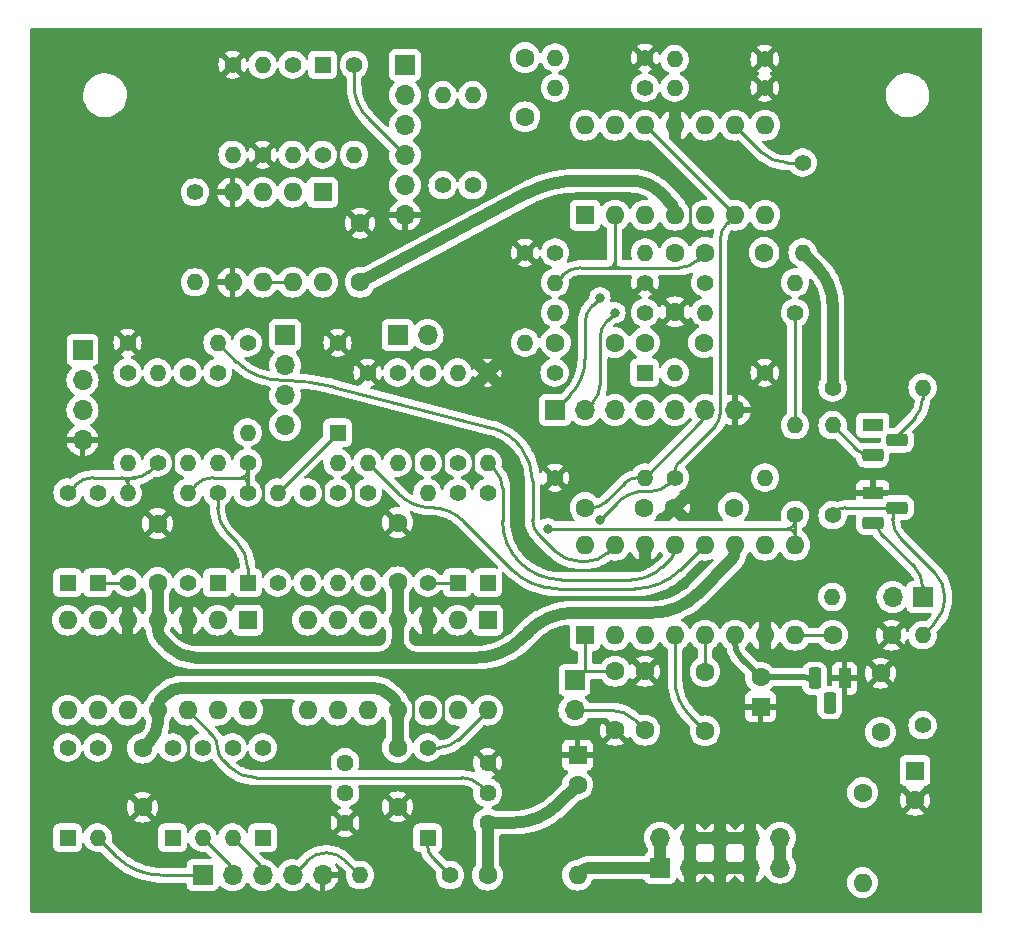
<source format=gbr>
%TF.GenerationSoftware,KiCad,Pcbnew,7.0.10*%
%TF.CreationDate,2025-08-30T15:35:21+01:00*%
%TF.ProjectId,VC_ADSR_D80-R,56435f41-4453-4525-9f44-38302d522e6b,rev?*%
%TF.SameCoordinates,Original*%
%TF.FileFunction,Copper,L2,Bot*%
%TF.FilePolarity,Positive*%
%FSLAX46Y46*%
G04 Gerber Fmt 4.6, Leading zero omitted, Abs format (unit mm)*
G04 Created by KiCad (PCBNEW 7.0.10) date 2025-08-30 15:35:21*
%MOMM*%
%LPD*%
G01*
G04 APERTURE LIST*
G04 Aperture macros list*
%AMRoundRect*
0 Rectangle with rounded corners*
0 $1 Rounding radius*
0 $2 $3 $4 $5 $6 $7 $8 $9 X,Y pos of 4 corners*
0 Add a 4 corners polygon primitive as box body*
4,1,4,$2,$3,$4,$5,$6,$7,$8,$9,$2,$3,0*
0 Add four circle primitives for the rounded corners*
1,1,$1+$1,$2,$3*
1,1,$1+$1,$4,$5*
1,1,$1+$1,$6,$7*
1,1,$1+$1,$8,$9*
0 Add four rect primitives between the rounded corners*
20,1,$1+$1,$2,$3,$4,$5,0*
20,1,$1+$1,$4,$5,$6,$7,0*
20,1,$1+$1,$6,$7,$8,$9,0*
20,1,$1+$1,$8,$9,$2,$3,0*%
G04 Aperture macros list end*
%TA.AperFunction,ComponentPad*%
%ADD10C,1.400000*%
%TD*%
%TA.AperFunction,ComponentPad*%
%ADD11O,1.400000X1.400000*%
%TD*%
%TA.AperFunction,ComponentPad*%
%ADD12C,1.600000*%
%TD*%
%TA.AperFunction,ComponentPad*%
%ADD13O,1.600000X1.600000*%
%TD*%
%TA.AperFunction,ComponentPad*%
%ADD14R,1.400000X1.400000*%
%TD*%
%TA.AperFunction,ComponentPad*%
%ADD15R,1.700000X1.700000*%
%TD*%
%TA.AperFunction,ComponentPad*%
%ADD16O,1.700000X1.700000*%
%TD*%
%TA.AperFunction,ComponentPad*%
%ADD17R,1.600000X1.600000*%
%TD*%
%TA.AperFunction,ComponentPad*%
%ADD18R,1.100000X1.800000*%
%TD*%
%TA.AperFunction,ComponentPad*%
%ADD19RoundRect,0.275000X0.275000X0.625000X-0.275000X0.625000X-0.275000X-0.625000X0.275000X-0.625000X0*%
%TD*%
%TA.AperFunction,ComponentPad*%
%ADD20R,1.800000X1.100000*%
%TD*%
%TA.AperFunction,ComponentPad*%
%ADD21RoundRect,0.275000X-0.625000X0.275000X-0.625000X-0.275000X0.625000X-0.275000X0.625000X0.275000X0*%
%TD*%
%TA.AperFunction,ComponentPad*%
%ADD22C,1.440000*%
%TD*%
%TA.AperFunction,ViaPad*%
%ADD23C,0.800000*%
%TD*%
%TA.AperFunction,Conductor*%
%ADD24C,0.250000*%
%TD*%
%TA.AperFunction,Conductor*%
%ADD25C,1.000000*%
%TD*%
%TA.AperFunction,Conductor*%
%ADD26C,0.500000*%
%TD*%
G04 APERTURE END LIST*
D10*
%TO.P,R44,1*%
%TO.N,-12V*%
X149860000Y-125095000D03*
D11*
%TO.P,R44,2*%
%TO.N,Net-(Q2-B)*%
X149860000Y-117475000D03*
%TD*%
D12*
%TO.P,C17,1*%
%TO.N,+12V*%
X102235000Y-87590000D03*
%TO.P,C17,2*%
%TO.N,GND*%
X102235000Y-82590000D03*
%TD*%
D10*
%TO.P,R27,1*%
%TO.N,GND*%
X136485000Y-95250000D03*
D11*
%TO.P,R27,2*%
%TO.N,NORM*%
X128865000Y-95250000D03*
%TD*%
D12*
%TO.P,FB2,1*%
%TO.N,+12V*%
X144780000Y-130810000D03*
D13*
%TO.P,FB2,2*%
%TO.N,Net-(J9-Pin_10)*%
X144780000Y-138430000D03*
%TD*%
D14*
%TO.P,D3,1,K*%
%TO.N,Net-(D3-K)*%
X110490000Y-113030000D03*
D10*
%TO.P,D3,2,A*%
%TO.N,Net-(D3-A)*%
X110490000Y-105410000D03*
%TD*%
D14*
%TO.P,D7,1,K*%
%TO.N,S*%
X100330000Y-100330000D03*
D10*
%TO.P,D7,2,A*%
%TO.N,GND*%
X100330000Y-92710000D03*
%TD*%
%TO.P,R8,1*%
%TO.N,AM*%
X85090000Y-102870000D03*
D11*
%TO.P,R8,2*%
%TO.N,A*%
X85090000Y-95250000D03*
%TD*%
D15*
%TO.P,J6,1,Pin_1*%
%TO.N,OUT*%
X106045000Y-69215000D03*
D16*
%TO.P,J6,2,Pin_2*%
%TO.N,LED*%
X106045000Y-71755000D03*
%TO.P,J6,3,Pin_3*%
%TO.N,ENDLD*%
X106045000Y-74295000D03*
%TO.P,J6,4,Pin_4*%
%TO.N,LOOP*%
X106045000Y-76835000D03*
%TO.P,J6,5,Pin_5*%
%TO.N,END*%
X106045000Y-79375000D03*
%TO.P,J6,6,Pin_6*%
%TO.N,GND*%
X106045000Y-81915000D03*
%TD*%
D15*
%TO.P,J3,1,Pin_1*%
%TO.N,REL1*%
X105410000Y-92075000D03*
D16*
%TO.P,J3,2,Pin_2*%
%TO.N,REL2*%
X107950000Y-92075000D03*
%TD*%
D12*
%TO.P,C12,1*%
%TO.N,+12V*%
X128905000Y-85090000D03*
%TO.P,C12,2*%
%TO.N,GND*%
X128905000Y-90090000D03*
%TD*%
%TO.P,C6,1*%
%TO.N,Net-(U3D--)*%
X116205000Y-68580000D03*
%TO.P,C6,2*%
%TO.N,Net-(U4A--)*%
X116205000Y-73580000D03*
%TD*%
D17*
%TO.P,U4,1*%
%TO.N,Net-(D9-A)*%
X99060000Y-79970000D03*
D13*
%TO.P,U4,2,-*%
%TO.N,Net-(U4A--)*%
X96520000Y-79970000D03*
%TO.P,U4,3,+*%
%TO.N,Net-(U4A-+)*%
X93980000Y-79970000D03*
%TO.P,U4,4,V-*%
%TO.N,GND*%
X91440000Y-79970000D03*
%TO.P,U4,5,+*%
X91440000Y-87590000D03*
%TO.P,U4,6,-*%
%TO.N,Net-(U4B--)*%
X93980000Y-87590000D03*
%TO.P,U4,7*%
X96520000Y-87590000D03*
%TO.P,U4,8,V+*%
%TO.N,+12V*%
X99060000Y-87590000D03*
%TD*%
D15*
%TO.P,J7,1,Pin_1*%
%TO.N,R2*%
X149860000Y-114240000D03*
D16*
%TO.P,J7,2,Pin_2*%
%TO.N,R*%
X147320000Y-114240000D03*
D11*
X142210000Y-114240000D03*
%TD*%
D12*
%TO.P,C15,1*%
%TO.N,+12V*%
X105410000Y-112950000D03*
%TO.P,C15,2*%
%TO.N,GND*%
X105410000Y-107950000D03*
%TD*%
D17*
%TO.P,U1,1*%
%TO.N,Net-(D2-A)*%
X92710000Y-116205000D03*
D13*
%TO.P,U1,2,-*%
%TO.N,Net-(D2-K)*%
X90170000Y-116205000D03*
%TO.P,U1,3,+*%
%TO.N,GND*%
X87630000Y-116205000D03*
%TO.P,U1,4,V+*%
%TO.N,+12V*%
X85090000Y-116205000D03*
%TO.P,U1,5,+*%
%TO.N,GND*%
X82550000Y-116205000D03*
%TO.P,U1,6,-*%
%TO.N,Net-(D1-K)*%
X80010000Y-116205000D03*
%TO.P,U1,7*%
%TO.N,Net-(D1-A)*%
X77470000Y-116205000D03*
%TO.P,U1,8*%
%TO.N,Net-(D10-A)*%
X77470000Y-123825000D03*
%TO.P,U1,9,-*%
%TO.N,AM*%
X80010000Y-123825000D03*
%TO.P,U1,10,+*%
%TO.N,Net-(U1C-+)*%
X82550000Y-123825000D03*
%TO.P,U1,11,V-*%
%TO.N,-12V*%
X85090000Y-123825000D03*
%TO.P,U1,12,+*%
%TO.N,Net-(U1C-+)*%
X87630000Y-123825000D03*
%TO.P,U1,13,-*%
%TO.N,DM*%
X90170000Y-123825000D03*
%TO.P,U1,14*%
%TO.N,Net-(D11-A)*%
X92710000Y-123825000D03*
%TD*%
D10*
%TO.P,R21,1*%
%TO.N,GND*%
X116205000Y-85090000D03*
D11*
%TO.P,R21,2*%
%TO.N,Net-(D8-A)*%
X116205000Y-92710000D03*
%TD*%
D12*
%TO.P,C16,1*%
%TO.N,-12V*%
X105410000Y-127000000D03*
%TO.P,C16,2*%
%TO.N,GND*%
X105410000Y-132000000D03*
%TD*%
D10*
%TO.P,R6,1*%
%TO.N,REL1*%
X105410000Y-95250000D03*
D11*
%TO.P,R6,2*%
%TO.N,Net-(D3-K)*%
X105410000Y-102870000D03*
%TD*%
D12*
%TO.P,C2,1*%
%TO.N,G*%
X131445000Y-125563000D03*
%TO.P,C2,2*%
%TO.N,T*%
X131445000Y-120563000D03*
%TD*%
D10*
%TO.P,R40,1*%
%TO.N,S*%
X139065000Y-107315000D03*
D11*
%TO.P,R40,2*%
%TO.N,Net-(U3B-+)*%
X139065000Y-99695000D03*
%TD*%
D10*
%TO.P,R30,1*%
%TO.N,+12V*%
X142240000Y-96520000D03*
D11*
%TO.P,R30,2*%
%TO.N,DAMP*%
X149860000Y-96520000D03*
%TD*%
D10*
%TO.P,R41,1*%
%TO.N,GND*%
X126365000Y-68580000D03*
D11*
%TO.P,R41,2*%
%TO.N,Net-(U3D--)*%
X118745000Y-68580000D03*
%TD*%
D10*
%TO.P,R19,1*%
%TO.N,GND*%
X113030000Y-95250000D03*
D11*
%TO.P,R19,2*%
%TO.N,R*%
X113030000Y-102870000D03*
%TD*%
D14*
%TO.P,D11,1,K*%
%TO.N,Net-(D11-K)*%
X86360000Y-134620000D03*
D10*
%TO.P,D11,2,A*%
%TO.N,Net-(D11-A)*%
X86360000Y-127000000D03*
%TD*%
%TO.P,R29,1*%
%TO.N,Net-(D11-K)*%
X88900000Y-127000000D03*
D11*
%TO.P,R29,2*%
%TO.N,OORD*%
X88900000Y-134620000D03*
%TD*%
D14*
%TO.P,D2,1,K*%
%TO.N,Net-(D2-K)*%
X90170000Y-113030000D03*
D10*
%TO.P,D2,2,A*%
%TO.N,Net-(D2-A)*%
X90170000Y-105410000D03*
%TD*%
D12*
%TO.P,C1,1*%
%TO.N,AUTO*%
X123785000Y-92710000D03*
%TO.P,C1,2*%
%TO.N,Net-(D8-A)*%
X118785000Y-92710000D03*
%TD*%
%TO.P,C3,1*%
%TO.N,RETRIG*%
X121285000Y-106680000D03*
%TO.P,C3,2*%
%TO.N,T*%
X126285000Y-106680000D03*
%TD*%
%TO.P,C9,1*%
%TO.N,RNG1*%
X123825000Y-120523000D03*
%TO.P,C9,2*%
%TO.N,GND*%
X123825000Y-125523000D03*
%TD*%
D10*
%TO.P,R28,1*%
%TO.N,GND*%
X126365000Y-87630000D03*
D11*
%TO.P,R28,2*%
%TO.N,Net-(U3A--)*%
X118745000Y-87630000D03*
%TD*%
D10*
%TO.P,R53,1*%
%TO.N,Net-(U4A-+)*%
X88265000Y-79970000D03*
D11*
%TO.P,R53,2*%
%TO.N,+12V*%
X88265000Y-87590000D03*
%TD*%
D17*
%TO.P,U2,1*%
%TO.N,Net-(D3-A)*%
X113030000Y-116205000D03*
D13*
%TO.P,U2,2,-*%
%TO.N,Net-(D3-K)*%
X110490000Y-116205000D03*
%TO.P,U2,3,+*%
%TO.N,GND*%
X107950000Y-116205000D03*
%TO.P,U2,4,V+*%
%TO.N,+12V*%
X105410000Y-116205000D03*
%TO.P,U2,5,+*%
%TO.N,SM*%
X102870000Y-116205000D03*
%TO.P,U2,6,-*%
%TO.N,Net-(U2B--)*%
X100330000Y-116205000D03*
%TO.P,U2,7*%
%TO.N,Net-(R14-Pad2)*%
X97790000Y-116205000D03*
%TO.P,U2,8*%
%TO.N,Net-(D12-A)*%
X97790000Y-123825000D03*
%TO.P,U2,9,-*%
%TO.N,Net-(U2C--)*%
X100330000Y-123825000D03*
%TO.P,U2,10,+*%
%TO.N,SM*%
X102870000Y-123825000D03*
%TO.P,U2,11,V-*%
%TO.N,-12V*%
X105410000Y-123825000D03*
%TO.P,U2,12,+*%
%TO.N,Net-(U1C-+)*%
X107950000Y-123825000D03*
%TO.P,U2,13,-*%
%TO.N,RM*%
X110490000Y-123825000D03*
%TO.P,U2,14*%
%TO.N,Net-(D13-A)*%
X113030000Y-123825000D03*
%TD*%
D10*
%TO.P,R25,1*%
%TO.N,Net-(U3B--)*%
X128905000Y-104140000D03*
D11*
%TO.P,R25,2*%
%TO.N,Net-(U5-IIN)*%
X136525000Y-104140000D03*
%TD*%
D10*
%TO.P,R7,1*%
%TO.N,Net-(D3-K)*%
X107950000Y-113030000D03*
D11*
%TO.P,R7,2*%
%TO.N,RM*%
X107950000Y-105410000D03*
%TD*%
D14*
%TO.P,D13,1,K*%
%TO.N,Net-(D13-K)*%
X107950000Y-134620000D03*
D10*
%TO.P,D13,2,A*%
%TO.N,Net-(D13-A)*%
X107950000Y-127000000D03*
%TD*%
D14*
%TO.P,D1,1,K*%
%TO.N,Net-(D1-K)*%
X80010000Y-113030000D03*
D10*
%TO.P,D1,2,A*%
%TO.N,Net-(D1-A)*%
X80010000Y-105410000D03*
%TD*%
%TO.P,R4,1*%
%TO.N,Net-(D2-K)*%
X87630000Y-113030000D03*
D11*
%TO.P,R4,2*%
%TO.N,DM*%
X87630000Y-105410000D03*
%TD*%
D10*
%TO.P,R45,1*%
%TO.N,Net-(D13-K)*%
X109855000Y-137795000D03*
D11*
%TO.P,R45,2*%
%TO.N,OORR*%
X102235000Y-137795000D03*
%TD*%
D14*
%TO.P,D8,1,K*%
%TO.N,NORM*%
X126325000Y-95250000D03*
D10*
%TO.P,D8,2,A*%
%TO.N,Net-(D8-A)*%
X118705000Y-95250000D03*
%TD*%
D14*
%TO.P,D4,1,K*%
%TO.N,Net-(D1-A)*%
X77470000Y-113030000D03*
D10*
%TO.P,D4,2,A*%
%TO.N,AM*%
X77470000Y-105410000D03*
%TD*%
%TO.P,R23,1*%
%TO.N,NORM*%
X126365000Y-90170000D03*
D11*
%TO.P,R23,2*%
%TO.N,G*%
X118745000Y-90170000D03*
%TD*%
D10*
%TO.P,R34,1*%
%TO.N,Net-(D12-K)*%
X91440000Y-127000000D03*
D11*
%TO.P,R34,2*%
%TO.N,OORS*%
X91440000Y-134620000D03*
%TD*%
D12*
%TO.P,FB1,1*%
%TO.N,-12V*%
X113030000Y-137795000D03*
D13*
%TO.P,FB1,2*%
%TO.N,Net-(J9-Pin_1)*%
X120650000Y-137795000D03*
%TD*%
D10*
%TO.P,R18,1*%
%TO.N,GND*%
X102870000Y-95250000D03*
D11*
%TO.P,R18,2*%
%TO.N,D*%
X102870000Y-102870000D03*
%TD*%
D14*
%TO.P,D12,1,K*%
%TO.N,Net-(D12-K)*%
X93980000Y-134620000D03*
D10*
%TO.P,D12,2,A*%
%TO.N,Net-(D12-A)*%
X93980000Y-127000000D03*
%TD*%
D14*
%TO.P,D9,1,K*%
%TO.N,LOOP*%
X99060000Y-69175000D03*
D10*
%TO.P,D9,2,A*%
%TO.N,Net-(D9-A)*%
X99060000Y-76795000D03*
%TD*%
D12*
%TO.P,C5,1*%
%TO.N,Net-(U3A--)*%
X131445000Y-85090000D03*
%TO.P,C5,2*%
%TO.N,Net-(C5-Pad2)*%
X136445000Y-85090000D03*
%TD*%
D10*
%TO.P,R16,1*%
%TO.N,REL2*%
X107950000Y-95250000D03*
D11*
%TO.P,R16,2*%
%TO.N,Net-(D3-K)*%
X107950000Y-102870000D03*
%TD*%
D10*
%TO.P,R54,1*%
%TO.N,LOOP*%
X101727000Y-69175000D03*
D11*
%TO.P,R54,2*%
%TO.N,END*%
X101727000Y-76795000D03*
%TD*%
D15*
%TO.P,J4,1,Pin_1*%
%TO.N,GATE*%
X118745000Y-98425000D03*
D16*
%TO.P,J4,2,Pin_2*%
%TO.N,MODE*%
X121285000Y-98425000D03*
%TO.P,J4,3,Pin_3*%
%TO.N,AUTO*%
X123825000Y-98425000D03*
%TO.P,J4,4,Pin_4*%
%TO.N,NORM*%
X126365000Y-98425000D03*
%TO.P,J4,5,Pin_5*%
%TO.N,DAMP*%
X128905000Y-98425000D03*
%TO.P,J4,6,Pin_6*%
%TO.N,RETRIG*%
X131445000Y-98425000D03*
%TO.P,J4,7,Pin_7*%
%TO.N,GND*%
X133985000Y-98425000D03*
%TD*%
D10*
%TO.P,R31,1*%
%TO.N,GND*%
X118745000Y-104140000D03*
D11*
%TO.P,R31,2*%
%TO.N,RETRIG*%
X126365000Y-104140000D03*
%TD*%
D15*
%TO.P,J1,1,Pin_1*%
%TO.N,+12V*%
X78740000Y-93345000D03*
D16*
%TO.P,J1,2,Pin_2*%
%TO.N,ATT1*%
X78740000Y-95885000D03*
%TO.P,J1,3,Pin_3*%
%TO.N,ATT2*%
X78740000Y-98425000D03*
%TO.P,J1,4,Pin_4*%
%TO.N,GND*%
X78740000Y-100965000D03*
%TD*%
D18*
%TO.P,U6,1,GND*%
%TO.N,GND*%
X143256000Y-121139000D03*
D19*
%TO.P,U6,2,VI*%
%TO.N,-12V*%
X141986000Y-123209000D03*
%TO.P,U6,3,VO*%
%TO.N,-6V*%
X140716000Y-121139000D03*
%TD*%
D14*
%TO.P,D6,1,K*%
%TO.N,Net-(D3-A)*%
X113030000Y-113030000D03*
D10*
%TO.P,D6,2,A*%
%TO.N,RM*%
X113030000Y-105410000D03*
%TD*%
%TO.P,R33,1*%
%TO.N,Net-(U3C--)*%
X139700000Y-77470000D03*
D11*
%TO.P,R33,2*%
%TO.N,+12V*%
X139700000Y-85090000D03*
%TD*%
D12*
%TO.P,C11,1*%
%TO.N,-12V*%
X83820000Y-127040000D03*
%TO.P,C11,2*%
%TO.N,GND*%
X83820000Y-132040000D03*
%TD*%
D10*
%TO.P,R36,1*%
%TO.N,Net-(U4A--)*%
X109220000Y-79375000D03*
D11*
%TO.P,R36,2*%
%TO.N,LED*%
X109220000Y-71755000D03*
%TD*%
D20*
%TO.P,Q1,1,C*%
%TO.N,+12V*%
X145650000Y-99695000D03*
D21*
%TO.P,Q1,2,B*%
%TO.N,DAMP*%
X147720000Y-100965000D03*
%TO.P,Q1,3,E*%
%TO.N,Net-(Q1-E)*%
X145650000Y-102235000D03*
%TD*%
D12*
%TO.P,C20,1*%
%TO.N,+12V*%
X133858000Y-106680000D03*
%TO.P,C20,2*%
%TO.N,GND*%
X128858000Y-106680000D03*
%TD*%
D17*
%TO.P,U3,1*%
%TO.N,G*%
X121285000Y-81915000D03*
D13*
%TO.P,U3,2,-*%
%TO.N,Net-(U3A--)*%
X123825000Y-81915000D03*
%TO.P,U3,3,+*%
%TO.N,NORM*%
X126365000Y-81915000D03*
%TO.P,U3,4,V+*%
%TO.N,+12V*%
X128905000Y-81915000D03*
%TO.P,U3,5,+*%
%TO.N,Net-(U3B-+)*%
X131445000Y-81915000D03*
%TO.P,U3,6,-*%
%TO.N,Net-(U3B--)*%
X133985000Y-81915000D03*
%TO.P,U3,7*%
%TO.N,Net-(C5-Pad2)*%
X136525000Y-81915000D03*
%TO.P,U3,8*%
%TO.N,MODE*%
X136525000Y-74295000D03*
%TO.P,U3,9,-*%
%TO.N,Net-(U3C--)*%
X133985000Y-74295000D03*
%TO.P,U3,10,+*%
%TO.N,GATE*%
X131445000Y-74295000D03*
%TO.P,U3,11,V-*%
%TO.N,GND*%
X128905000Y-74295000D03*
%TO.P,U3,12,+*%
%TO.N,Net-(U3B--)*%
X126365000Y-74295000D03*
%TO.P,U3,13,-*%
%TO.N,Net-(U3D--)*%
X123825000Y-74295000D03*
%TO.P,U3,14*%
%TO.N,Net-(U4A--)*%
X121285000Y-74295000D03*
%TD*%
D10*
%TO.P,R5,1*%
%TO.N,SUS1*%
X100330000Y-105410000D03*
D11*
%TO.P,R5,2*%
%TO.N,SM*%
X100330000Y-113030000D03*
%TD*%
D15*
%TO.P,J5,1,Pin_1*%
%TO.N,OORA*%
X88900000Y-137795000D03*
D16*
%TO.P,J5,2,Pin_2*%
%TO.N,OORD*%
X91440000Y-137795000D03*
%TO.P,J5,3,Pin_3*%
%TO.N,OORS*%
X93980000Y-137795000D03*
%TO.P,J5,4,Pin_4*%
%TO.N,OORR*%
X96520000Y-137795000D03*
%TO.P,J5,5,Pin_5*%
%TO.N,GND*%
X99060000Y-137795000D03*
%TD*%
D10*
%TO.P,R1,1*%
%TO.N,ATT1*%
X82550000Y-95250000D03*
D11*
%TO.P,R1,2*%
%TO.N,Net-(D1-K)*%
X82550000Y-102870000D03*
%TD*%
D10*
%TO.P,R55,1*%
%TO.N,LOOP*%
X96520000Y-69175000D03*
D11*
%TO.P,R55,2*%
%TO.N,ENDLD*%
X96520000Y-76795000D03*
%TD*%
D10*
%TO.P,R9,1*%
%TO.N,DM*%
X92710000Y-102870000D03*
D11*
%TO.P,R9,2*%
%TO.N,D*%
X100330000Y-102870000D03*
%TD*%
D15*
%TO.P,J9,1,Pin_1*%
%TO.N,Net-(J9-Pin_1)*%
X127635000Y-137160000D03*
D16*
%TO.P,J9,2,Pin_2*%
X127635000Y-134620000D03*
%TO.P,J9,3,Pin_3*%
%TO.N,GND*%
X130175000Y-137160000D03*
%TO.P,J9,4,Pin_4*%
X130175000Y-134620000D03*
%TO.P,J9,5,Pin_5*%
X132715000Y-137160000D03*
%TO.P,J9,6,Pin_6*%
X132715000Y-134620000D03*
%TO.P,J9,7,Pin_7*%
X135255000Y-137160000D03*
%TO.P,J9,8,Pin_8*%
X135255000Y-134620000D03*
%TO.P,J9,9,Pin_9*%
%TO.N,Net-(J9-Pin_10)*%
X137795000Y-137160000D03*
%TO.P,J9,10,Pin_10*%
X137795000Y-134620000D03*
%TD*%
D14*
%TO.P,D10,1,K*%
%TO.N,Net-(D10-K)*%
X77470000Y-134620000D03*
D10*
%TO.P,D10,2,A*%
%TO.N,Net-(D10-A)*%
X77470000Y-127000000D03*
%TD*%
%TO.P,R56,1*%
%TO.N,GND*%
X93980000Y-76795000D03*
D11*
%TO.P,R56,2*%
%TO.N,ENDLD*%
X93980000Y-69175000D03*
%TD*%
D10*
%TO.P,R2,1*%
%TO.N,Net-(D1-K)*%
X82550000Y-113030000D03*
D11*
%TO.P,R2,2*%
%TO.N,AM*%
X82550000Y-105410000D03*
%TD*%
D10*
%TO.P,R42,1*%
%TO.N,GND*%
X136485000Y-71120000D03*
D11*
%TO.P,R42,2*%
%TO.N,GATE*%
X128865000Y-71120000D03*
%TD*%
D12*
%TO.P,C18,1*%
%TO.N,-12V*%
X146304000Y-125690000D03*
%TO.P,C18,2*%
%TO.N,GND*%
X146304000Y-120690000D03*
%TD*%
D14*
%TO.P,D5,1,K*%
%TO.N,Net-(D2-A)*%
X92710000Y-113030000D03*
D10*
%TO.P,D5,2,A*%
%TO.N,DM*%
X92710000Y-105410000D03*
%TD*%
D17*
%TO.P,C14,1*%
%TO.N,+12V*%
X149225000Y-128945000D03*
D12*
%TO.P,C14,2*%
%TO.N,GND*%
X149225000Y-131445000D03*
%TD*%
D10*
%TO.P,R3,1*%
%TO.N,DEC1*%
X90170000Y-95250000D03*
D11*
%TO.P,R3,2*%
%TO.N,Net-(D2-K)*%
X90170000Y-102870000D03*
%TD*%
D10*
%TO.P,R12,1*%
%TO.N,DEC2*%
X92710000Y-92710000D03*
D11*
%TO.P,R12,2*%
%TO.N,Net-(D2-K)*%
X92710000Y-100330000D03*
%TD*%
D10*
%TO.P,R39,1*%
%TO.N,Net-(U3D--)*%
X126365000Y-71120000D03*
D11*
%TO.P,R39,2*%
%TO.N,Net-(U4A--)*%
X118745000Y-71120000D03*
%TD*%
D17*
%TO.P,U5,1,CAP*%
%TO.N,RNG1*%
X121285000Y-117475000D03*
D13*
%TO.P,U5,2,ENVOUT*%
%TO.N,Net-(U3B--)*%
X123825000Y-117475000D03*
%TO.P,U5,3,VP*%
%TO.N,unconnected-(U5-VP-Pad3)*%
X126365000Y-117475000D03*
%TO.P,U5,4,GATE*%
%TO.N,G*%
X128905000Y-117475000D03*
%TO.P,U5,5,TRIG*%
%TO.N,T*%
X131445000Y-117475000D03*
%TO.P,U5,6,VEE*%
%TO.N,-6V*%
X133985000Y-117475000D03*
%TO.P,U5,7,PGND*%
%TO.N,GND*%
X136525000Y-117475000D03*
%TO.P,U5,8,CCOMP*%
%TO.N,Net-(U5-CCOMP)*%
X139065000Y-117475000D03*
%TO.P,U5,9,VCS*%
%TO.N,S*%
X139065000Y-109855000D03*
%TO.P,U5,10,IIN*%
%TO.N,Net-(U5-IIN)*%
X136525000Y-109855000D03*
%TO.P,U5,11,VCC*%
%TO.N,+12V*%
X133985000Y-109855000D03*
%TO.P,U5,12,VCD*%
%TO.N,D*%
X131445000Y-109855000D03*
%TO.P,U5,13,VCR*%
%TO.N,R*%
X128905000Y-109855000D03*
%TO.P,U5,14,GND*%
%TO.N,GND*%
X126365000Y-109855000D03*
%TO.P,U5,15,VCA*%
%TO.N,A*%
X123825000Y-109855000D03*
%TO.P,U5,16,ATKOUT*%
%TO.N,unconnected-(U5-ATKOUT-Pad16)*%
X121285000Y-109855000D03*
%TD*%
D10*
%TO.P,R57,1*%
%TO.N,GND*%
X91440000Y-69175000D03*
D11*
%TO.P,R57,2*%
%TO.N,Net-(U4A-+)*%
X91440000Y-76795000D03*
%TD*%
D10*
%TO.P,R10,1*%
%TO.N,RM*%
X110490000Y-102870000D03*
D11*
%TO.P,R10,2*%
%TO.N,R*%
X110490000Y-95250000D03*
%TD*%
D22*
%TO.P,RV1,1,1*%
%TO.N,GND*%
X113030000Y-128270000D03*
%TO.P,RV1,2,2*%
%TO.N,Net-(U1C-+)*%
X113030000Y-130810000D03*
%TO.P,RV1,3,3*%
%TO.N,-12V*%
X113030000Y-133350000D03*
%TD*%
D12*
%TO.P,C10,1*%
%TO.N,+12V*%
X85090000Y-113030000D03*
%TO.P,C10,2*%
%TO.N,GND*%
X85090000Y-108030000D03*
%TD*%
D10*
%TO.P,R13,1*%
%TO.N,SUS2*%
X102870000Y-105410000D03*
D11*
%TO.P,R13,2*%
%TO.N,SM*%
X102870000Y-113030000D03*
%TD*%
D15*
%TO.P,J2,1,Pin_1*%
%TO.N,DEC2*%
X95895000Y-92075000D03*
D16*
%TO.P,J2,2,Pin_2*%
%TO.N,DEC1*%
X95895000Y-94615000D03*
%TO.P,J2,3,Pin_3*%
%TO.N,SUS2*%
X95895000Y-97155000D03*
%TO.P,J2,4,Pin_4*%
%TO.N,SUS1*%
X95895000Y-99695000D03*
%TD*%
D12*
%TO.P,C8,1*%
%TO.N,RNG2*%
X126365000Y-125523000D03*
%TO.P,C8,2*%
%TO.N,GND*%
X126365000Y-120523000D03*
%TD*%
%TO.P,C7,1*%
%TO.N,Net-(U5-CCOMP)*%
X142240000Y-117475000D03*
%TO.P,C7,2*%
%TO.N,GND*%
X147240000Y-117475000D03*
%TD*%
D10*
%TO.P,R35,1*%
%TO.N,Net-(U3B-+)*%
X139065000Y-90170000D03*
D11*
%TO.P,R35,2*%
%TO.N,+12V*%
X131445000Y-90170000D03*
%TD*%
D10*
%TO.P,R37,1*%
%TO.N,Net-(Q2-B)*%
X142240000Y-107315000D03*
D11*
%TO.P,R37,2*%
%TO.N,Net-(Q1-E)*%
X142240000Y-99695000D03*
%TD*%
D20*
%TO.P,Q2,1,C*%
%TO.N,GND*%
X145650000Y-105410000D03*
D21*
%TO.P,Q2,2,B*%
%TO.N,Net-(Q2-B)*%
X147720000Y-106680000D03*
%TO.P,Q2,3,E*%
%TO.N,R2*%
X145650000Y-107950000D03*
%TD*%
D10*
%TO.P,R15,1*%
%TO.N,Net-(R14-Pad2)*%
X95250000Y-113030000D03*
D11*
%TO.P,R15,2*%
%TO.N,S*%
X95250000Y-105410000D03*
%TD*%
D10*
%TO.P,R24,1*%
%TO.N,Net-(D10-K)*%
X80010000Y-127000000D03*
D11*
%TO.P,R24,2*%
%TO.N,OORA*%
X80010000Y-134620000D03*
%TD*%
D10*
%TO.P,R32,1*%
%TO.N,Net-(U4A--)*%
X111760000Y-79375000D03*
D11*
%TO.P,R32,2*%
%TO.N,OUT*%
X111760000Y-71755000D03*
%TD*%
D10*
%TO.P,R17,1*%
%TO.N,GND*%
X82550000Y-92710000D03*
D11*
%TO.P,R17,2*%
%TO.N,A*%
X90170000Y-92710000D03*
%TD*%
D22*
%TO.P,RV2,1,1*%
%TO.N,+12V*%
X100965000Y-128270000D03*
%TO.P,RV2,2,2*%
%TO.N,Net-(U2C--)*%
X100965000Y-130810000D03*
%TO.P,RV2,3,3*%
%TO.N,GND*%
X100965000Y-133350000D03*
%TD*%
D17*
%TO.P,C19,1*%
%TO.N,GND*%
X136144000Y-123531000D03*
D12*
%TO.P,C19,2*%
%TO.N,-6V*%
X136144000Y-121031000D03*
%TD*%
D17*
%TO.P,C13,1*%
%TO.N,GND*%
X120650000Y-127635000D03*
D12*
%TO.P,C13,2*%
%TO.N,-12V*%
X120650000Y-130135000D03*
%TD*%
D10*
%TO.P,R22,1*%
%TO.N,Net-(U3A--)*%
X118745000Y-85090000D03*
D11*
%TO.P,R22,2*%
%TO.N,+12V*%
X126365000Y-85090000D03*
%TD*%
D10*
%TO.P,R38,1*%
%TO.N,Net-(U3B-+)*%
X131445000Y-87630000D03*
D11*
%TO.P,R38,2*%
%TO.N,Net-(C5-Pad2)*%
X139065000Y-87630000D03*
%TD*%
D12*
%TO.P,C4,1*%
%TO.N,NORM*%
X126325000Y-92710000D03*
%TO.P,C4,2*%
%TO.N,Net-(Q1-E)*%
X131325000Y-92710000D03*
%TD*%
D10*
%TO.P,R11,1*%
%TO.N,ATT2*%
X87630000Y-95250000D03*
D11*
%TO.P,R11,2*%
%TO.N,Net-(D1-K)*%
X87630000Y-102870000D03*
%TD*%
D10*
%TO.P,R14,1*%
%TO.N,Net-(U2B--)*%
X97790000Y-105410000D03*
D11*
%TO.P,R14,2*%
%TO.N,Net-(R14-Pad2)*%
X97790000Y-113030000D03*
%TD*%
D10*
%TO.P,R43,1*%
%TO.N,GND*%
X136485000Y-68707000D03*
D11*
%TO.P,R43,2*%
%TO.N,Net-(U3C--)*%
X128865000Y-68707000D03*
%TD*%
D15*
%TO.P,J8,1,Pin_1*%
%TO.N,RNG1*%
X120396000Y-121280000D03*
D16*
%TO.P,J8,2,Pin_2*%
%TO.N,RNG2*%
X120396000Y-123820000D03*
%TD*%
D23*
%TO.N,GND*%
X117043200Y-110540800D03*
%TO.N,S*%
X118135400Y-108458000D03*
%TO.N,GATE*%
X122555000Y-88900000D03*
%TO.N,MODE*%
X123825000Y-90170000D03*
%TO.N,Net-(U3B--)*%
X122555000Y-107733000D03*
%TD*%
D24*
%TO.N,G*%
X128905000Y-121226948D02*
X128905000Y-117475000D01*
X130175000Y-124293000D02*
X131445000Y-125563000D01*
X128904980Y-121226948D02*
G75*
G03*
X130175000Y-124293000I4336120J48D01*
G01*
%TO.N,T*%
X131445000Y-117475000D02*
X131445000Y-120563000D01*
%TO.N,RETRIG*%
X131220493Y-99284506D02*
X126365000Y-104140000D01*
X121920000Y-106680000D02*
X121285000Y-106680000D01*
X125730000Y-104140000D02*
X126365000Y-104140000D01*
X131445000Y-98742500D02*
X131445000Y-98425000D01*
X123004012Y-106230987D02*
X124645987Y-104589012D01*
X131220491Y-99284504D02*
G75*
G03*
X131445000Y-98742500I-541991J542004D01*
G01*
X125730000Y-104139992D02*
G75*
G03*
X124645987Y-104589012I0J-1533008D01*
G01*
X121920000Y-106680006D02*
G75*
G03*
X123004011Y-106230986I0J1533006D01*
G01*
%TO.N,Net-(Q1-E)*%
X145415000Y-102235000D02*
X146050000Y-102235000D01*
X144330987Y-101785987D02*
X142240000Y-99695000D01*
X144330992Y-101785982D02*
G75*
G03*
X145415000Y-102235000I1084008J1083982D01*
G01*
%TO.N,Net-(U3A--)*%
X124166000Y-86360000D02*
X129276974Y-86360000D01*
X123785000Y-85217000D02*
X123785000Y-81983284D01*
X123785000Y-85217000D02*
X123785000Y-85979000D01*
X123404000Y-86360000D02*
X120913025Y-86360000D01*
X130810000Y-85725000D02*
X131445000Y-85090000D01*
X124166000Y-86360000D02*
X123404000Y-86360000D01*
X123805000Y-81935000D02*
X123825000Y-81915000D01*
X119380000Y-86995000D02*
X118745000Y-87630000D01*
X123785000Y-85979000D02*
G75*
G03*
X124166000Y-86360000I381000J0D01*
G01*
X123404000Y-86360000D02*
G75*
G03*
X123785000Y-85979000I0J381000D01*
G01*
X120913025Y-86360011D02*
G75*
G03*
X119380000Y-86995000I-25J-2167989D01*
G01*
X129276974Y-86359989D02*
G75*
G03*
X130810000Y-85725000I26J2167989D01*
G01*
X123805005Y-81935005D02*
G75*
G03*
X123785000Y-81983284I48295J-48295D01*
G01*
%TO.N,Net-(U3C--)*%
X136207832Y-76557832D02*
X133999142Y-74349142D01*
X138410000Y-77470000D02*
X139700000Y-77470000D01*
X133985000Y-74315000D02*
X133985000Y-74295000D01*
X136207839Y-76557825D02*
G75*
G03*
X138410000Y-77470000I2202161J2202125D01*
G01*
X133985005Y-74315000D02*
G75*
G03*
X133999142Y-74349142I48295J0D01*
G01*
%TO.N,Net-(U5-CCOMP)*%
X139065000Y-117475000D02*
X142240000Y-117475000D01*
%TO.N,GND*%
X111760000Y-104140000D02*
X111760000Y-101854000D01*
X109220000Y-104140000D02*
X109220000Y-101854000D01*
X99060000Y-106553000D02*
X99060000Y-104267000D01*
X87630000Y-128270000D02*
X87630000Y-125984000D01*
X86360000Y-104140000D02*
X86360000Y-101854000D01*
X106680000Y-104140000D02*
X106680000Y-101854000D01*
X93980000Y-106553000D02*
X93980000Y-104267000D01*
X130175000Y-83058000D02*
X130175000Y-80772000D01*
X101600000Y-106553000D02*
X101600000Y-104267000D01*
X106680000Y-124968000D02*
X106680000Y-122682000D01*
X109220000Y-124968000D02*
X109220000Y-122682000D01*
%TO.N,RNG2*%
X125513500Y-124671500D02*
X126365000Y-125523000D01*
X123457797Y-123820000D02*
X120396000Y-123820000D01*
X125513501Y-124671499D02*
G75*
G03*
X123457797Y-123820000I-2055701J-2055701D01*
G01*
%TO.N,RNG1*%
X121106330Y-120569669D02*
X120396000Y-121280000D01*
X121285000Y-120457000D02*
X121285000Y-117475000D01*
X121351000Y-120523000D02*
X121219000Y-120523000D01*
X121351000Y-120523000D02*
X123825000Y-120523000D01*
X121219000Y-120523000D02*
G75*
G03*
X121285000Y-120457000I0J66000D01*
G01*
X121219000Y-120522989D02*
G75*
G03*
X121106331Y-120569670I0J-159311D01*
G01*
X121285000Y-120457000D02*
G75*
G03*
X121351000Y-120523000I66000J0D01*
G01*
D25*
%TO.N,+12V*%
X106997500Y-119380000D02*
X103822500Y-119380000D01*
X140970000Y-86400000D02*
X139714142Y-85144142D01*
X128905000Y-81597500D02*
X128905000Y-81915000D01*
X85090000Y-115570000D02*
X85090000Y-116840000D01*
X133648240Y-111144259D02*
X130816292Y-113976207D01*
X120363963Y-115570000D02*
X126968536Y-115570000D01*
X112046036Y-119380000D02*
X106997500Y-119380000D01*
X115893792Y-117786206D02*
X116516207Y-117163792D01*
X116327026Y-80079611D02*
X102235000Y-87590000D01*
X120672205Y-78994000D02*
X125173813Y-78994000D01*
X86042500Y-118427500D02*
X85539012Y-117924012D01*
X105410000Y-116205000D02*
X105410000Y-112950000D01*
X133985000Y-110331250D02*
X133985000Y-109855000D01*
X128686997Y-81049173D02*
X127825500Y-80137000D01*
X105410000Y-116205000D02*
X105410000Y-117792500D01*
X142240000Y-89466051D02*
X142240000Y-96520000D01*
X139700000Y-85110000D02*
X139700000Y-85090000D01*
X85090000Y-115570000D02*
X85090000Y-113030000D01*
X103822500Y-119380000D02*
X88342038Y-119380000D01*
X85089993Y-116840000D02*
G75*
G03*
X85539012Y-117924012I1533007J0D01*
G01*
X128904995Y-81597500D02*
G75*
G03*
X128686996Y-81049174I-798595J0D01*
G01*
X112046036Y-119380009D02*
G75*
G03*
X115893792Y-117786206I-36J5441609D01*
G01*
X105410000Y-117792500D02*
G75*
G03*
X106997500Y-119380000I1587500J0D01*
G01*
X142240020Y-89466051D02*
G75*
G03*
X140970000Y-86400000I-4336120J-49D01*
G01*
X103822500Y-119380000D02*
G75*
G03*
X105410000Y-117792500I0J1587500D01*
G01*
X120672205Y-78993999D02*
G75*
G03*
X116327026Y-80079612I-5J-9238601D01*
G01*
X126968536Y-115570010D02*
G75*
G03*
X130816292Y-113976207I-36J5441610D01*
G01*
X120363963Y-115569960D02*
G75*
G03*
X116516208Y-117163793I37J-5441540D01*
G01*
X133648222Y-111144241D02*
G75*
G03*
X133985000Y-110331250I-813022J813041D01*
G01*
X139700005Y-85110000D02*
G75*
G03*
X139714142Y-85144142I48295J0D01*
G01*
X86042489Y-118427511D02*
G75*
G03*
X88342038Y-119380000I2299511J2299511D01*
G01*
X127825499Y-80137001D02*
G75*
G03*
X125173813Y-78994000I-2651699J-2504399D01*
G01*
%TO.N,-12V*%
X85724999Y-122554999D02*
X85314506Y-122965493D01*
X85090000Y-124142500D02*
X85090000Y-124871974D01*
X103241974Y-121920000D02*
X87258025Y-121920000D01*
X84455000Y-126405000D02*
X83820000Y-127040000D01*
X115232500Y-133350000D02*
X113030000Y-133350000D01*
X105410000Y-123507500D02*
X105410000Y-124142500D01*
X105410000Y-124142500D02*
X105410000Y-127000000D01*
X105185493Y-122965493D02*
X104775000Y-122555000D01*
X113030000Y-133311900D02*
X113030000Y-137795000D01*
X118992402Y-131792597D02*
X120650000Y-130135000D01*
X85090000Y-123507500D02*
X85090000Y-124142500D01*
X105410003Y-123507500D02*
G75*
G03*
X105185492Y-122965494I-766503J0D01*
G01*
X84455008Y-126405008D02*
G75*
G03*
X85090000Y-124871974I-1533008J1533008D01*
G01*
X87258025Y-121920010D02*
G75*
G03*
X85725000Y-122555000I-25J-2167990D01*
G01*
X104775008Y-122554992D02*
G75*
G03*
X103241974Y-121920000I-1533008J-1533008D01*
G01*
X115232500Y-133350000D02*
G75*
G03*
X118992401Y-131792596I0J5317300D01*
G01*
X85314509Y-122965496D02*
G75*
G03*
X85090000Y-123507500I541991J-542004D01*
G01*
D26*
%TO.N,-6V*%
X134478914Y-119365914D02*
X136144000Y-121031000D01*
X139848789Y-121031000D02*
X136144000Y-121031000D01*
X133985000Y-118173500D02*
X133985000Y-117475000D01*
X140462000Y-121285000D02*
X140716000Y-121539000D01*
X133984992Y-118173500D02*
G75*
G03*
X134478914Y-119365914I1686308J0D01*
G01*
X140462003Y-121284997D02*
G75*
G03*
X139848789Y-121031000I-613203J-613203D01*
G01*
D24*
%TO.N,Net-(D1-K)*%
X80010000Y-113030000D02*
X82550000Y-113030000D01*
%TO.N,Net-(D2-A)*%
X92710000Y-111760000D02*
X92710000Y-113030000D01*
X90170000Y-106680000D02*
X90170000Y-105410000D01*
X91811974Y-109591974D02*
X91068025Y-108848025D01*
X92709985Y-111760000D02*
G75*
G03*
X91811973Y-109591975I-3066085J0D01*
G01*
X90170015Y-106680000D02*
G75*
G03*
X91068026Y-108848024I3066085J0D01*
G01*
%TO.N,Net-(D3-K)*%
X107950000Y-113030000D02*
X110490000Y-113030000D01*
%TO.N,AM*%
X83185000Y-104140000D02*
X82994500Y-104140000D01*
X84269012Y-103690987D02*
X85090000Y-102870000D01*
X78105000Y-104775000D02*
X77470000Y-105410000D01*
X82550000Y-104584500D02*
X82550000Y-105410000D01*
X81216500Y-104140000D02*
X79638025Y-104140000D01*
X82105500Y-104140000D02*
X81216500Y-104140000D01*
X82105500Y-104140000D02*
X82994500Y-104140000D01*
X79638025Y-104140011D02*
G75*
G03*
X78105000Y-104775000I-25J-2167989D01*
G01*
X83185000Y-104140006D02*
G75*
G03*
X84269011Y-103690986I0J1533006D01*
G01*
X82994500Y-104140000D02*
G75*
G03*
X82550000Y-104584500I0J-444500D01*
G01*
X82550000Y-104584500D02*
G75*
G03*
X82105500Y-104140000I-444500J0D01*
G01*
%TO.N,DM*%
X88265000Y-104775000D02*
X87630000Y-105410000D01*
X92710000Y-103632000D02*
X92710000Y-104648000D01*
X92202000Y-104140000D02*
X91186000Y-104140000D01*
X91186000Y-104140000D02*
X89798025Y-104140000D01*
X92710000Y-103632000D02*
X92710000Y-102870000D01*
X92710000Y-104648000D02*
X92710000Y-105410000D01*
X89798025Y-104140011D02*
G75*
G03*
X88265000Y-104775000I-25J-2167989D01*
G01*
X92710000Y-104648000D02*
G75*
G03*
X92202000Y-104140000I-508000J0D01*
G01*
X92202000Y-104140000D02*
G75*
G03*
X92710000Y-103632000I0J508000D01*
G01*
%TO.N,S*%
X118135400Y-108458000D02*
X138493500Y-108458000D01*
X139065000Y-107886500D02*
X139065000Y-107315000D01*
X95250000Y-105410000D02*
X100330000Y-100330000D01*
X139065000Y-109029500D02*
X139065000Y-109855000D01*
X139065000Y-107886500D02*
X139065000Y-109029500D01*
X138493500Y-108458000D02*
G75*
G03*
X139065000Y-107886500I0J571500D01*
G01*
X139065000Y-109029500D02*
G75*
G03*
X138493500Y-108458000I-571500J0D01*
G01*
%TO.N,GATE*%
X122555000Y-88900000D02*
X121920000Y-89535000D01*
X120015000Y-97155000D02*
X118745000Y-98425000D01*
X121285000Y-94088948D02*
X121285000Y-91068025D01*
X121919992Y-89534992D02*
G75*
G03*
X121285000Y-91068025I1533008J-1533008D01*
G01*
X120014986Y-97154986D02*
G75*
G03*
X121285000Y-94088948I-3066086J3066086D01*
G01*
%TO.N,MODE*%
X122555000Y-92338025D02*
X122555000Y-96256974D01*
X121920000Y-97790000D02*
X121285000Y-98425000D01*
X123190000Y-90805000D02*
X123825000Y-90170000D01*
X123189992Y-90804992D02*
G75*
G03*
X122555000Y-92338025I1533008J-1533008D01*
G01*
X121920008Y-97790008D02*
G75*
G03*
X122555000Y-96256974I-1533008J1533008D01*
G01*
%TO.N,DAMP*%
X149186480Y-99098519D02*
X147320000Y-100965000D01*
X149860000Y-97472500D02*
X149860000Y-96520000D01*
X149186473Y-99098512D02*
G75*
G03*
X149860000Y-97472500I-1625973J1626012D01*
G01*
%TO.N,OORA*%
X81597500Y-136207500D02*
X80010000Y-134620000D01*
X85430064Y-137795000D02*
X88900000Y-137795000D01*
X81597511Y-136207489D02*
G75*
G03*
X85430064Y-137795000I3832589J3832589D01*
G01*
%TO.N,OORD*%
X91215493Y-136935493D02*
X88900000Y-134620000D01*
X91440000Y-137477500D02*
X91440000Y-137795000D01*
X91440003Y-137477500D02*
G75*
G03*
X91215492Y-136935494I-766503J0D01*
G01*
%TO.N,OORS*%
X93980000Y-137477500D02*
X93980000Y-137795000D01*
X93755493Y-136935493D02*
X91440000Y-134620000D01*
X93980003Y-137477500D02*
G75*
G03*
X93755492Y-136935494I-766503J0D01*
G01*
%TO.N,OORR*%
X101003519Y-136563519D02*
X102235000Y-137795000D01*
X97751480Y-136563519D02*
X96520000Y-137795000D01*
X99377500Y-135889989D02*
G75*
G03*
X97751481Y-136563520I0J-2299511D01*
G01*
X101003511Y-136563527D02*
G75*
G03*
X99377500Y-135890000I-1626011J-1625973D01*
G01*
%TO.N,R2*%
X146050000Y-108267500D02*
X146050000Y-107950000D01*
X149860000Y-113317500D02*
X149860000Y-114240000D01*
X146274506Y-108809506D02*
X149207693Y-111742693D01*
X149860003Y-113317500D02*
G75*
G03*
X149207693Y-111742693I-2227103J0D01*
G01*
X146049997Y-108267500D02*
G75*
G03*
X146274507Y-108809505I766503J0D01*
G01*
%TO.N,R*%
X113665000Y-103505000D02*
X113030000Y-102870000D01*
X128905000Y-110236000D02*
X128905000Y-109855000D01*
X127825499Y-111696499D02*
X128635592Y-110886407D01*
X119286458Y-112776000D02*
X125219356Y-112776000D01*
X114300000Y-107789541D02*
X114300000Y-105038025D01*
X115760512Y-111315488D02*
G75*
G03*
X119286458Y-112776000I3525988J3525988D01*
G01*
X114299989Y-105038025D02*
G75*
G03*
X113665000Y-103505000I-2167989J25D01*
G01*
X114299983Y-107789541D02*
G75*
G03*
X115760500Y-111315500I4986517J41D01*
G01*
X125219356Y-112775951D02*
G75*
G03*
X127825499Y-111696499I44J3685651D01*
G01*
X128635589Y-110886404D02*
G75*
G03*
X128905000Y-110236000I-650389J650404D01*
G01*
%TO.N,Net-(Q2-B)*%
X147320000Y-106680000D02*
X143324012Y-106680000D01*
X147320000Y-107632500D02*
X147320000Y-106680000D01*
X147993519Y-109258519D02*
X150866974Y-112131974D01*
X150866974Y-116468025D02*
X149860000Y-117475000D01*
X142557500Y-106997500D02*
X142240000Y-107315000D01*
X150866985Y-116468036D02*
G75*
G03*
X151765000Y-114300000I-2168085J2168036D01*
G01*
X147319989Y-107632500D02*
G75*
G03*
X147993519Y-109258519I2299511J0D01*
G01*
X143324012Y-106680006D02*
G75*
G03*
X142557500Y-106997500I-12J-1083994D01*
G01*
X151764985Y-114300000D02*
G75*
G03*
X150866973Y-112131975I-3066085J0D01*
G01*
%TO.N,A*%
X118751350Y-110369350D02*
X118421150Y-110039150D01*
X120820934Y-111226600D02*
X121483532Y-111226600D01*
X123139200Y-110540800D02*
X123825000Y-109855000D01*
X113398304Y-99931597D02*
X99941373Y-96442763D01*
X116840000Y-104457500D02*
X116840000Y-107712638D01*
X91773455Y-94313455D02*
X90170000Y-92710000D01*
X117367050Y-108985050D02*
X118421150Y-110039150D01*
X116839984Y-107712638D02*
G75*
G03*
X117367050Y-108985050I1799516J38D01*
G01*
X121483532Y-111226613D02*
G75*
G03*
X123139200Y-110540800I-32J2341513D01*
G01*
X116840000Y-104457500D02*
G75*
G03*
X115887500Y-101600000I-4762500J0D01*
G01*
X99941373Y-96442764D02*
G75*
G03*
X95567500Y-95885000I-4373873J-16870636D01*
G01*
X118751340Y-110369360D02*
G75*
G03*
X120820934Y-111226600I2069560J2069560D01*
G01*
X115887483Y-101600013D02*
G75*
G03*
X113398304Y-99931598I-3626983J-2720187D01*
G01*
X91773453Y-94313457D02*
G75*
G03*
X95567500Y-95885000I3794047J3794057D01*
G01*
%TO.N,D*%
X115119207Y-111944207D02*
X110977532Y-107802532D01*
X125508036Y-113538000D02*
X118966963Y-113538000D01*
X129355792Y-111944207D02*
X131445000Y-109855000D01*
X105557467Y-105557467D02*
X102870000Y-102870000D01*
X115119215Y-111944199D02*
G75*
G03*
X118966963Y-113538000I3847785J3847799D01*
G01*
X105557460Y-105557474D02*
G75*
G03*
X108267500Y-106680000I2710040J2710074D01*
G01*
X110977539Y-107802525D02*
G75*
G03*
X108267500Y-106680000I-2710039J-2710075D01*
G01*
X125508036Y-113538010D02*
G75*
G03*
X129355792Y-111944207I-36J5441610D01*
G01*
%TO.N,Net-(U1C-+)*%
X112395000Y-130175000D02*
X113030000Y-130810000D01*
X90619012Y-128084012D02*
X91122500Y-128587500D01*
X89720987Y-125915987D02*
X87630000Y-123825000D01*
X110861974Y-129540000D02*
X93422038Y-129540000D01*
X90170007Y-127000000D02*
G75*
G03*
X89720987Y-125915987I-1533007J0D01*
G01*
X91122489Y-128587511D02*
G75*
G03*
X93422038Y-129540000I2299511J2299511D01*
G01*
X112395008Y-130174992D02*
G75*
G03*
X110861974Y-129540000I-1533008J-1533008D01*
G01*
X90169993Y-127000000D02*
G75*
G03*
X90619012Y-128084012I1533007J0D01*
G01*
%TO.N,Net-(U3B--)*%
X126953776Y-105283000D02*
X126383500Y-105283000D01*
X133985000Y-81915000D02*
X126365000Y-74295000D01*
X133350000Y-82550000D02*
X133985000Y-81915000D01*
X124030253Y-106257746D02*
X122555000Y-107733000D01*
X132283200Y-99771200D02*
X131419599Y-100634799D01*
X131419599Y-100634799D02*
X129255229Y-102799170D01*
X128554770Y-104490229D02*
X128333500Y-104711500D01*
X132715000Y-98728742D02*
X132715000Y-84083025D01*
X126953776Y-105282990D02*
G75*
G03*
X128333500Y-104711500I24J1951190D01*
G01*
X133349992Y-82549992D02*
G75*
G03*
X132715000Y-84083025I1533008J-1533008D01*
G01*
X132283188Y-99771188D02*
G75*
G03*
X132715000Y-98728742I-1042488J1042488D01*
G01*
X126383500Y-105283002D02*
G75*
G03*
X124030254Y-106257747I0J-3327998D01*
G01*
X128554779Y-104490238D02*
G75*
G03*
X128905000Y-103644700I-845579J845538D01*
G01*
X129255221Y-102799162D02*
G75*
G03*
X128905000Y-103644700I845579J-845538D01*
G01*
%TO.N,LOOP*%
X101727000Y-70846000D02*
X101727000Y-69175000D01*
X102908575Y-73698575D02*
X106045000Y-76835000D01*
X101726986Y-70846000D02*
G75*
G03*
X102908576Y-73698574I4034114J0D01*
G01*
%TO.N,Net-(U3B-+)*%
X139045000Y-90190000D02*
X139065000Y-90170000D01*
X139025000Y-99626715D02*
X139025000Y-90238284D01*
X139045000Y-99675000D02*
X139065000Y-99695000D01*
X139045005Y-90190005D02*
G75*
G03*
X139025000Y-90238284I48295J-48295D01*
G01*
X139024994Y-99626715D02*
G75*
G03*
X139045000Y-99675000I68306J15D01*
G01*
%TO.N,Net-(U4B--)*%
X93980000Y-87590000D02*
X96520000Y-87590000D01*
%TO.N,Net-(D13-K)*%
X108399012Y-136339012D02*
X109855000Y-137795000D01*
X107950000Y-135255000D02*
X107950000Y-134620000D01*
X107949993Y-135255000D02*
G75*
G03*
X108399012Y-136339012I1533007J0D01*
G01*
%TO.N,Net-(D13-A)*%
X108902500Y-127000000D02*
X107950000Y-127000000D01*
X110528519Y-126326480D02*
X113030000Y-123825000D01*
X108902500Y-127000010D02*
G75*
G03*
X110528519Y-126326480I0J2299510D01*
G01*
D25*
%TO.N,Net-(J9-Pin_1)*%
X120967500Y-137477500D02*
X120650000Y-137795000D01*
X127635000Y-137160000D02*
X121734012Y-137160000D01*
X127635000Y-137160000D02*
X127635000Y-134620000D01*
X121734012Y-137160006D02*
G75*
G03*
X120967500Y-137477500I-12J-1083994D01*
G01*
%TO.N,Net-(J9-Pin_10)*%
X137795000Y-134620000D02*
X137795000Y-137160000D01*
%TD*%
%TA.AperFunction,Conductor*%
%TO.N,GND*%
G36*
X86427865Y-124368348D02*
G01*
X86472382Y-124419725D01*
X86499429Y-124477728D01*
X86499432Y-124477734D01*
X86629954Y-124664141D01*
X86790858Y-124825045D01*
X86790861Y-124825047D01*
X86977266Y-124955568D01*
X87183504Y-125051739D01*
X87403308Y-125110635D01*
X87560780Y-125124412D01*
X87629998Y-125130468D01*
X87630000Y-125130468D01*
X87630002Y-125130468D01*
X87686673Y-125125509D01*
X87856692Y-125110635D01*
X87925048Y-125092319D01*
X87994897Y-125093982D01*
X88044822Y-125124413D01*
X88572970Y-125652561D01*
X88606455Y-125713884D01*
X88601471Y-125783576D01*
X88559599Y-125839509D01*
X88530083Y-125855868D01*
X88362610Y-125920747D01*
X88362595Y-125920754D01*
X88173439Y-126037874D01*
X88173437Y-126037876D01*
X88009020Y-126187761D01*
X87874943Y-126365308D01*
X87874938Y-126365316D01*
X87775775Y-126564461D01*
X87775769Y-126564476D01*
X87749266Y-126657627D01*
X87711987Y-126716721D01*
X87648677Y-126746278D01*
X87579438Y-126736916D01*
X87526251Y-126691606D01*
X87510734Y-126657627D01*
X87492319Y-126592906D01*
X87484229Y-126564472D01*
X87484224Y-126564461D01*
X87385061Y-126365316D01*
X87385056Y-126365308D01*
X87250979Y-126187761D01*
X87086562Y-126037876D01*
X87086560Y-126037874D01*
X86897404Y-125920754D01*
X86897398Y-125920752D01*
X86689940Y-125840382D01*
X86471243Y-125799500D01*
X86248757Y-125799500D01*
X86190753Y-125810343D01*
X86134582Y-125820843D01*
X86065067Y-125813812D01*
X86010388Y-125770314D01*
X85987906Y-125704160D01*
X85993137Y-125662960D01*
X85999257Y-125642786D01*
X86059990Y-125337446D01*
X86090502Y-125027623D01*
X86090500Y-124871962D01*
X86090500Y-124830467D01*
X86090500Y-124702588D01*
X86110185Y-124635549D01*
X86112925Y-124631465D01*
X86136746Y-124597445D01*
X86220568Y-124477734D01*
X86247618Y-124419724D01*
X86293790Y-124367285D01*
X86360983Y-124348133D01*
X86427865Y-124368348D01*
G37*
%TD.AperFunction*%
%TA.AperFunction,Conductor*%
G36*
X109287865Y-124368348D02*
G01*
X109332382Y-124419725D01*
X109359429Y-124477728D01*
X109359432Y-124477734D01*
X109489954Y-124664141D01*
X109650858Y-124825045D01*
X109650861Y-124825047D01*
X109837266Y-124955568D01*
X110043504Y-125051739D01*
X110263308Y-125110635D01*
X110490000Y-125130468D01*
X110534100Y-125126609D01*
X110602598Y-125140375D01*
X110652781Y-125188989D01*
X110668716Y-125257017D01*
X110645342Y-125322861D01*
X110632588Y-125337818D01*
X110139924Y-125830483D01*
X110139918Y-125830487D01*
X110089090Y-125881317D01*
X110083168Y-125886864D01*
X109927700Y-126023208D01*
X109914832Y-126033083D01*
X109746273Y-126145713D01*
X109732226Y-126153823D01*
X109550411Y-126243486D01*
X109535425Y-126249693D01*
X109343466Y-126314856D01*
X109327798Y-126319054D01*
X109128982Y-126358601D01*
X109112899Y-126360719D01*
X109045003Y-126365168D01*
X108976820Y-126349909D01*
X108937941Y-126316160D01*
X108840979Y-126187761D01*
X108676562Y-126037876D01*
X108676560Y-126037874D01*
X108487404Y-125920754D01*
X108487398Y-125920752D01*
X108279940Y-125840382D01*
X108061243Y-125799500D01*
X107838757Y-125799500D01*
X107620060Y-125840382D01*
X107526692Y-125876553D01*
X107412601Y-125920752D01*
X107412595Y-125920754D01*
X107223439Y-126037874D01*
X107223437Y-126037876D01*
X107059020Y-126187761D01*
X106924943Y-126365308D01*
X106924941Y-126365312D01*
X106845459Y-126524931D01*
X106797955Y-126576167D01*
X106730292Y-126593588D01*
X106663952Y-126571662D01*
X106622078Y-126522064D01*
X106540568Y-126347266D01*
X106438056Y-126200861D01*
X106432924Y-126193532D01*
X106410597Y-126127326D01*
X106410500Y-126122410D01*
X106410500Y-124702588D01*
X106430185Y-124635549D01*
X106432925Y-124631465D01*
X106456746Y-124597445D01*
X106540568Y-124477734D01*
X106567618Y-124419724D01*
X106613790Y-124367285D01*
X106680983Y-124348133D01*
X106747865Y-124368348D01*
X106792382Y-124419725D01*
X106819429Y-124477728D01*
X106819432Y-124477734D01*
X106949954Y-124664141D01*
X107110858Y-124825045D01*
X107110861Y-124825047D01*
X107297266Y-124955568D01*
X107503504Y-125051739D01*
X107723308Y-125110635D01*
X107880780Y-125124412D01*
X107949998Y-125130468D01*
X107950000Y-125130468D01*
X107950002Y-125130468D01*
X108006673Y-125125509D01*
X108176692Y-125110635D01*
X108396496Y-125051739D01*
X108602734Y-124955568D01*
X108789139Y-124825047D01*
X108950047Y-124664139D01*
X109080568Y-124477734D01*
X109107618Y-124419724D01*
X109153790Y-124367285D01*
X109220983Y-124348133D01*
X109287865Y-124368348D01*
G37*
%TD.AperFunction*%
%TA.AperFunction,Conductor*%
G36*
X101650562Y-113293083D02*
G01*
X101703749Y-113338393D01*
X101719266Y-113372372D01*
X101745769Y-113465523D01*
X101745775Y-113465538D01*
X101844938Y-113664683D01*
X101844943Y-113664691D01*
X101979020Y-113842238D01*
X102143437Y-113992123D01*
X102143439Y-113992125D01*
X102332595Y-114109245D01*
X102332596Y-114109245D01*
X102332599Y-114109247D01*
X102540060Y-114189618D01*
X102758757Y-114230500D01*
X102758759Y-114230500D01*
X102981241Y-114230500D01*
X102981243Y-114230500D01*
X103199940Y-114189618D01*
X103407401Y-114109247D01*
X103596562Y-113992124D01*
X103760981Y-113842236D01*
X103895058Y-113664689D01*
X103993804Y-113466380D01*
X104041307Y-113415144D01*
X104108970Y-113397723D01*
X104175310Y-113419649D01*
X104217186Y-113469248D01*
X104231636Y-113500237D01*
X104279432Y-113602734D01*
X104322814Y-113664691D01*
X104387075Y-113756465D01*
X104409402Y-113822671D01*
X104409500Y-113827588D01*
X104409500Y-115327410D01*
X104389815Y-115394449D01*
X104387076Y-115398532D01*
X104279431Y-115552267D01*
X104252382Y-115610275D01*
X104206209Y-115662714D01*
X104139016Y-115681866D01*
X104072135Y-115661650D01*
X104027618Y-115610275D01*
X104022109Y-115598461D01*
X104000568Y-115552266D01*
X103870047Y-115365861D01*
X103870045Y-115365858D01*
X103709141Y-115204954D01*
X103522734Y-115074432D01*
X103522732Y-115074431D01*
X103316497Y-114978261D01*
X103316488Y-114978258D01*
X103096697Y-114919366D01*
X103096693Y-114919365D01*
X103096692Y-114919365D01*
X103096691Y-114919364D01*
X103096686Y-114919364D01*
X102870002Y-114899532D01*
X102869998Y-114899532D01*
X102643313Y-114919364D01*
X102643302Y-114919366D01*
X102423511Y-114978258D01*
X102423502Y-114978261D01*
X102217267Y-115074431D01*
X102217265Y-115074432D01*
X102030858Y-115204954D01*
X101869954Y-115365858D01*
X101739432Y-115552265D01*
X101739431Y-115552267D01*
X101712382Y-115610275D01*
X101666209Y-115662714D01*
X101599016Y-115681866D01*
X101532135Y-115661650D01*
X101487618Y-115610275D01*
X101482109Y-115598461D01*
X101460568Y-115552266D01*
X101330047Y-115365861D01*
X101330045Y-115365858D01*
X101169141Y-115204954D01*
X100982734Y-115074432D01*
X100982732Y-115074431D01*
X100776497Y-114978261D01*
X100776488Y-114978258D01*
X100556697Y-114919366D01*
X100556693Y-114919365D01*
X100556692Y-114919365D01*
X100556691Y-114919364D01*
X100556686Y-114919364D01*
X100330002Y-114899532D01*
X100329998Y-114899532D01*
X100103313Y-114919364D01*
X100103302Y-114919366D01*
X99883511Y-114978258D01*
X99883502Y-114978261D01*
X99677267Y-115074431D01*
X99677265Y-115074432D01*
X99490858Y-115204954D01*
X99329954Y-115365858D01*
X99199432Y-115552265D01*
X99199431Y-115552267D01*
X99172382Y-115610275D01*
X99126209Y-115662714D01*
X99059016Y-115681866D01*
X98992135Y-115661650D01*
X98947618Y-115610275D01*
X98942109Y-115598461D01*
X98920568Y-115552266D01*
X98790047Y-115365861D01*
X98790045Y-115365858D01*
X98629141Y-115204954D01*
X98442734Y-115074432D01*
X98442732Y-115074431D01*
X98236497Y-114978261D01*
X98236488Y-114978258D01*
X98016697Y-114919366D01*
X98016693Y-114919365D01*
X98016692Y-114919365D01*
X98016691Y-114919364D01*
X98016686Y-114919364D01*
X97790002Y-114899532D01*
X97789998Y-114899532D01*
X97563313Y-114919364D01*
X97563302Y-114919366D01*
X97343511Y-114978258D01*
X97343502Y-114978261D01*
X97137267Y-115074431D01*
X97137265Y-115074432D01*
X96950858Y-115204954D01*
X96789954Y-115365858D01*
X96659432Y-115552265D01*
X96659431Y-115552267D01*
X96563261Y-115758502D01*
X96563258Y-115758511D01*
X96504366Y-115978302D01*
X96504364Y-115978313D01*
X96484532Y-116204998D01*
X96484532Y-116205001D01*
X96504364Y-116431686D01*
X96504366Y-116431697D01*
X96563258Y-116651488D01*
X96563261Y-116651497D01*
X96659431Y-116857732D01*
X96659432Y-116857734D01*
X96789954Y-117044141D01*
X96950858Y-117205045D01*
X96973430Y-117220850D01*
X97137266Y-117335568D01*
X97343504Y-117431739D01*
X97563308Y-117490635D01*
X97725230Y-117504801D01*
X97789998Y-117510468D01*
X97790000Y-117510468D01*
X97790002Y-117510468D01*
X97846807Y-117505498D01*
X98016692Y-117490635D01*
X98236496Y-117431739D01*
X98442734Y-117335568D01*
X98629139Y-117205047D01*
X98790047Y-117044139D01*
X98920568Y-116857734D01*
X98947618Y-116799724D01*
X98993790Y-116747285D01*
X99060983Y-116728133D01*
X99127865Y-116748348D01*
X99172381Y-116799724D01*
X99183010Y-116822518D01*
X99199429Y-116857728D01*
X99199432Y-116857734D01*
X99329954Y-117044141D01*
X99490858Y-117205045D01*
X99513430Y-117220850D01*
X99677266Y-117335568D01*
X99883504Y-117431739D01*
X100103308Y-117490635D01*
X100265230Y-117504801D01*
X100329998Y-117510468D01*
X100330000Y-117510468D01*
X100330002Y-117510468D01*
X100386807Y-117505498D01*
X100556692Y-117490635D01*
X100776496Y-117431739D01*
X100982734Y-117335568D01*
X101169139Y-117205047D01*
X101330047Y-117044139D01*
X101460568Y-116857734D01*
X101487618Y-116799724D01*
X101533790Y-116747285D01*
X101600983Y-116728133D01*
X101667865Y-116748348D01*
X101712381Y-116799724D01*
X101723010Y-116822518D01*
X101739429Y-116857728D01*
X101739432Y-116857734D01*
X101869954Y-117044141D01*
X102030858Y-117205045D01*
X102053430Y-117220850D01*
X102217266Y-117335568D01*
X102423504Y-117431739D01*
X102643308Y-117490635D01*
X102805230Y-117504801D01*
X102869998Y-117510468D01*
X102870000Y-117510468D01*
X102870002Y-117510468D01*
X102926807Y-117505498D01*
X103096692Y-117490635D01*
X103316496Y-117431739D01*
X103522734Y-117335568D01*
X103709139Y-117205047D01*
X103870047Y-117044139D01*
X104000568Y-116857734D01*
X104027618Y-116799724D01*
X104073790Y-116747285D01*
X104140983Y-116728133D01*
X104207865Y-116748348D01*
X104252381Y-116799724D01*
X104279432Y-116857734D01*
X104385749Y-117009572D01*
X104387075Y-117011465D01*
X104409402Y-117077671D01*
X104409500Y-117082588D01*
X104409500Y-117785539D01*
X104408720Y-117799423D01*
X104396347Y-117909232D01*
X104390169Y-117936303D01*
X104355982Y-118034004D01*
X104343934Y-118059021D01*
X104288867Y-118146660D01*
X104271554Y-118168369D01*
X104198369Y-118241554D01*
X104176660Y-118258867D01*
X104089021Y-118313934D01*
X104064004Y-118325982D01*
X103966303Y-118360169D01*
X103939232Y-118366347D01*
X103845302Y-118376930D01*
X103829421Y-118378720D01*
X103815540Y-118379500D01*
X88440869Y-118379500D01*
X88440849Y-118379499D01*
X88345503Y-118379499D01*
X88338552Y-118379304D01*
X88096886Y-118365736D01*
X88083067Y-118364179D01*
X87847879Y-118324220D01*
X87834322Y-118321126D01*
X87605078Y-118255084D01*
X87591953Y-118250491D01*
X87371554Y-118159200D01*
X87359026Y-118153167D01*
X87150235Y-118037775D01*
X87138460Y-118030376D01*
X86943896Y-117892325D01*
X86933024Y-117883656D01*
X86752740Y-117722545D01*
X86747686Y-117717766D01*
X86316360Y-117286440D01*
X86316340Y-117286418D01*
X86250772Y-117220850D01*
X86242611Y-117211848D01*
X86187983Y-117145285D01*
X86174482Y-117125079D01*
X86149302Y-117077970D01*
X86135060Y-117009572D01*
X86157085Y-116948396D01*
X86220568Y-116857734D01*
X86247894Y-116799131D01*
X86294064Y-116746696D01*
X86361257Y-116727543D01*
X86428139Y-116747758D01*
X86472657Y-116799133D01*
X86499867Y-116857484D01*
X86630342Y-117043820D01*
X86791179Y-117204657D01*
X86977518Y-117335134D01*
X86977520Y-117335135D01*
X87129999Y-117406237D01*
X88130000Y-117406237D01*
X88282479Y-117335135D01*
X88282481Y-117335134D01*
X88468820Y-117204657D01*
X88629657Y-117043820D01*
X88760132Y-116857484D01*
X88787341Y-116799134D01*
X88833513Y-116746695D01*
X88900707Y-116727542D01*
X88967588Y-116747757D01*
X89012105Y-116799132D01*
X89031310Y-116840316D01*
X89039431Y-116857732D01*
X89039432Y-116857734D01*
X89169954Y-117044141D01*
X89330858Y-117205045D01*
X89353430Y-117220850D01*
X89517266Y-117335568D01*
X89723504Y-117431739D01*
X89943308Y-117490635D01*
X90105230Y-117504801D01*
X90169998Y-117510468D01*
X90170000Y-117510468D01*
X90170002Y-117510468D01*
X90226807Y-117505498D01*
X90396692Y-117490635D01*
X90616496Y-117431739D01*
X90822734Y-117335568D01*
X91009139Y-117205047D01*
X91170047Y-117044139D01*
X91187272Y-117019539D01*
X91241848Y-116975913D01*
X91311346Y-116968718D01*
X91373701Y-117000239D01*
X91409116Y-117060468D01*
X91412138Y-117077406D01*
X91415908Y-117112483D01*
X91466202Y-117247328D01*
X91466206Y-117247335D01*
X91552452Y-117362544D01*
X91552455Y-117362547D01*
X91667664Y-117448793D01*
X91667671Y-117448797D01*
X91802517Y-117499091D01*
X91802516Y-117499091D01*
X91809444Y-117499835D01*
X91862127Y-117505500D01*
X93557872Y-117505499D01*
X93617483Y-117499091D01*
X93752331Y-117448796D01*
X93867546Y-117362546D01*
X93953796Y-117247331D01*
X94004091Y-117112483D01*
X94010500Y-117052873D01*
X94010499Y-115357128D01*
X94004091Y-115297517D01*
X93996997Y-115278498D01*
X93953797Y-115162671D01*
X93953793Y-115162664D01*
X93867547Y-115047455D01*
X93867544Y-115047452D01*
X93752335Y-114961206D01*
X93752328Y-114961202D01*
X93617482Y-114910908D01*
X93617483Y-114910908D01*
X93557883Y-114904501D01*
X93557881Y-114904500D01*
X93557873Y-114904500D01*
X93557864Y-114904500D01*
X91862129Y-114904500D01*
X91862123Y-114904501D01*
X91802516Y-114910908D01*
X91667671Y-114961202D01*
X91667664Y-114961206D01*
X91552455Y-115047452D01*
X91552452Y-115047455D01*
X91466206Y-115162664D01*
X91466202Y-115162671D01*
X91415908Y-115297516D01*
X91412137Y-115332596D01*
X91385398Y-115397146D01*
X91328006Y-115436994D01*
X91258180Y-115439487D01*
X91198092Y-115403834D01*
X91187273Y-115390462D01*
X91170045Y-115365858D01*
X91009141Y-115204954D01*
X90822734Y-115074432D01*
X90822732Y-115074431D01*
X90616497Y-114978261D01*
X90616488Y-114978258D01*
X90396697Y-114919366D01*
X90396693Y-114919365D01*
X90396692Y-114919365D01*
X90396691Y-114919364D01*
X90396686Y-114919364D01*
X90170002Y-114899532D01*
X90169998Y-114899532D01*
X89943313Y-114919364D01*
X89943302Y-114919366D01*
X89723511Y-114978258D01*
X89723502Y-114978261D01*
X89517267Y-115074431D01*
X89517265Y-115074432D01*
X89330858Y-115204954D01*
X89169954Y-115365858D01*
X89052364Y-115533797D01*
X89039432Y-115552266D01*
X89019198Y-115595659D01*
X89012106Y-115610867D01*
X88965933Y-115663306D01*
X88898739Y-115682457D01*
X88831858Y-115662241D01*
X88787342Y-115610865D01*
X88760135Y-115552520D01*
X88760134Y-115552518D01*
X88629657Y-115366179D01*
X88468820Y-115205342D01*
X88282482Y-115074865D01*
X88130000Y-115003762D01*
X88130000Y-117406237D01*
X87129999Y-117406237D01*
X87130000Y-117406236D01*
X87130000Y-116205000D01*
X87225014Y-116205000D01*
X87244835Y-116330148D01*
X87302359Y-116443045D01*
X87391955Y-116532641D01*
X87504852Y-116590165D01*
X87598519Y-116605000D01*
X87661481Y-116605000D01*
X87755148Y-116590165D01*
X87868045Y-116532641D01*
X87957641Y-116443045D01*
X88015165Y-116330148D01*
X88034986Y-116205000D01*
X88015165Y-116079852D01*
X87957641Y-115966955D01*
X87868045Y-115877359D01*
X87755148Y-115819835D01*
X87661481Y-115805000D01*
X87598519Y-115805000D01*
X87504852Y-115819835D01*
X87391955Y-115877359D01*
X87302359Y-115966955D01*
X87244835Y-116079852D01*
X87225014Y-116205000D01*
X87130000Y-116205000D01*
X87130000Y-115003762D01*
X87129999Y-115003762D01*
X86977517Y-115074865D01*
X86791179Y-115205342D01*
X86630342Y-115366179D01*
X86499867Y-115552515D01*
X86472657Y-115610867D01*
X86426484Y-115663306D01*
X86359290Y-115682457D01*
X86292409Y-115662241D01*
X86247893Y-115610865D01*
X86247575Y-115610184D01*
X86220568Y-115552266D01*
X86112924Y-115398532D01*
X86090597Y-115332326D01*
X86090500Y-115327410D01*
X86090500Y-113907588D01*
X86110185Y-113840549D01*
X86112925Y-113836465D01*
X86126065Y-113817699D01*
X86220568Y-113682734D01*
X86302078Y-113507935D01*
X86348249Y-113455497D01*
X86415443Y-113436345D01*
X86482324Y-113456561D01*
X86525459Y-113505069D01*
X86604938Y-113664683D01*
X86604943Y-113664691D01*
X86739020Y-113842238D01*
X86903437Y-113992123D01*
X86903439Y-113992125D01*
X87092595Y-114109245D01*
X87092596Y-114109245D01*
X87092599Y-114109247D01*
X87300060Y-114189618D01*
X87518757Y-114230500D01*
X87518759Y-114230500D01*
X87741241Y-114230500D01*
X87741243Y-114230500D01*
X87959940Y-114189618D01*
X88167401Y-114109247D01*
X88356562Y-113992124D01*
X88520981Y-113842236D01*
X88655058Y-113664689D01*
X88734500Y-113505149D01*
X88782002Y-113453911D01*
X88849665Y-113436490D01*
X88916006Y-113458415D01*
X88959961Y-113512727D01*
X88969500Y-113560419D01*
X88969500Y-113777869D01*
X88969501Y-113777876D01*
X88975908Y-113837483D01*
X89026202Y-113972328D01*
X89026206Y-113972335D01*
X89112452Y-114087544D01*
X89112455Y-114087547D01*
X89227664Y-114173793D01*
X89227671Y-114173797D01*
X89362517Y-114224091D01*
X89362516Y-114224091D01*
X89369444Y-114224835D01*
X89422127Y-114230500D01*
X90917872Y-114230499D01*
X90977483Y-114224091D01*
X91112331Y-114173796D01*
X91227546Y-114087546D01*
X91313796Y-113972331D01*
X91313798Y-113972326D01*
X91323818Y-113945462D01*
X91365688Y-113889528D01*
X91431153Y-113865110D01*
X91499426Y-113879961D01*
X91548832Y-113929366D01*
X91556182Y-113945462D01*
X91566201Y-113972326D01*
X91566206Y-113972335D01*
X91652452Y-114087544D01*
X91652455Y-114087547D01*
X91767664Y-114173793D01*
X91767671Y-114173797D01*
X91902517Y-114224091D01*
X91902516Y-114224091D01*
X91909444Y-114224835D01*
X91962127Y-114230500D01*
X93457872Y-114230499D01*
X93517483Y-114224091D01*
X93652331Y-114173796D01*
X93767546Y-114087546D01*
X93853796Y-113972331D01*
X93904091Y-113837483D01*
X93910500Y-113777873D01*
X93910499Y-113560419D01*
X93930183Y-113493382D01*
X93982987Y-113447627D01*
X94052145Y-113437683D01*
X94115701Y-113466708D01*
X94145499Y-113505149D01*
X94224938Y-113664683D01*
X94224943Y-113664691D01*
X94359020Y-113842238D01*
X94523437Y-113992123D01*
X94523439Y-113992125D01*
X94712595Y-114109245D01*
X94712596Y-114109245D01*
X94712599Y-114109247D01*
X94920060Y-114189618D01*
X95138757Y-114230500D01*
X95138759Y-114230500D01*
X95361241Y-114230500D01*
X95361243Y-114230500D01*
X95579940Y-114189618D01*
X95787401Y-114109247D01*
X95976562Y-113992124D01*
X96140981Y-113842236D01*
X96275058Y-113664689D01*
X96374229Y-113465528D01*
X96400734Y-113372371D01*
X96438013Y-113313278D01*
X96501323Y-113283721D01*
X96570562Y-113293083D01*
X96623749Y-113338393D01*
X96639266Y-113372372D01*
X96665769Y-113465523D01*
X96665775Y-113465538D01*
X96764938Y-113664683D01*
X96764943Y-113664691D01*
X96899020Y-113842238D01*
X97063437Y-113992123D01*
X97063439Y-113992125D01*
X97252595Y-114109245D01*
X97252596Y-114109245D01*
X97252599Y-114109247D01*
X97460060Y-114189618D01*
X97678757Y-114230500D01*
X97678759Y-114230500D01*
X97901241Y-114230500D01*
X97901243Y-114230500D01*
X98119940Y-114189618D01*
X98327401Y-114109247D01*
X98516562Y-113992124D01*
X98680981Y-113842236D01*
X98815058Y-113664689D01*
X98914229Y-113465528D01*
X98940734Y-113372371D01*
X98978013Y-113313278D01*
X99041323Y-113283721D01*
X99110562Y-113293083D01*
X99163749Y-113338393D01*
X99179266Y-113372372D01*
X99205769Y-113465523D01*
X99205775Y-113465538D01*
X99304938Y-113664683D01*
X99304943Y-113664691D01*
X99439020Y-113842238D01*
X99603437Y-113992123D01*
X99603439Y-113992125D01*
X99792595Y-114109245D01*
X99792596Y-114109245D01*
X99792599Y-114109247D01*
X100000060Y-114189618D01*
X100218757Y-114230500D01*
X100218759Y-114230500D01*
X100441241Y-114230500D01*
X100441243Y-114230500D01*
X100659940Y-114189618D01*
X100867401Y-114109247D01*
X101056562Y-113992124D01*
X101220981Y-113842236D01*
X101355058Y-113664689D01*
X101454229Y-113465528D01*
X101480734Y-113372371D01*
X101518013Y-113313278D01*
X101581323Y-113283721D01*
X101650562Y-113293083D01*
G37*
%TD.AperFunction*%
%TA.AperFunction,Conductor*%
G36*
X132144640Y-111043676D02*
G01*
X132182880Y-111102153D01*
X132183435Y-111172020D01*
X132151865Y-111225712D01*
X130174389Y-113203189D01*
X130174388Y-113203191D01*
X130110744Y-113266833D01*
X130106837Y-113270573D01*
X129827174Y-113526835D01*
X129818888Y-113533788D01*
X129520115Y-113763045D01*
X129511253Y-113769250D01*
X129193618Y-113971606D01*
X129184250Y-113977014D01*
X128850206Y-114150907D01*
X128840402Y-114155479D01*
X128492464Y-114299601D01*
X128482299Y-114303301D01*
X128123125Y-114416550D01*
X128112676Y-114419350D01*
X127744991Y-114500865D01*
X127734338Y-114502743D01*
X127360962Y-114551901D01*
X127350186Y-114552844D01*
X126971460Y-114569382D01*
X126966050Y-114569500D01*
X120415358Y-114569500D01*
X120415221Y-114569460D01*
X120363956Y-114569460D01*
X120328494Y-114569460D01*
X120133876Y-114569461D01*
X119674890Y-114602293D01*
X119219411Y-114667783D01*
X118769773Y-114765601D01*
X118769757Y-114765605D01*
X118328247Y-114895249D01*
X117897117Y-115056056D01*
X117587444Y-115197483D01*
X117478540Y-115247219D01*
X117191729Y-115403834D01*
X117074667Y-115467756D01*
X116687569Y-115716533D01*
X116687557Y-115716542D01*
X116319198Y-115992297D01*
X115971442Y-116293636D01*
X115971414Y-116293662D01*
X115547396Y-116717681D01*
X115215123Y-117049954D01*
X115190077Y-117075000D01*
X115188256Y-117076821D01*
X115184349Y-117080561D01*
X114904674Y-117336834D01*
X114896388Y-117343787D01*
X114597615Y-117573044D01*
X114588753Y-117579249D01*
X114271118Y-117781605D01*
X114261750Y-117787013D01*
X113927706Y-117960906D01*
X113917902Y-117965478D01*
X113569964Y-118109600D01*
X113559799Y-118113300D01*
X113200625Y-118226549D01*
X113190176Y-118229349D01*
X112822491Y-118310864D01*
X112811838Y-118312742D01*
X112438462Y-118361900D01*
X112427686Y-118362843D01*
X112048937Y-118379382D01*
X112043527Y-118379500D01*
X107004460Y-118379500D01*
X106990578Y-118378720D01*
X106972410Y-118376673D01*
X106880767Y-118366347D01*
X106853696Y-118360169D01*
X106755995Y-118325982D01*
X106730978Y-118313934D01*
X106643339Y-118258867D01*
X106621630Y-118241554D01*
X106548445Y-118168369D01*
X106531132Y-118146660D01*
X106519241Y-118127736D01*
X106482419Y-118069133D01*
X106476065Y-118059021D01*
X106464017Y-118034004D01*
X106429830Y-117936303D01*
X106423652Y-117909231D01*
X106411280Y-117799422D01*
X106410500Y-117785539D01*
X106410500Y-117082588D01*
X106430185Y-117015549D01*
X106432925Y-117011465D01*
X106540568Y-116857734D01*
X106567895Y-116799129D01*
X106614064Y-116746695D01*
X106681257Y-116727542D01*
X106748139Y-116747757D01*
X106792657Y-116799133D01*
X106819865Y-116857482D01*
X106950342Y-117043820D01*
X107111179Y-117204657D01*
X107297518Y-117335134D01*
X107297520Y-117335135D01*
X107449999Y-117406237D01*
X108450000Y-117406237D01*
X108602479Y-117335135D01*
X108602481Y-117335134D01*
X108788820Y-117204657D01*
X108949657Y-117043820D01*
X109080132Y-116857484D01*
X109107341Y-116799134D01*
X109153513Y-116746695D01*
X109220707Y-116727542D01*
X109287588Y-116747757D01*
X109332105Y-116799132D01*
X109351310Y-116840316D01*
X109359431Y-116857732D01*
X109359432Y-116857734D01*
X109489954Y-117044141D01*
X109650858Y-117205045D01*
X109673430Y-117220850D01*
X109837266Y-117335568D01*
X110043504Y-117431739D01*
X110263308Y-117490635D01*
X110425230Y-117504801D01*
X110489998Y-117510468D01*
X110490000Y-117510468D01*
X110490002Y-117510468D01*
X110546807Y-117505498D01*
X110716692Y-117490635D01*
X110936496Y-117431739D01*
X111142734Y-117335568D01*
X111329139Y-117205047D01*
X111490047Y-117044139D01*
X111507272Y-117019539D01*
X111561848Y-116975913D01*
X111631346Y-116968718D01*
X111693701Y-117000239D01*
X111729116Y-117060468D01*
X111732138Y-117077406D01*
X111735908Y-117112483D01*
X111786202Y-117247328D01*
X111786206Y-117247335D01*
X111872452Y-117362544D01*
X111872455Y-117362547D01*
X111987664Y-117448793D01*
X111987671Y-117448797D01*
X112122517Y-117499091D01*
X112122516Y-117499091D01*
X112129444Y-117499835D01*
X112182127Y-117505500D01*
X113877872Y-117505499D01*
X113937483Y-117499091D01*
X114072331Y-117448796D01*
X114187546Y-117362546D01*
X114273796Y-117247331D01*
X114324091Y-117112483D01*
X114330500Y-117052873D01*
X114330499Y-115357128D01*
X114324091Y-115297517D01*
X114316997Y-115278498D01*
X114273797Y-115162671D01*
X114273793Y-115162664D01*
X114187547Y-115047455D01*
X114187544Y-115047452D01*
X114072335Y-114961206D01*
X114072328Y-114961202D01*
X113937482Y-114910908D01*
X113937483Y-114910908D01*
X113877883Y-114904501D01*
X113877881Y-114904500D01*
X113877873Y-114904500D01*
X113877864Y-114904500D01*
X112182129Y-114904500D01*
X112182123Y-114904501D01*
X112122516Y-114910908D01*
X111987671Y-114961202D01*
X111987664Y-114961206D01*
X111872455Y-115047452D01*
X111872452Y-115047455D01*
X111786206Y-115162664D01*
X111786202Y-115162671D01*
X111735908Y-115297516D01*
X111732137Y-115332596D01*
X111705398Y-115397146D01*
X111648006Y-115436994D01*
X111578180Y-115439487D01*
X111518092Y-115403834D01*
X111507273Y-115390462D01*
X111490045Y-115365858D01*
X111329141Y-115204954D01*
X111142734Y-115074432D01*
X111142732Y-115074431D01*
X110936497Y-114978261D01*
X110936488Y-114978258D01*
X110716697Y-114919366D01*
X110716693Y-114919365D01*
X110716692Y-114919365D01*
X110716691Y-114919364D01*
X110716686Y-114919364D01*
X110490002Y-114899532D01*
X110489998Y-114899532D01*
X110263313Y-114919364D01*
X110263302Y-114919366D01*
X110043511Y-114978258D01*
X110043502Y-114978261D01*
X109837267Y-115074431D01*
X109837265Y-115074432D01*
X109650858Y-115204954D01*
X109489954Y-115365858D01*
X109372364Y-115533797D01*
X109359432Y-115552266D01*
X109339198Y-115595659D01*
X109332106Y-115610867D01*
X109285933Y-115663306D01*
X109218739Y-115682457D01*
X109151858Y-115662241D01*
X109107342Y-115610865D01*
X109080135Y-115552520D01*
X109080134Y-115552518D01*
X108949657Y-115366179D01*
X108788820Y-115205342D01*
X108602482Y-115074865D01*
X108450000Y-115003762D01*
X108450000Y-117406237D01*
X107449999Y-117406237D01*
X107450000Y-117406236D01*
X107450000Y-116205000D01*
X107545014Y-116205000D01*
X107564835Y-116330148D01*
X107622359Y-116443045D01*
X107711955Y-116532641D01*
X107824852Y-116590165D01*
X107918519Y-116605000D01*
X107981481Y-116605000D01*
X108075148Y-116590165D01*
X108188045Y-116532641D01*
X108277641Y-116443045D01*
X108335165Y-116330148D01*
X108354986Y-116205000D01*
X108335165Y-116079852D01*
X108277641Y-115966955D01*
X108188045Y-115877359D01*
X108075148Y-115819835D01*
X107981481Y-115805000D01*
X107918519Y-115805000D01*
X107824852Y-115819835D01*
X107711955Y-115877359D01*
X107622359Y-115966955D01*
X107564835Y-116079852D01*
X107545014Y-116205000D01*
X107450000Y-116205000D01*
X107450000Y-115003762D01*
X107449999Y-115003762D01*
X107297517Y-115074865D01*
X107111179Y-115205342D01*
X106950342Y-115366179D01*
X106819867Y-115552515D01*
X106792657Y-115610867D01*
X106746484Y-115663306D01*
X106679290Y-115682457D01*
X106612409Y-115662241D01*
X106567893Y-115610865D01*
X106567575Y-115610184D01*
X106540568Y-115552266D01*
X106432924Y-115398532D01*
X106410597Y-115332326D01*
X106410500Y-115327410D01*
X106410500Y-113827588D01*
X106430185Y-113760549D01*
X106432925Y-113756465D01*
X106452864Y-113727989D01*
X106540568Y-113602734D01*
X106602814Y-113469247D01*
X106648985Y-113416809D01*
X106716179Y-113397657D01*
X106783060Y-113417873D01*
X106826195Y-113466381D01*
X106924938Y-113664683D01*
X106924943Y-113664691D01*
X107059020Y-113842238D01*
X107223437Y-113992123D01*
X107223439Y-113992125D01*
X107412595Y-114109245D01*
X107412596Y-114109245D01*
X107412599Y-114109247D01*
X107620060Y-114189618D01*
X107838757Y-114230500D01*
X107838759Y-114230500D01*
X108061241Y-114230500D01*
X108061243Y-114230500D01*
X108279940Y-114189618D01*
X108487401Y-114109247D01*
X108676562Y-113992124D01*
X108840981Y-113842236D01*
X108944788Y-113704772D01*
X109000897Y-113663137D01*
X109043742Y-113655500D01*
X109165501Y-113655500D01*
X109232540Y-113675185D01*
X109278295Y-113727989D01*
X109288437Y-113774611D01*
X109289099Y-113774576D01*
X109289146Y-113774571D01*
X109289146Y-113774573D01*
X109289324Y-113774564D01*
X109289501Y-113777876D01*
X109295908Y-113837483D01*
X109346202Y-113972328D01*
X109346206Y-113972335D01*
X109432452Y-114087544D01*
X109432455Y-114087547D01*
X109547664Y-114173793D01*
X109547671Y-114173797D01*
X109682517Y-114224091D01*
X109682516Y-114224091D01*
X109689444Y-114224835D01*
X109742127Y-114230500D01*
X111237872Y-114230499D01*
X111297483Y-114224091D01*
X111432331Y-114173796D01*
X111547546Y-114087546D01*
X111633796Y-113972331D01*
X111633798Y-113972326D01*
X111643818Y-113945462D01*
X111685688Y-113889528D01*
X111751153Y-113865110D01*
X111819426Y-113879961D01*
X111868832Y-113929366D01*
X111876182Y-113945462D01*
X111886201Y-113972326D01*
X111886206Y-113972335D01*
X111972452Y-114087544D01*
X111972455Y-114087547D01*
X112087664Y-114173793D01*
X112087671Y-114173797D01*
X112222517Y-114224091D01*
X112222516Y-114224091D01*
X112229444Y-114224835D01*
X112282127Y-114230500D01*
X113777872Y-114230499D01*
X113837483Y-114224091D01*
X113972331Y-114173796D01*
X114087546Y-114087546D01*
X114173796Y-113972331D01*
X114224091Y-113837483D01*
X114230500Y-113777873D01*
X114230499Y-112282128D01*
X114230498Y-112282126D01*
X114230498Y-112282112D01*
X114226870Y-112248368D01*
X114239275Y-112179608D01*
X114286885Y-112128471D01*
X114354584Y-112111191D01*
X114420878Y-112133255D01*
X114437840Y-112147431D01*
X114707513Y-112417104D01*
X114707774Y-112417348D01*
X114830140Y-112539714D01*
X114893339Y-112594476D01*
X115157666Y-112823517D01*
X115504584Y-113083216D01*
X115504589Y-113083219D01*
X115869162Y-113317516D01*
X116249521Y-113525208D01*
X116643727Y-113705237D01*
X117049772Y-113856686D01*
X117332919Y-113939826D01*
X117465588Y-113978782D01*
X117889045Y-114070901D01*
X117889049Y-114070901D01*
X117889051Y-114070902D01*
X118318009Y-114132580D01*
X118719355Y-114161286D01*
X118750273Y-114163498D01*
X118750274Y-114163498D01*
X118877947Y-114163498D01*
X118877955Y-114163500D01*
X118887944Y-114163500D01*
X118966959Y-114163500D01*
X119042908Y-114163500D01*
X125432091Y-114163500D01*
X125456668Y-114163500D01*
X125456702Y-114163509D01*
X125508040Y-114163508D01*
X125508040Y-114163510D01*
X125724725Y-114163508D01*
X126156991Y-114132590D01*
X126585949Y-114070912D01*
X126586000Y-114070901D01*
X127009412Y-113978792D01*
X127047697Y-113967550D01*
X127425230Y-113856695D01*
X127831276Y-113705247D01*
X128225483Y-113525218D01*
X128605842Y-113317525D01*
X128783749Y-113203191D01*
X128970396Y-113083241D01*
X128970406Y-113083232D01*
X128970416Y-113083227D01*
X129317347Y-112823519D01*
X129644866Y-112539722D01*
X129798086Y-112386503D01*
X129851791Y-112332799D01*
X129851791Y-112332798D01*
X129861993Y-112322597D01*
X129862000Y-112322587D01*
X131030177Y-111154410D01*
X131091498Y-111120927D01*
X131149949Y-111122317D01*
X131218308Y-111140635D01*
X131375780Y-111154412D01*
X131444998Y-111160468D01*
X131445000Y-111160468D01*
X131445002Y-111160468D01*
X131514220Y-111154412D01*
X131671692Y-111140635D01*
X131891496Y-111081739D01*
X132011781Y-111025648D01*
X132080856Y-111015157D01*
X132144640Y-111043676D01*
G37*
%TD.AperFunction*%
%TA.AperFunction,Conductor*%
G36*
X104257078Y-105144014D02*
G01*
X104272546Y-105157137D01*
X104673920Y-105558511D01*
X105061469Y-105946060D01*
X105080545Y-105965136D01*
X105080565Y-105965173D01*
X105247221Y-106131824D01*
X105252802Y-106137405D01*
X105252813Y-106137414D01*
X105252815Y-106137416D01*
X105551014Y-106387632D01*
X105612165Y-106430450D01*
X105655790Y-106485027D01*
X105662984Y-106554525D01*
X105631461Y-106616880D01*
X105571231Y-106652294D01*
X105530235Y-106655553D01*
X105410002Y-106645034D01*
X105409998Y-106645034D01*
X105183400Y-106664858D01*
X105183389Y-106664860D01*
X104963682Y-106723730D01*
X104963673Y-106723734D01*
X104757516Y-106819866D01*
X104757512Y-106819868D01*
X104684526Y-106870973D01*
X104684526Y-106870974D01*
X105365599Y-107552046D01*
X105284852Y-107564835D01*
X105171955Y-107622359D01*
X105082359Y-107711955D01*
X105024835Y-107824852D01*
X105012046Y-107905598D01*
X104330974Y-107224526D01*
X104330973Y-107224526D01*
X104279868Y-107297512D01*
X104279866Y-107297516D01*
X104183734Y-107503673D01*
X104183730Y-107503682D01*
X104124860Y-107723389D01*
X104124858Y-107723400D01*
X104105034Y-107949997D01*
X104105034Y-107950002D01*
X104124858Y-108176599D01*
X104124860Y-108176610D01*
X104183730Y-108396317D01*
X104183735Y-108396331D01*
X104279863Y-108602478D01*
X104330974Y-108675472D01*
X105012046Y-107994400D01*
X105024835Y-108075148D01*
X105082359Y-108188045D01*
X105171955Y-108277641D01*
X105284852Y-108335165D01*
X105365599Y-108347953D01*
X104684526Y-109029025D01*
X104757513Y-109080132D01*
X104757521Y-109080136D01*
X104963668Y-109176264D01*
X104963682Y-109176269D01*
X105183389Y-109235139D01*
X105183400Y-109235141D01*
X105409998Y-109254966D01*
X105410002Y-109254966D01*
X105636599Y-109235141D01*
X105636610Y-109235139D01*
X105856317Y-109176269D01*
X105856331Y-109176264D01*
X106062478Y-109080136D01*
X106135471Y-109029024D01*
X105454400Y-108347953D01*
X105535148Y-108335165D01*
X105648045Y-108277641D01*
X105737641Y-108188045D01*
X105795165Y-108075148D01*
X105807953Y-107994400D01*
X106489024Y-108675471D01*
X106540136Y-108602478D01*
X106636264Y-108396331D01*
X106636269Y-108396317D01*
X106695139Y-108176610D01*
X106695141Y-108176599D01*
X106714966Y-107950002D01*
X106714966Y-107949997D01*
X106695141Y-107723400D01*
X106695139Y-107723389D01*
X106636269Y-107503682D01*
X106636265Y-107503673D01*
X106540133Y-107297517D01*
X106451272Y-107170610D01*
X106428945Y-107104404D01*
X106445955Y-107036636D01*
X106496903Y-106988823D01*
X106565613Y-106976145D01*
X106595256Y-106982963D01*
X106925657Y-107103219D01*
X106925658Y-107103219D01*
X106925663Y-107103221D01*
X107020597Y-107128658D01*
X107301679Y-107203973D01*
X107685051Y-107271572D01*
X108072855Y-107305499D01*
X108072856Y-107305500D01*
X108072857Y-107305500D01*
X108191551Y-107305500D01*
X108264449Y-107305500D01*
X108270532Y-107305648D01*
X108575770Y-107320644D01*
X108587873Y-107321836D01*
X108887145Y-107366228D01*
X108899075Y-107368601D01*
X109192561Y-107442115D01*
X109204195Y-107445645D01*
X109489062Y-107547572D01*
X109500304Y-107552228D01*
X109773795Y-107681578D01*
X109784527Y-107687314D01*
X109856578Y-107730499D01*
X110026757Y-107832500D01*
X110044034Y-107842855D01*
X110054150Y-107849615D01*
X110297159Y-108029840D01*
X110306557Y-108037553D01*
X110405511Y-108127238D01*
X110532844Y-108242645D01*
X110537252Y-108246842D01*
X113912568Y-111622159D01*
X113946053Y-111683482D01*
X113941069Y-111753174D01*
X113899197Y-111809107D01*
X113833733Y-111833524D01*
X113811636Y-111833130D01*
X113777873Y-111829500D01*
X113777866Y-111829500D01*
X112282129Y-111829500D01*
X112282123Y-111829501D01*
X112222516Y-111835908D01*
X112087671Y-111886202D01*
X112087664Y-111886206D01*
X111972455Y-111972452D01*
X111972452Y-111972455D01*
X111886206Y-112087664D01*
X111886202Y-112087671D01*
X111876182Y-112114538D01*
X111834311Y-112170472D01*
X111768846Y-112194889D01*
X111700573Y-112180037D01*
X111651168Y-112130632D01*
X111643818Y-112114538D01*
X111633797Y-112087671D01*
X111633793Y-112087664D01*
X111547547Y-111972455D01*
X111547544Y-111972452D01*
X111432335Y-111886206D01*
X111432328Y-111886202D01*
X111297482Y-111835908D01*
X111297483Y-111835908D01*
X111237883Y-111829501D01*
X111237881Y-111829500D01*
X111237873Y-111829500D01*
X111237864Y-111829500D01*
X109742129Y-111829500D01*
X109742123Y-111829501D01*
X109682516Y-111835908D01*
X109547671Y-111886202D01*
X109547664Y-111886206D01*
X109432455Y-111972452D01*
X109432452Y-111972455D01*
X109346206Y-112087664D01*
X109346202Y-112087671D01*
X109295908Y-112222517D01*
X109289501Y-112282116D01*
X109289501Y-112282123D01*
X109289322Y-112285452D01*
X109288065Y-112285384D01*
X109269815Y-112347539D01*
X109217011Y-112393294D01*
X109165500Y-112404500D01*
X109043742Y-112404500D01*
X108976703Y-112384815D01*
X108944788Y-112355227D01*
X108840979Y-112217761D01*
X108676562Y-112067876D01*
X108676560Y-112067874D01*
X108487404Y-111950754D01*
X108487398Y-111950752D01*
X108279940Y-111870382D01*
X108061243Y-111829500D01*
X107838757Y-111829500D01*
X107620060Y-111870382D01*
X107505079Y-111914926D01*
X107412601Y-111950752D01*
X107412595Y-111950754D01*
X107223439Y-112067874D01*
X107223437Y-112067876D01*
X107059020Y-112217761D01*
X106924943Y-112395308D01*
X106924938Y-112395316D01*
X106864430Y-112516832D01*
X106816926Y-112568069D01*
X106749263Y-112585490D01*
X106682923Y-112563564D01*
X106638968Y-112509252D01*
X106636905Y-112503961D01*
X106636738Y-112503502D01*
X106634908Y-112499578D01*
X106540568Y-112297266D01*
X106410047Y-112110861D01*
X106410045Y-112110858D01*
X106249141Y-111949954D01*
X106062734Y-111819432D01*
X106062732Y-111819431D01*
X105856497Y-111723261D01*
X105856488Y-111723258D01*
X105636697Y-111664366D01*
X105636693Y-111664365D01*
X105636692Y-111664365D01*
X105636691Y-111664364D01*
X105636686Y-111664364D01*
X105410002Y-111644532D01*
X105409998Y-111644532D01*
X105183313Y-111664364D01*
X105183302Y-111664366D01*
X104963511Y-111723258D01*
X104963502Y-111723261D01*
X104757267Y-111819431D01*
X104757265Y-111819432D01*
X104570858Y-111949954D01*
X104409954Y-112110858D01*
X104279432Y-112297265D01*
X104279431Y-112297267D01*
X104183257Y-112503512D01*
X104183087Y-112503980D01*
X104182956Y-112504156D01*
X104180973Y-112508411D01*
X104180117Y-112508012D01*
X104141657Y-112560241D01*
X104076386Y-112585171D01*
X104007999Y-112570855D01*
X103958207Y-112521840D01*
X103955569Y-112516832D01*
X103895061Y-112395316D01*
X103895056Y-112395308D01*
X103760979Y-112217761D01*
X103596562Y-112067876D01*
X103596560Y-112067874D01*
X103407404Y-111950754D01*
X103407398Y-111950752D01*
X103199940Y-111870382D01*
X102981243Y-111829500D01*
X102758757Y-111829500D01*
X102540060Y-111870382D01*
X102425079Y-111914926D01*
X102332601Y-111950752D01*
X102332595Y-111950754D01*
X102143439Y-112067874D01*
X102143437Y-112067876D01*
X101979020Y-112217761D01*
X101844943Y-112395308D01*
X101844938Y-112395316D01*
X101745775Y-112594461D01*
X101745769Y-112594476D01*
X101719266Y-112687627D01*
X101681987Y-112746721D01*
X101618677Y-112776278D01*
X101549438Y-112766916D01*
X101496251Y-112721606D01*
X101480734Y-112687627D01*
X101459322Y-112612372D01*
X101454229Y-112594472D01*
X101454224Y-112594461D01*
X101355061Y-112395316D01*
X101355056Y-112395308D01*
X101220979Y-112217761D01*
X101056562Y-112067876D01*
X101056560Y-112067874D01*
X100867404Y-111950754D01*
X100867398Y-111950752D01*
X100659940Y-111870382D01*
X100441243Y-111829500D01*
X100218757Y-111829500D01*
X100000060Y-111870382D01*
X99885079Y-111914926D01*
X99792601Y-111950752D01*
X99792595Y-111950754D01*
X99603439Y-112067874D01*
X99603437Y-112067876D01*
X99439020Y-112217761D01*
X99304943Y-112395308D01*
X99304938Y-112395316D01*
X99205775Y-112594461D01*
X99205769Y-112594476D01*
X99179266Y-112687627D01*
X99141987Y-112746721D01*
X99078677Y-112776278D01*
X99009438Y-112766916D01*
X98956251Y-112721606D01*
X98940734Y-112687627D01*
X98919322Y-112612372D01*
X98914229Y-112594472D01*
X98914224Y-112594461D01*
X98815061Y-112395316D01*
X98815056Y-112395308D01*
X98680979Y-112217761D01*
X98516562Y-112067876D01*
X98516560Y-112067874D01*
X98327404Y-111950754D01*
X98327398Y-111950752D01*
X98119940Y-111870382D01*
X97901243Y-111829500D01*
X97678757Y-111829500D01*
X97460060Y-111870382D01*
X97345079Y-111914926D01*
X97252601Y-111950752D01*
X97252595Y-111950754D01*
X97063439Y-112067874D01*
X97063437Y-112067876D01*
X96899020Y-112217761D01*
X96764943Y-112395308D01*
X96764938Y-112395316D01*
X96665775Y-112594461D01*
X96665769Y-112594476D01*
X96639266Y-112687627D01*
X96601987Y-112746721D01*
X96538677Y-112776278D01*
X96469438Y-112766916D01*
X96416251Y-112721606D01*
X96400734Y-112687627D01*
X96379322Y-112612372D01*
X96374229Y-112594472D01*
X96374224Y-112594461D01*
X96275061Y-112395316D01*
X96275056Y-112395308D01*
X96140979Y-112217761D01*
X95976562Y-112067876D01*
X95976560Y-112067874D01*
X95787404Y-111950754D01*
X95787398Y-111950752D01*
X95579940Y-111870382D01*
X95361243Y-111829500D01*
X95138757Y-111829500D01*
X94920060Y-111870382D01*
X94805079Y-111914926D01*
X94712601Y-111950752D01*
X94712595Y-111950754D01*
X94523439Y-112067874D01*
X94523437Y-112067876D01*
X94359020Y-112217761D01*
X94224943Y-112395308D01*
X94224938Y-112395316D01*
X94145499Y-112554851D01*
X94097996Y-112606088D01*
X94030333Y-112623509D01*
X93963993Y-112601583D01*
X93920038Y-112547272D01*
X93910499Y-112499579D01*
X93910499Y-112282129D01*
X93910498Y-112282123D01*
X93910497Y-112282116D01*
X93904091Y-112222517D01*
X93902318Y-112217764D01*
X93853797Y-112087671D01*
X93853793Y-112087664D01*
X93767547Y-111972455D01*
X93767544Y-111972452D01*
X93652335Y-111886206D01*
X93652328Y-111886202D01*
X93517482Y-111835908D01*
X93517483Y-111835908D01*
X93457883Y-111829501D01*
X93457881Y-111829500D01*
X93457873Y-111829500D01*
X93457864Y-111829500D01*
X93454548Y-111829322D01*
X93454615Y-111828070D01*
X93392446Y-111809815D01*
X93346691Y-111757011D01*
X93335485Y-111705500D01*
X93335485Y-111598823D01*
X93335484Y-111598822D01*
X93307391Y-111277699D01*
X93251416Y-110960245D01*
X93199381Y-110766047D01*
X93167990Y-110648890D01*
X93167988Y-110648886D01*
X93167986Y-110648877D01*
X93057737Y-110345965D01*
X93057735Y-110345962D01*
X93057731Y-110345951D01*
X92944471Y-110103061D01*
X92921507Y-110053814D01*
X92760333Y-109774648D01*
X92657867Y-109628308D01*
X92575446Y-109510596D01*
X92550655Y-109481051D01*
X92368241Y-109263654D01*
X92314478Y-109209889D01*
X92314467Y-109209877D01*
X92280854Y-109176264D01*
X92230695Y-109126105D01*
X92200570Y-109095979D01*
X92200569Y-109095978D01*
X92196239Y-109091648D01*
X92196229Y-109091639D01*
X91512797Y-108408206D01*
X91508018Y-108403151D01*
X91332599Y-108206853D01*
X91323929Y-108195981D01*
X91251596Y-108094035D01*
X91173613Y-107984126D01*
X91166218Y-107972357D01*
X91153861Y-107949999D01*
X91040570Y-107745010D01*
X91034537Y-107732482D01*
X91010251Y-107673849D01*
X90935133Y-107492496D01*
X90930542Y-107479375D01*
X90927972Y-107470454D01*
X90858629Y-107229757D01*
X90855537Y-107216207D01*
X90853458Y-107203973D01*
X90812025Y-106960112D01*
X90810469Y-106946301D01*
X90808882Y-106918045D01*
X90800608Y-106770697D01*
X90795695Y-106683201D01*
X90795500Y-106676249D01*
X90795500Y-106503765D01*
X90815185Y-106436726D01*
X90854220Y-106398340D01*
X90896562Y-106372124D01*
X91023087Y-106256781D01*
X91060979Y-106222238D01*
X91089854Y-106184002D01*
X91195058Y-106044689D01*
X91294229Y-105845528D01*
X91320734Y-105752371D01*
X91358013Y-105693278D01*
X91421323Y-105663721D01*
X91490562Y-105673083D01*
X91543749Y-105718393D01*
X91559266Y-105752372D01*
X91585769Y-105845523D01*
X91585775Y-105845538D01*
X91684938Y-106044683D01*
X91684943Y-106044691D01*
X91819020Y-106222238D01*
X91983437Y-106372123D01*
X91983439Y-106372125D01*
X92172595Y-106489245D01*
X92172596Y-106489245D01*
X92172599Y-106489247D01*
X92380060Y-106569618D01*
X92598757Y-106610500D01*
X92598759Y-106610500D01*
X92821241Y-106610500D01*
X92821243Y-106610500D01*
X93039940Y-106569618D01*
X93247401Y-106489247D01*
X93436562Y-106372124D01*
X93576282Y-106244751D01*
X93600979Y-106222238D01*
X93629854Y-106184002D01*
X93735058Y-106044689D01*
X93834229Y-105845528D01*
X93860734Y-105752371D01*
X93898013Y-105693278D01*
X93961323Y-105663721D01*
X94030562Y-105673083D01*
X94083749Y-105718393D01*
X94099266Y-105752372D01*
X94125769Y-105845523D01*
X94125775Y-105845538D01*
X94224938Y-106044683D01*
X94224943Y-106044691D01*
X94359020Y-106222238D01*
X94523437Y-106372123D01*
X94523439Y-106372125D01*
X94712595Y-106489245D01*
X94712596Y-106489245D01*
X94712599Y-106489247D01*
X94920060Y-106569618D01*
X95138757Y-106610500D01*
X95138759Y-106610500D01*
X95361241Y-106610500D01*
X95361243Y-106610500D01*
X95579940Y-106569618D01*
X95787401Y-106489247D01*
X95976562Y-106372124D01*
X96116282Y-106244751D01*
X96140979Y-106222238D01*
X96169854Y-106184002D01*
X96275058Y-106044689D01*
X96374229Y-105845528D01*
X96400734Y-105752371D01*
X96438013Y-105693278D01*
X96501323Y-105663721D01*
X96570562Y-105673083D01*
X96623749Y-105718393D01*
X96639266Y-105752372D01*
X96665769Y-105845523D01*
X96665775Y-105845538D01*
X96764938Y-106044683D01*
X96764943Y-106044691D01*
X96899020Y-106222238D01*
X97063437Y-106372123D01*
X97063439Y-106372125D01*
X97252595Y-106489245D01*
X97252596Y-106489245D01*
X97252599Y-106489247D01*
X97460060Y-106569618D01*
X97678757Y-106610500D01*
X97678759Y-106610500D01*
X97901241Y-106610500D01*
X97901243Y-106610500D01*
X98119940Y-106569618D01*
X98327401Y-106489247D01*
X98516562Y-106372124D01*
X98656282Y-106244751D01*
X98680979Y-106222238D01*
X98709854Y-106184002D01*
X98815058Y-106044689D01*
X98914229Y-105845528D01*
X98940734Y-105752371D01*
X98978013Y-105693278D01*
X99041323Y-105663721D01*
X99110562Y-105673083D01*
X99163749Y-105718393D01*
X99179266Y-105752372D01*
X99205769Y-105845523D01*
X99205775Y-105845538D01*
X99304938Y-106044683D01*
X99304943Y-106044691D01*
X99439020Y-106222238D01*
X99603437Y-106372123D01*
X99603439Y-106372125D01*
X99792595Y-106489245D01*
X99792596Y-106489245D01*
X99792599Y-106489247D01*
X100000060Y-106569618D01*
X100218757Y-106610500D01*
X100218759Y-106610500D01*
X100441241Y-106610500D01*
X100441243Y-106610500D01*
X100659940Y-106569618D01*
X100867401Y-106489247D01*
X101056562Y-106372124D01*
X101196282Y-106244751D01*
X101220979Y-106222238D01*
X101249854Y-106184002D01*
X101355058Y-106044689D01*
X101454229Y-105845528D01*
X101480734Y-105752371D01*
X101518013Y-105693278D01*
X101581323Y-105663721D01*
X101650562Y-105673083D01*
X101703749Y-105718393D01*
X101719266Y-105752372D01*
X101745769Y-105845523D01*
X101745775Y-105845538D01*
X101844938Y-106044683D01*
X101844943Y-106044691D01*
X101979020Y-106222238D01*
X102143437Y-106372123D01*
X102143439Y-106372125D01*
X102332595Y-106489245D01*
X102332596Y-106489245D01*
X102332599Y-106489247D01*
X102540060Y-106569618D01*
X102758757Y-106610500D01*
X102758759Y-106610500D01*
X102981241Y-106610500D01*
X102981243Y-106610500D01*
X103199940Y-106569618D01*
X103407401Y-106489247D01*
X103596562Y-106372124D01*
X103736282Y-106244751D01*
X103760979Y-106222238D01*
X103789854Y-106184002D01*
X103895058Y-106044689D01*
X103994229Y-105845528D01*
X104055115Y-105631536D01*
X104075643Y-105410000D01*
X104061397Y-105256260D01*
X104074812Y-105187692D01*
X104123169Y-105137260D01*
X104191115Y-105120977D01*
X104257078Y-105144014D01*
G37*
%TD.AperFunction*%
%TA.AperFunction,Conductor*%
G36*
X106730562Y-103133083D02*
G01*
X106783749Y-103178393D01*
X106799266Y-103212372D01*
X106825769Y-103305523D01*
X106825775Y-103305538D01*
X106924938Y-103504683D01*
X106924943Y-103504691D01*
X107059020Y-103682238D01*
X107223437Y-103832123D01*
X107223439Y-103832125D01*
X107412595Y-103949245D01*
X107412596Y-103949245D01*
X107412599Y-103949247D01*
X107606524Y-104024374D01*
X107661924Y-104066946D01*
X107685515Y-104132713D01*
X107669804Y-104200793D01*
X107619780Y-104249572D01*
X107606533Y-104255622D01*
X107496667Y-104298185D01*
X107412601Y-104330752D01*
X107412595Y-104330754D01*
X107223439Y-104447874D01*
X107223437Y-104447876D01*
X107059020Y-104597761D01*
X106924943Y-104775308D01*
X106924938Y-104775316D01*
X106825775Y-104974461D01*
X106825769Y-104974476D01*
X106764885Y-105188462D01*
X106764884Y-105188464D01*
X106744357Y-105409999D01*
X106744357Y-105410004D01*
X106747202Y-105440714D01*
X106733786Y-105509284D01*
X106685428Y-105559715D01*
X106617481Y-105575995D01*
X106559982Y-105558511D01*
X106490964Y-105517143D01*
X106480847Y-105510383D01*
X106237844Y-105330162D01*
X106228437Y-105322442D01*
X106203254Y-105299618D01*
X106002164Y-105117362D01*
X105997756Y-105113165D01*
X105159227Y-104274636D01*
X105125742Y-104213313D01*
X105130726Y-104143621D01*
X105172598Y-104087688D01*
X105238062Y-104063271D01*
X105269692Y-104065066D01*
X105298757Y-104070500D01*
X105298758Y-104070500D01*
X105521241Y-104070500D01*
X105521243Y-104070500D01*
X105739940Y-104029618D01*
X105947401Y-103949247D01*
X106136562Y-103832124D01*
X106300981Y-103682236D01*
X106435058Y-103504689D01*
X106534229Y-103305528D01*
X106560734Y-103212371D01*
X106598013Y-103153278D01*
X106661323Y-103123721D01*
X106730562Y-103133083D01*
G37*
%TD.AperFunction*%
%TA.AperFunction,Conductor*%
G36*
X99058465Y-102588637D02*
G01*
X99114398Y-102630509D01*
X99138815Y-102695973D01*
X99138602Y-102716259D01*
X99124357Y-102869997D01*
X99124357Y-102870000D01*
X99144884Y-103091535D01*
X99144885Y-103091537D01*
X99205769Y-103305523D01*
X99205775Y-103305538D01*
X99304938Y-103504683D01*
X99304943Y-103504691D01*
X99439020Y-103682238D01*
X99603437Y-103832123D01*
X99603439Y-103832125D01*
X99792595Y-103949245D01*
X99792596Y-103949245D01*
X99792599Y-103949247D01*
X99986524Y-104024374D01*
X100041924Y-104066946D01*
X100065515Y-104132713D01*
X100049804Y-104200793D01*
X99999780Y-104249572D01*
X99986533Y-104255622D01*
X99876667Y-104298185D01*
X99792601Y-104330752D01*
X99792595Y-104330754D01*
X99603439Y-104447874D01*
X99603437Y-104447876D01*
X99439020Y-104597761D01*
X99304943Y-104775308D01*
X99304938Y-104775316D01*
X99205775Y-104974461D01*
X99205769Y-104974476D01*
X99179266Y-105067627D01*
X99141987Y-105126721D01*
X99078677Y-105156278D01*
X99009438Y-105146916D01*
X98956251Y-105101606D01*
X98940734Y-105067627D01*
X98914230Y-104974476D01*
X98914229Y-104974472D01*
X98880705Y-104907147D01*
X98815061Y-104775316D01*
X98815056Y-104775308D01*
X98680979Y-104597761D01*
X98516562Y-104447876D01*
X98516560Y-104447874D01*
X98327404Y-104330754D01*
X98327398Y-104330752D01*
X98327393Y-104330750D01*
X98119940Y-104250382D01*
X97901243Y-104209500D01*
X97678757Y-104209500D01*
X97678753Y-104209500D01*
X97649688Y-104214933D01*
X97580174Y-104207901D01*
X97525496Y-104164402D01*
X97503015Y-104098248D01*
X97519869Y-104030441D01*
X97539221Y-104005367D01*
X98927452Y-102617136D01*
X98988773Y-102583653D01*
X99058465Y-102588637D01*
G37*
%TD.AperFunction*%
%TA.AperFunction,Conductor*%
G36*
X101650562Y-103133083D02*
G01*
X101703749Y-103178393D01*
X101719266Y-103212372D01*
X101745769Y-103305523D01*
X101745775Y-103305538D01*
X101844938Y-103504683D01*
X101844943Y-103504691D01*
X101979020Y-103682238D01*
X102143437Y-103832123D01*
X102143439Y-103832125D01*
X102332595Y-103949245D01*
X102332596Y-103949245D01*
X102332599Y-103949247D01*
X102526524Y-104024374D01*
X102581924Y-104066946D01*
X102605515Y-104132713D01*
X102589804Y-104200793D01*
X102539780Y-104249572D01*
X102526533Y-104255622D01*
X102416667Y-104298185D01*
X102332601Y-104330752D01*
X102332595Y-104330754D01*
X102143439Y-104447874D01*
X102143437Y-104447876D01*
X101979020Y-104597761D01*
X101844943Y-104775308D01*
X101844938Y-104775316D01*
X101745775Y-104974461D01*
X101745769Y-104974476D01*
X101719266Y-105067627D01*
X101681987Y-105126721D01*
X101618677Y-105156278D01*
X101549438Y-105146916D01*
X101496251Y-105101606D01*
X101480734Y-105067627D01*
X101454230Y-104974476D01*
X101454229Y-104974472D01*
X101420705Y-104907147D01*
X101355061Y-104775316D01*
X101355056Y-104775308D01*
X101220979Y-104597761D01*
X101056562Y-104447876D01*
X101056560Y-104447874D01*
X100867404Y-104330754D01*
X100867395Y-104330750D01*
X100773956Y-104294552D01*
X100673475Y-104255625D01*
X100618075Y-104213054D01*
X100594484Y-104147288D01*
X100610195Y-104079207D01*
X100660219Y-104030428D01*
X100673466Y-104024377D01*
X100867401Y-103949247D01*
X101056562Y-103832124D01*
X101220981Y-103682236D01*
X101355058Y-103504689D01*
X101454229Y-103305528D01*
X101480734Y-103212371D01*
X101518013Y-103153278D01*
X101581323Y-103123721D01*
X101650562Y-103133083D01*
G37*
%TD.AperFunction*%
%TA.AperFunction,Conductor*%
G36*
X109270562Y-103133083D02*
G01*
X109323749Y-103178393D01*
X109339266Y-103212372D01*
X109365769Y-103305523D01*
X109365775Y-103305538D01*
X109464938Y-103504683D01*
X109464943Y-103504691D01*
X109599020Y-103682238D01*
X109763437Y-103832123D01*
X109763439Y-103832125D01*
X109952595Y-103949245D01*
X109952596Y-103949245D01*
X109952599Y-103949247D01*
X110146524Y-104024374D01*
X110201924Y-104066946D01*
X110225515Y-104132713D01*
X110209804Y-104200793D01*
X110159780Y-104249572D01*
X110146533Y-104255622D01*
X110036667Y-104298185D01*
X109952601Y-104330752D01*
X109952595Y-104330754D01*
X109763439Y-104447874D01*
X109763437Y-104447876D01*
X109599020Y-104597761D01*
X109464943Y-104775308D01*
X109464938Y-104775316D01*
X109365775Y-104974461D01*
X109365769Y-104974476D01*
X109339266Y-105067627D01*
X109301987Y-105126721D01*
X109238677Y-105156278D01*
X109169438Y-105146916D01*
X109116251Y-105101606D01*
X109100734Y-105067627D01*
X109074230Y-104974476D01*
X109074229Y-104974472D01*
X109040705Y-104907147D01*
X108975061Y-104775316D01*
X108975056Y-104775308D01*
X108840979Y-104597761D01*
X108676562Y-104447876D01*
X108676560Y-104447874D01*
X108487404Y-104330754D01*
X108487395Y-104330750D01*
X108393956Y-104294552D01*
X108293475Y-104255625D01*
X108238075Y-104213054D01*
X108214484Y-104147288D01*
X108230195Y-104079207D01*
X108280219Y-104030428D01*
X108293466Y-104024377D01*
X108487401Y-103949247D01*
X108676562Y-103832124D01*
X108840981Y-103682236D01*
X108975058Y-103504689D01*
X109074229Y-103305528D01*
X109100734Y-103212371D01*
X109138013Y-103153278D01*
X109201323Y-103123721D01*
X109270562Y-103133083D01*
G37*
%TD.AperFunction*%
%TA.AperFunction,Conductor*%
G36*
X111810562Y-103133083D02*
G01*
X111863749Y-103178393D01*
X111879266Y-103212372D01*
X111905769Y-103305523D01*
X111905775Y-103305538D01*
X112004938Y-103504683D01*
X112004943Y-103504691D01*
X112139020Y-103682238D01*
X112303437Y-103832123D01*
X112303439Y-103832125D01*
X112492595Y-103949245D01*
X112492596Y-103949245D01*
X112492599Y-103949247D01*
X112686524Y-104024374D01*
X112741924Y-104066946D01*
X112765515Y-104132713D01*
X112749804Y-104200793D01*
X112699780Y-104249572D01*
X112686533Y-104255622D01*
X112576667Y-104298185D01*
X112492601Y-104330752D01*
X112492595Y-104330754D01*
X112303439Y-104447874D01*
X112303437Y-104447876D01*
X112139020Y-104597761D01*
X112004943Y-104775308D01*
X112004938Y-104775316D01*
X111905775Y-104974461D01*
X111905769Y-104974476D01*
X111879266Y-105067627D01*
X111841987Y-105126721D01*
X111778677Y-105156278D01*
X111709438Y-105146916D01*
X111656251Y-105101606D01*
X111640734Y-105067627D01*
X111614230Y-104974476D01*
X111614229Y-104974472D01*
X111580705Y-104907147D01*
X111515061Y-104775316D01*
X111515056Y-104775308D01*
X111380979Y-104597761D01*
X111216562Y-104447876D01*
X111216560Y-104447874D01*
X111027404Y-104330754D01*
X111027395Y-104330750D01*
X110933956Y-104294552D01*
X110833475Y-104255625D01*
X110778075Y-104213054D01*
X110754484Y-104147288D01*
X110770195Y-104079207D01*
X110820219Y-104030428D01*
X110833466Y-104024377D01*
X111027401Y-103949247D01*
X111216562Y-103832124D01*
X111380981Y-103682236D01*
X111515058Y-103504689D01*
X111614229Y-103305528D01*
X111640734Y-103212371D01*
X111678013Y-103153278D01*
X111741323Y-103123721D01*
X111810562Y-103133083D01*
G37*
%TD.AperFunction*%
%TA.AperFunction,Conductor*%
G36*
X129984024Y-90815471D02*
G01*
X130035133Y-90742482D01*
X130097527Y-90608677D01*
X130143699Y-90556238D01*
X130210893Y-90537085D01*
X130277774Y-90557300D01*
X130320910Y-90605809D01*
X130419938Y-90804683D01*
X130419943Y-90804691D01*
X130554020Y-90982238D01*
X130718437Y-91132123D01*
X130718439Y-91132125D01*
X130739327Y-91145058D01*
X130907599Y-91249247D01*
X130907603Y-91249248D01*
X130909763Y-91250325D01*
X130910613Y-91251113D01*
X130912473Y-91252265D01*
X130912247Y-91252628D01*
X130960997Y-91297831D01*
X130978415Y-91365495D01*
X130956486Y-91431834D01*
X130902172Y-91475786D01*
X130886580Y-91481096D01*
X130878517Y-91483256D01*
X130878502Y-91483261D01*
X130672267Y-91579431D01*
X130672265Y-91579432D01*
X130485858Y-91709954D01*
X130324954Y-91870858D01*
X130194432Y-92057265D01*
X130194431Y-92057267D01*
X130098261Y-92263502D01*
X130098258Y-92263511D01*
X130039366Y-92483302D01*
X130039364Y-92483313D01*
X130019532Y-92709998D01*
X130019532Y-92710001D01*
X130039364Y-92936686D01*
X130039366Y-92936697D01*
X130098258Y-93156488D01*
X130098261Y-93156497D01*
X130194431Y-93362732D01*
X130194432Y-93362734D01*
X130324954Y-93549141D01*
X130485858Y-93710045D01*
X130485861Y-93710047D01*
X130672266Y-93840568D01*
X130878504Y-93936739D01*
X130878509Y-93936740D01*
X130878511Y-93936741D01*
X130898500Y-93942097D01*
X131098308Y-93995635D01*
X131260230Y-94009801D01*
X131324998Y-94015468D01*
X131325000Y-94015468D01*
X131325002Y-94015468D01*
X131383453Y-94010354D01*
X131551692Y-93995635D01*
X131771496Y-93936739D01*
X131913097Y-93870708D01*
X131982172Y-93860217D01*
X132045956Y-93888736D01*
X132084196Y-93947213D01*
X132089500Y-93983091D01*
X132089500Y-97040781D01*
X132069815Y-97107820D01*
X132017011Y-97153575D01*
X131947853Y-97163519D01*
X131913104Y-97153167D01*
X131908671Y-97151100D01*
X131908655Y-97151094D01*
X131680413Y-97089938D01*
X131680403Y-97089936D01*
X131445001Y-97069341D01*
X131444999Y-97069341D01*
X131209596Y-97089936D01*
X131209586Y-97089938D01*
X130981344Y-97151094D01*
X130981335Y-97151098D01*
X130767171Y-97250964D01*
X130767169Y-97250965D01*
X130573597Y-97386505D01*
X130406505Y-97553597D01*
X130276575Y-97739158D01*
X130221998Y-97782783D01*
X130152500Y-97789977D01*
X130090145Y-97758454D01*
X130073425Y-97739158D01*
X129943494Y-97553597D01*
X129776402Y-97386506D01*
X129776395Y-97386501D01*
X129582834Y-97250967D01*
X129582830Y-97250965D01*
X129582828Y-97250964D01*
X129368663Y-97151097D01*
X129368659Y-97151096D01*
X129368655Y-97151094D01*
X129140413Y-97089938D01*
X129140403Y-97089936D01*
X128905001Y-97069341D01*
X128904999Y-97069341D01*
X128669596Y-97089936D01*
X128669586Y-97089938D01*
X128441344Y-97151094D01*
X128441335Y-97151098D01*
X128227171Y-97250964D01*
X128227169Y-97250965D01*
X128033597Y-97386505D01*
X127866505Y-97553597D01*
X127736575Y-97739158D01*
X127681998Y-97782783D01*
X127612500Y-97789977D01*
X127550145Y-97758454D01*
X127533425Y-97739158D01*
X127403494Y-97553597D01*
X127236402Y-97386506D01*
X127236395Y-97386501D01*
X127042834Y-97250967D01*
X127042830Y-97250965D01*
X127042828Y-97250964D01*
X126828663Y-97151097D01*
X126828659Y-97151096D01*
X126828655Y-97151094D01*
X126600413Y-97089938D01*
X126600403Y-97089936D01*
X126365001Y-97069341D01*
X126364999Y-97069341D01*
X126129596Y-97089936D01*
X126129586Y-97089938D01*
X125901344Y-97151094D01*
X125901335Y-97151098D01*
X125687171Y-97250964D01*
X125687169Y-97250965D01*
X125493597Y-97386505D01*
X125326505Y-97553597D01*
X125196575Y-97739158D01*
X125141998Y-97782783D01*
X125072500Y-97789977D01*
X125010145Y-97758454D01*
X124993425Y-97739158D01*
X124863494Y-97553597D01*
X124696402Y-97386506D01*
X124696395Y-97386501D01*
X124502834Y-97250967D01*
X124502830Y-97250965D01*
X124502828Y-97250964D01*
X124288663Y-97151097D01*
X124288659Y-97151096D01*
X124288655Y-97151094D01*
X124060413Y-97089938D01*
X124060403Y-97089936D01*
X123825001Y-97069341D01*
X123824999Y-97069341D01*
X123589596Y-97089936D01*
X123589586Y-97089938D01*
X123361344Y-97151094D01*
X123361330Y-97151099D01*
X123232882Y-97210996D01*
X123163805Y-97221488D01*
X123100021Y-97192968D01*
X123061782Y-97134491D01*
X123061228Y-97064624D01*
X123061789Y-97062712D01*
X123100056Y-96936561D01*
X123153601Y-96667359D01*
X123180502Y-96394204D01*
X123180500Y-96256966D01*
X123180500Y-96230841D01*
X123180500Y-94056002D01*
X123200185Y-93988963D01*
X123252989Y-93943208D01*
X123322147Y-93933264D01*
X123336593Y-93936227D01*
X123357803Y-93941910D01*
X123558308Y-93995635D01*
X123720230Y-94009801D01*
X123784998Y-94015468D01*
X123785000Y-94015468D01*
X123785002Y-94015468D01*
X123843453Y-94010354D01*
X124011692Y-93995635D01*
X124231496Y-93936739D01*
X124437734Y-93840568D01*
X124624139Y-93710047D01*
X124785047Y-93549139D01*
X124915568Y-93362734D01*
X124942618Y-93304724D01*
X124988790Y-93252285D01*
X125055983Y-93233133D01*
X125122865Y-93253348D01*
X125167382Y-93304725D01*
X125194429Y-93362728D01*
X125194432Y-93362734D01*
X125324954Y-93549141D01*
X125485858Y-93710045D01*
X125485861Y-93710047D01*
X125648499Y-93823926D01*
X125692123Y-93878501D01*
X125699317Y-93947999D01*
X125667795Y-94010354D01*
X125607565Y-94045769D01*
X125580426Y-94049126D01*
X125580429Y-94049146D01*
X125580426Y-94049146D01*
X125580436Y-94049324D01*
X125577609Y-94049475D01*
X125577410Y-94049500D01*
X125577147Y-94049500D01*
X125577123Y-94049501D01*
X125517516Y-94055908D01*
X125382671Y-94106202D01*
X125382664Y-94106206D01*
X125267455Y-94192452D01*
X125267452Y-94192455D01*
X125181206Y-94307664D01*
X125181202Y-94307671D01*
X125130908Y-94442517D01*
X125124501Y-94502116D01*
X125124501Y-94502123D01*
X125124500Y-94502135D01*
X125124500Y-95997870D01*
X125124501Y-95997876D01*
X125130908Y-96057483D01*
X125181202Y-96192328D01*
X125181206Y-96192335D01*
X125267452Y-96307544D01*
X125267455Y-96307547D01*
X125382664Y-96393793D01*
X125382671Y-96393797D01*
X125517517Y-96444091D01*
X125517516Y-96444091D01*
X125524444Y-96444835D01*
X125577127Y-96450500D01*
X127072872Y-96450499D01*
X127132483Y-96444091D01*
X127267331Y-96393796D01*
X127382546Y-96307546D01*
X127468796Y-96192331D01*
X127519091Y-96057483D01*
X127525500Y-95997873D01*
X127525499Y-95780419D01*
X127545183Y-95713382D01*
X127597987Y-95667627D01*
X127667145Y-95657683D01*
X127730701Y-95686708D01*
X127760499Y-95725149D01*
X127839938Y-95884683D01*
X127839943Y-95884691D01*
X127974020Y-96062238D01*
X128138437Y-96212123D01*
X128138439Y-96212125D01*
X128327595Y-96329245D01*
X128327596Y-96329245D01*
X128327599Y-96329247D01*
X128535060Y-96409618D01*
X128753757Y-96450500D01*
X128753759Y-96450500D01*
X128976241Y-96450500D01*
X128976243Y-96450500D01*
X129194940Y-96409618D01*
X129402401Y-96329247D01*
X129591562Y-96212124D01*
X129755981Y-96062236D01*
X129890058Y-95884689D01*
X129989229Y-95685528D01*
X130050115Y-95471536D01*
X130070643Y-95250000D01*
X130063113Y-95168742D01*
X130050115Y-95028464D01*
X130050114Y-95028462D01*
X130049841Y-95027504D01*
X129989229Y-94814472D01*
X129989224Y-94814461D01*
X129890061Y-94615316D01*
X129890056Y-94615308D01*
X129755979Y-94437761D01*
X129591562Y-94287876D01*
X129591560Y-94287874D01*
X129402404Y-94170754D01*
X129402398Y-94170752D01*
X129194940Y-94090382D01*
X128976243Y-94049500D01*
X128753757Y-94049500D01*
X128535060Y-94090382D01*
X128445719Y-94124993D01*
X128327601Y-94170752D01*
X128327595Y-94170754D01*
X128138439Y-94287874D01*
X128138437Y-94287876D01*
X127974020Y-94437761D01*
X127839943Y-94615308D01*
X127839938Y-94615316D01*
X127760499Y-94774851D01*
X127712996Y-94826088D01*
X127645333Y-94843509D01*
X127578993Y-94821583D01*
X127535038Y-94767272D01*
X127525499Y-94719579D01*
X127525499Y-94502129D01*
X127525498Y-94502123D01*
X127525497Y-94502116D01*
X127519091Y-94442517D01*
X127517318Y-94437764D01*
X127468797Y-94307671D01*
X127468793Y-94307664D01*
X127382547Y-94192455D01*
X127382544Y-94192452D01*
X127267335Y-94106206D01*
X127267328Y-94106202D01*
X127132482Y-94055908D01*
X127132483Y-94055908D01*
X127072883Y-94049501D01*
X127072881Y-94049500D01*
X127072873Y-94049500D01*
X127072865Y-94049500D01*
X127072625Y-94049500D01*
X127072571Y-94049484D01*
X127069548Y-94049322D01*
X127069586Y-94048607D01*
X127005586Y-94029815D01*
X126959831Y-93977011D01*
X126949887Y-93907853D01*
X126978912Y-93844297D01*
X127001498Y-93823927D01*
X127164139Y-93710047D01*
X127325047Y-93549139D01*
X127455568Y-93362734D01*
X127551739Y-93156496D01*
X127610635Y-92936692D01*
X127630468Y-92710000D01*
X127627904Y-92680698D01*
X127622847Y-92622892D01*
X127610635Y-92483308D01*
X127551989Y-92264437D01*
X127551741Y-92263511D01*
X127551738Y-92263502D01*
X127546687Y-92252671D01*
X127455568Y-92057266D01*
X127325047Y-91870861D01*
X127325045Y-91870858D01*
X127164141Y-91709954D01*
X126977734Y-91579432D01*
X126977732Y-91579431D01*
X126820410Y-91506070D01*
X126767971Y-91459897D01*
X126748819Y-91392704D01*
X126769035Y-91325823D01*
X126822201Y-91280488D01*
X126828000Y-91278070D01*
X126902401Y-91249247D01*
X127091562Y-91132124D01*
X127255981Y-90982236D01*
X127390058Y-90804689D01*
X127489089Y-90605808D01*
X127536592Y-90554572D01*
X127604255Y-90537151D01*
X127670595Y-90559077D01*
X127712471Y-90608677D01*
X127774863Y-90742478D01*
X127825974Y-90815472D01*
X128507046Y-90134400D01*
X128519835Y-90215148D01*
X128577359Y-90328045D01*
X128666955Y-90417641D01*
X128779852Y-90475165D01*
X128860599Y-90487953D01*
X128179526Y-91169025D01*
X128252513Y-91220132D01*
X128252521Y-91220136D01*
X128458668Y-91316264D01*
X128458682Y-91316269D01*
X128678389Y-91375139D01*
X128678400Y-91375141D01*
X128904998Y-91394966D01*
X128905002Y-91394966D01*
X129131599Y-91375141D01*
X129131610Y-91375139D01*
X129351317Y-91316269D01*
X129351331Y-91316264D01*
X129557478Y-91220136D01*
X129630471Y-91169024D01*
X128949400Y-90487953D01*
X129030148Y-90475165D01*
X129143045Y-90417641D01*
X129232641Y-90328045D01*
X129290165Y-90215148D01*
X129302953Y-90134400D01*
X129984024Y-90815471D01*
G37*
%TD.AperFunction*%
%TA.AperFunction,Conductor*%
G36*
X130242865Y-82458348D02*
G01*
X130287382Y-82509725D01*
X130314429Y-82567728D01*
X130314432Y-82567734D01*
X130444954Y-82754141D01*
X130605858Y-82915045D01*
X130605861Y-82915047D01*
X130792266Y-83045568D01*
X130998504Y-83141739D01*
X131218308Y-83200635D01*
X131380230Y-83214801D01*
X131444998Y-83220468D01*
X131445000Y-83220468D01*
X131445002Y-83220468D01*
X131501807Y-83215498D01*
X131671692Y-83200635D01*
X131891496Y-83141739D01*
X132056609Y-83064744D01*
X132125685Y-83054253D01*
X132189469Y-83082772D01*
X132227709Y-83141249D01*
X132228264Y-83211116D01*
X132227674Y-83213121D01*
X132169944Y-83403433D01*
X132116397Y-83672650D01*
X132105732Y-83780951D01*
X132079572Y-83845738D01*
X132022538Y-83886098D01*
X131952738Y-83889215D01*
X131929927Y-83881181D01*
X131891496Y-83863261D01*
X131891493Y-83863260D01*
X131891488Y-83863258D01*
X131671697Y-83804366D01*
X131671693Y-83804365D01*
X131671692Y-83804365D01*
X131671691Y-83804364D01*
X131671686Y-83804364D01*
X131445002Y-83784532D01*
X131444998Y-83784532D01*
X131218313Y-83804364D01*
X131218302Y-83804366D01*
X130998511Y-83863258D01*
X130998502Y-83863261D01*
X130792267Y-83959431D01*
X130792265Y-83959432D01*
X130605858Y-84089954D01*
X130444954Y-84250858D01*
X130314432Y-84437265D01*
X130314431Y-84437267D01*
X130287382Y-84495275D01*
X130241209Y-84547714D01*
X130174016Y-84566866D01*
X130107135Y-84546650D01*
X130062618Y-84495275D01*
X130043985Y-84455316D01*
X130035568Y-84437266D01*
X129905047Y-84250861D01*
X129905045Y-84250858D01*
X129744141Y-84089954D01*
X129557734Y-83959432D01*
X129557732Y-83959431D01*
X129351497Y-83863261D01*
X129351488Y-83863258D01*
X129131697Y-83804366D01*
X129131693Y-83804365D01*
X129131692Y-83804365D01*
X129131691Y-83804364D01*
X129131686Y-83804364D01*
X128905002Y-83784532D01*
X128904998Y-83784532D01*
X128678313Y-83804364D01*
X128678302Y-83804366D01*
X128458511Y-83863258D01*
X128458502Y-83863261D01*
X128252267Y-83959431D01*
X128252265Y-83959432D01*
X128065858Y-84089954D01*
X127904954Y-84250858D01*
X127774432Y-84437265D01*
X127774431Y-84437267D01*
X127692922Y-84612063D01*
X127646749Y-84664502D01*
X127579556Y-84683654D01*
X127512675Y-84663438D01*
X127469540Y-84614930D01*
X127390061Y-84455316D01*
X127390056Y-84455308D01*
X127255979Y-84277761D01*
X127091562Y-84127876D01*
X127091560Y-84127874D01*
X126902404Y-84010754D01*
X126902398Y-84010752D01*
X126694940Y-83930382D01*
X126476243Y-83889500D01*
X126253757Y-83889500D01*
X126035060Y-83930382D01*
X125903864Y-83981207D01*
X125827601Y-84010752D01*
X125827595Y-84010754D01*
X125638439Y-84127874D01*
X125638437Y-84127876D01*
X125474020Y-84277761D01*
X125339943Y-84455308D01*
X125339938Y-84455316D01*
X125240775Y-84654461D01*
X125240769Y-84654476D01*
X125179885Y-84868462D01*
X125179884Y-84868464D01*
X125159357Y-85089999D01*
X125159357Y-85090000D01*
X125179884Y-85311535D01*
X125179885Y-85311537D01*
X125240769Y-85525523D01*
X125240774Y-85525534D01*
X125255560Y-85555229D01*
X125267820Y-85624015D01*
X125240946Y-85688509D01*
X125183470Y-85728237D01*
X125144559Y-85734500D01*
X124534500Y-85734500D01*
X124467461Y-85714815D01*
X124421706Y-85662011D01*
X124410500Y-85610500D01*
X124410500Y-83155917D01*
X124430185Y-83088878D01*
X124474260Y-83050386D01*
X124473043Y-83048277D01*
X124477734Y-83045568D01*
X124557094Y-82990000D01*
X124664139Y-82915047D01*
X124825047Y-82754139D01*
X124955568Y-82567734D01*
X124982618Y-82509724D01*
X125028790Y-82457285D01*
X125095983Y-82438133D01*
X125162865Y-82458348D01*
X125207382Y-82509725D01*
X125234429Y-82567728D01*
X125234432Y-82567734D01*
X125364954Y-82754141D01*
X125525858Y-82915045D01*
X125525861Y-82915047D01*
X125712266Y-83045568D01*
X125918504Y-83141739D01*
X126138308Y-83200635D01*
X126300230Y-83214801D01*
X126364998Y-83220468D01*
X126365000Y-83220468D01*
X126365002Y-83220468D01*
X126421807Y-83215498D01*
X126591692Y-83200635D01*
X126811496Y-83141739D01*
X127017734Y-83045568D01*
X127204139Y-82915047D01*
X127365047Y-82754139D01*
X127495568Y-82567734D01*
X127522618Y-82509724D01*
X127568790Y-82457285D01*
X127635983Y-82438133D01*
X127702865Y-82458348D01*
X127747382Y-82509725D01*
X127774429Y-82567728D01*
X127774432Y-82567734D01*
X127904954Y-82754141D01*
X128065858Y-82915045D01*
X128065861Y-82915047D01*
X128252266Y-83045568D01*
X128458504Y-83141739D01*
X128678308Y-83200635D01*
X128840230Y-83214801D01*
X128904998Y-83220468D01*
X128905000Y-83220468D01*
X128905002Y-83220468D01*
X128961807Y-83215498D01*
X129131692Y-83200635D01*
X129351496Y-83141739D01*
X129557734Y-83045568D01*
X129744139Y-82915047D01*
X129905047Y-82754139D01*
X130035568Y-82567734D01*
X130062618Y-82509724D01*
X130108790Y-82457285D01*
X130175983Y-82438133D01*
X130242865Y-82458348D01*
G37*
%TD.AperFunction*%
%TA.AperFunction,Conductor*%
G36*
X154858039Y-66074685D02*
G01*
X154903794Y-66127489D01*
X154915000Y-66179000D01*
X154915000Y-140845500D01*
X154895315Y-140912539D01*
X154842511Y-140958294D01*
X154791000Y-140969500D01*
X74419500Y-140969500D01*
X74352461Y-140949815D01*
X74306706Y-140897011D01*
X74295500Y-140845500D01*
X74295500Y-135367870D01*
X76269500Y-135367870D01*
X76269501Y-135367876D01*
X76275908Y-135427483D01*
X76326202Y-135562328D01*
X76326206Y-135562335D01*
X76412452Y-135677544D01*
X76412455Y-135677547D01*
X76527664Y-135763793D01*
X76527671Y-135763797D01*
X76662517Y-135814091D01*
X76662516Y-135814091D01*
X76669444Y-135814835D01*
X76722127Y-135820500D01*
X78217872Y-135820499D01*
X78277483Y-135814091D01*
X78412331Y-135763796D01*
X78527546Y-135677546D01*
X78613796Y-135562331D01*
X78664091Y-135427483D01*
X78670500Y-135367873D01*
X78670499Y-135150419D01*
X78690183Y-135083382D01*
X78742987Y-135037627D01*
X78812145Y-135027683D01*
X78875701Y-135056708D01*
X78905499Y-135095149D01*
X78984938Y-135254683D01*
X78984943Y-135254691D01*
X79119020Y-135432238D01*
X79283437Y-135582123D01*
X79283439Y-135582125D01*
X79472595Y-135699245D01*
X79472596Y-135699245D01*
X79472599Y-135699247D01*
X79680060Y-135779618D01*
X79898757Y-135820500D01*
X79898759Y-135820500D01*
X80121240Y-135820500D01*
X80121243Y-135820500D01*
X80229427Y-135800276D01*
X80298942Y-135807307D01*
X80339893Y-135834484D01*
X81185638Y-136680229D01*
X81185981Y-136680551D01*
X81307892Y-136802462D01*
X81634250Y-137085254D01*
X81979951Y-137344043D01*
X81979957Y-137344047D01*
X81979960Y-137344049D01*
X81979970Y-137344057D01*
X82330184Y-137569125D01*
X82343233Y-137577511D01*
X82722245Y-137784468D01*
X83115055Y-137963860D01*
X83519662Y-138114772D01*
X83829517Y-138205755D01*
X83934010Y-138236438D01*
X84355963Y-138328230D01*
X84355967Y-138328230D01*
X84355969Y-138328231D01*
X84783408Y-138389690D01*
X85156906Y-138416405D01*
X85214142Y-138420499D01*
X85214143Y-138420499D01*
X85336603Y-138420499D01*
X85336611Y-138420500D01*
X85351045Y-138420500D01*
X85430060Y-138420500D01*
X85506009Y-138420500D01*
X87425501Y-138420500D01*
X87492540Y-138440185D01*
X87538295Y-138492989D01*
X87549501Y-138544500D01*
X87549501Y-138692876D01*
X87555908Y-138752483D01*
X87606202Y-138887328D01*
X87606206Y-138887335D01*
X87692452Y-139002544D01*
X87692455Y-139002547D01*
X87807664Y-139088793D01*
X87807671Y-139088797D01*
X87942517Y-139139091D01*
X87942516Y-139139091D01*
X87949444Y-139139835D01*
X88002127Y-139145500D01*
X89797872Y-139145499D01*
X89857483Y-139139091D01*
X89992331Y-139088796D01*
X90107546Y-139002546D01*
X90193796Y-138887331D01*
X90242810Y-138755916D01*
X90284681Y-138699984D01*
X90350145Y-138675566D01*
X90418418Y-138690417D01*
X90446673Y-138711569D01*
X90568599Y-138833495D01*
X90665384Y-138901265D01*
X90762165Y-138969032D01*
X90762167Y-138969033D01*
X90762170Y-138969035D01*
X90976337Y-139068903D01*
X91204592Y-139130063D01*
X91381034Y-139145500D01*
X91439999Y-139150659D01*
X91440000Y-139150659D01*
X91440001Y-139150659D01*
X91498966Y-139145500D01*
X91675408Y-139130063D01*
X91903663Y-139068903D01*
X92117830Y-138969035D01*
X92311401Y-138833495D01*
X92478495Y-138666401D01*
X92608425Y-138480842D01*
X92663002Y-138437217D01*
X92732500Y-138430023D01*
X92794855Y-138461546D01*
X92811575Y-138480842D01*
X92941281Y-138666082D01*
X92941505Y-138666401D01*
X93108599Y-138833495D01*
X93205384Y-138901265D01*
X93302165Y-138969032D01*
X93302167Y-138969033D01*
X93302170Y-138969035D01*
X93516337Y-139068903D01*
X93744592Y-139130063D01*
X93921034Y-139145500D01*
X93979999Y-139150659D01*
X93980000Y-139150659D01*
X93980001Y-139150659D01*
X94038966Y-139145500D01*
X94215408Y-139130063D01*
X94443663Y-139068903D01*
X94657830Y-138969035D01*
X94851401Y-138833495D01*
X95018495Y-138666401D01*
X95148425Y-138480842D01*
X95203002Y-138437217D01*
X95272500Y-138430023D01*
X95334855Y-138461546D01*
X95351575Y-138480842D01*
X95481281Y-138666082D01*
X95481505Y-138666401D01*
X95648599Y-138833495D01*
X95745384Y-138901265D01*
X95842165Y-138969032D01*
X95842167Y-138969033D01*
X95842170Y-138969035D01*
X96056337Y-139068903D01*
X96284592Y-139130063D01*
X96461034Y-139145500D01*
X96519999Y-139150659D01*
X96520000Y-139150659D01*
X96520001Y-139150659D01*
X96578966Y-139145500D01*
X96755408Y-139130063D01*
X96983663Y-139068903D01*
X97197830Y-138969035D01*
X97391401Y-138833495D01*
X97558495Y-138666401D01*
X97688730Y-138480405D01*
X97743307Y-138436781D01*
X97812805Y-138429587D01*
X97875160Y-138461110D01*
X97891879Y-138480405D01*
X98021890Y-138666078D01*
X98188917Y-138833105D01*
X98382421Y-138968600D01*
X98596507Y-139068429D01*
X98596516Y-139068433D01*
X98810000Y-139125634D01*
X98810000Y-138230501D01*
X98917685Y-138279680D01*
X99024237Y-138295000D01*
X99095763Y-138295000D01*
X99202315Y-138279680D01*
X99310000Y-138230501D01*
X99310000Y-139125633D01*
X99523483Y-139068433D01*
X99523492Y-139068429D01*
X99737578Y-138968600D01*
X99931082Y-138833105D01*
X100098105Y-138666082D01*
X100233600Y-138472578D01*
X100333429Y-138258492D01*
X100333432Y-138258486D01*
X100390636Y-138045000D01*
X99493686Y-138045000D01*
X99519493Y-138004844D01*
X99560000Y-137866889D01*
X99560000Y-137723111D01*
X99519493Y-137585156D01*
X99493686Y-137545000D01*
X100390636Y-137545000D01*
X100390635Y-137544999D01*
X100333432Y-137331513D01*
X100333429Y-137331507D01*
X100233600Y-137117422D01*
X100233599Y-137117420D01*
X100132597Y-136973174D01*
X100110270Y-136906968D01*
X100127280Y-136839201D01*
X100178228Y-136791388D01*
X100246938Y-136778710D01*
X100303062Y-136798948D01*
X100389826Y-136856923D01*
X100402691Y-136866795D01*
X100558287Y-137003253D01*
X100564209Y-137008800D01*
X100621982Y-137066574D01*
X100621996Y-137066586D01*
X101016107Y-137460697D01*
X101049592Y-137522020D01*
X101050266Y-137567742D01*
X101050414Y-137567756D01*
X101050287Y-137569125D01*
X101050317Y-137571153D01*
X101049884Y-137573465D01*
X101029357Y-137794999D01*
X101029357Y-137795000D01*
X101049884Y-138016535D01*
X101049885Y-138016537D01*
X101110769Y-138230523D01*
X101110775Y-138230538D01*
X101209938Y-138429683D01*
X101209943Y-138429691D01*
X101344020Y-138607238D01*
X101508437Y-138757123D01*
X101508439Y-138757125D01*
X101697595Y-138874245D01*
X101697596Y-138874245D01*
X101697599Y-138874247D01*
X101905060Y-138954618D01*
X102123757Y-138995500D01*
X102123759Y-138995500D01*
X102346241Y-138995500D01*
X102346243Y-138995500D01*
X102564940Y-138954618D01*
X102772401Y-138874247D01*
X102961562Y-138757124D01*
X103125981Y-138607236D01*
X103260058Y-138429689D01*
X103359229Y-138230528D01*
X103420115Y-138016536D01*
X103440643Y-137795000D01*
X103420115Y-137573464D01*
X103359229Y-137359472D01*
X103359224Y-137359461D01*
X103260061Y-137160316D01*
X103260056Y-137160308D01*
X103125979Y-136982761D01*
X102961562Y-136832876D01*
X102961560Y-136832874D01*
X102772404Y-136715754D01*
X102772398Y-136715752D01*
X102564940Y-136635382D01*
X102346243Y-136594500D01*
X102123757Y-136594500D01*
X102079623Y-136602749D01*
X102015571Y-136614723D01*
X101946056Y-136607691D01*
X101905106Y-136580515D01*
X101415413Y-136090821D01*
X101415147Y-136090571D01*
X101344208Y-136019629D01*
X101122048Y-135837304D01*
X101122036Y-135837296D01*
X100883084Y-135677630D01*
X100883083Y-135677629D01*
X100883081Y-135677628D01*
X100629623Y-135542149D01*
X100629617Y-135542147D01*
X100364276Y-135432238D01*
X100364105Y-135432167D01*
X100364104Y-135432166D01*
X100364100Y-135432165D01*
X100152152Y-135367870D01*
X106749500Y-135367870D01*
X106749501Y-135367876D01*
X106755908Y-135427483D01*
X106806202Y-135562328D01*
X106806206Y-135562335D01*
X106892452Y-135677544D01*
X106892455Y-135677547D01*
X107007664Y-135763793D01*
X107007671Y-135763797D01*
X107050087Y-135779617D01*
X107142517Y-135814091D01*
X107202127Y-135820500D01*
X107306058Y-135820499D01*
X107373096Y-135840183D01*
X107418852Y-135892986D01*
X107423099Y-135903544D01*
X107485659Y-136082330D01*
X107485662Y-136082337D01*
X107590855Y-136300769D01*
X107719841Y-136506047D01*
X107871004Y-136695596D01*
X107944664Y-136769254D01*
X108636107Y-137460697D01*
X108669592Y-137522020D01*
X108670266Y-137567742D01*
X108670414Y-137567756D01*
X108670287Y-137569125D01*
X108670317Y-137571153D01*
X108669884Y-137573465D01*
X108649357Y-137794999D01*
X108649357Y-137795000D01*
X108669884Y-138016535D01*
X108669885Y-138016537D01*
X108730769Y-138230523D01*
X108730775Y-138230538D01*
X108829938Y-138429683D01*
X108829943Y-138429691D01*
X108964020Y-138607238D01*
X109128437Y-138757123D01*
X109128439Y-138757125D01*
X109317595Y-138874245D01*
X109317596Y-138874245D01*
X109317599Y-138874247D01*
X109525060Y-138954618D01*
X109743757Y-138995500D01*
X109743759Y-138995500D01*
X109966241Y-138995500D01*
X109966243Y-138995500D01*
X110184940Y-138954618D01*
X110392401Y-138874247D01*
X110581562Y-138757124D01*
X110745981Y-138607236D01*
X110880058Y-138429689D01*
X110979229Y-138230528D01*
X111040115Y-138016536D01*
X111060643Y-137795000D01*
X111040115Y-137573464D01*
X110979229Y-137359472D01*
X110979224Y-137359461D01*
X110880061Y-137160316D01*
X110880056Y-137160308D01*
X110745979Y-136982761D01*
X110581562Y-136832876D01*
X110581560Y-136832874D01*
X110392404Y-136715754D01*
X110392398Y-136715752D01*
X110184940Y-136635382D01*
X109966243Y-136594500D01*
X109743757Y-136594500D01*
X109699623Y-136602749D01*
X109635571Y-136614723D01*
X109566056Y-136607691D01*
X109525106Y-136580515D01*
X108888324Y-135943733D01*
X108854839Y-135882410D01*
X108859823Y-135812718D01*
X108901693Y-135756787D01*
X109007546Y-135677546D01*
X109093796Y-135562331D01*
X109144091Y-135427483D01*
X109150500Y-135367873D01*
X109150499Y-133872128D01*
X109144091Y-133812517D01*
X109142318Y-133807764D01*
X109093797Y-133677671D01*
X109093793Y-133677664D01*
X109007547Y-133562455D01*
X109007544Y-133562452D01*
X108892335Y-133476206D01*
X108892328Y-133476202D01*
X108757482Y-133425908D01*
X108757483Y-133425908D01*
X108697883Y-133419501D01*
X108697881Y-133419500D01*
X108697873Y-133419500D01*
X108697864Y-133419500D01*
X107202129Y-133419500D01*
X107202123Y-133419501D01*
X107142516Y-133425908D01*
X107007671Y-133476202D01*
X107007664Y-133476206D01*
X106892455Y-133562452D01*
X106892452Y-133562455D01*
X106806206Y-133677664D01*
X106806202Y-133677671D01*
X106755908Y-133812517D01*
X106749501Y-133872116D01*
X106749501Y-133872123D01*
X106749500Y-133872135D01*
X106749500Y-135367870D01*
X100152152Y-135367870D01*
X100089100Y-135348743D01*
X100089091Y-135348740D01*
X100089085Y-135348739D01*
X99996847Y-135330391D01*
X99807213Y-135292670D01*
X99807200Y-135292668D01*
X99590917Y-135271366D01*
X99521198Y-135264500D01*
X99521195Y-135264500D01*
X99428873Y-135264500D01*
X99428836Y-135264489D01*
X99377500Y-135264489D01*
X99233801Y-135264489D01*
X99169321Y-135270839D01*
X98947798Y-135292657D01*
X98947781Y-135292660D01*
X98665920Y-135348726D01*
X98665896Y-135348732D01*
X98390894Y-135432155D01*
X98125376Y-135542138D01*
X98125370Y-135542140D01*
X97871911Y-135677619D01*
X97632941Y-135837296D01*
X97410789Y-136019617D01*
X97347617Y-136082790D01*
X96975645Y-136454761D01*
X96914322Y-136488246D01*
X96855872Y-136486855D01*
X96755416Y-136459939D01*
X96755412Y-136459938D01*
X96755408Y-136459937D01*
X96755406Y-136459936D01*
X96755403Y-136459936D01*
X96520001Y-136439341D01*
X96519999Y-136439341D01*
X96284596Y-136459936D01*
X96284586Y-136459938D01*
X96056344Y-136521094D01*
X96056335Y-136521098D01*
X95842171Y-136620964D01*
X95842169Y-136620965D01*
X95648597Y-136756505D01*
X95481505Y-136923597D01*
X95351575Y-137109158D01*
X95296998Y-137152783D01*
X95227500Y-137159977D01*
X95165145Y-137128454D01*
X95148425Y-137109158D01*
X95018494Y-136923597D01*
X94851402Y-136756506D01*
X94851395Y-136756501D01*
X94657834Y-136620967D01*
X94657830Y-136620965D01*
X94629364Y-136607691D01*
X94443663Y-136521097D01*
X94443659Y-136521096D01*
X94443655Y-136521094D01*
X94215405Y-136459936D01*
X94215403Y-136459935D01*
X94204600Y-136458990D01*
X94139533Y-136433533D01*
X94127735Y-136423144D01*
X93736771Y-136032180D01*
X93703286Y-135970857D01*
X93708270Y-135901165D01*
X93750142Y-135845232D01*
X93815606Y-135820815D01*
X93824452Y-135820499D01*
X94727871Y-135820499D01*
X94727872Y-135820499D01*
X94787483Y-135814091D01*
X94922331Y-135763796D01*
X95037546Y-135677546D01*
X95123796Y-135562331D01*
X95174091Y-135427483D01*
X95180500Y-135367873D01*
X95180499Y-133872128D01*
X95174091Y-133812517D01*
X95172318Y-133807764D01*
X95123797Y-133677671D01*
X95123793Y-133677664D01*
X95037547Y-133562455D01*
X95037544Y-133562452D01*
X94922335Y-133476206D01*
X94922328Y-133476202D01*
X94787482Y-133425908D01*
X94787483Y-133425908D01*
X94727883Y-133419501D01*
X94727881Y-133419500D01*
X94727873Y-133419500D01*
X94727864Y-133419500D01*
X93232129Y-133419500D01*
X93232123Y-133419501D01*
X93172516Y-133425908D01*
X93037671Y-133476202D01*
X93037664Y-133476206D01*
X92922455Y-133562452D01*
X92922452Y-133562455D01*
X92836206Y-133677664D01*
X92836202Y-133677671D01*
X92785908Y-133812517D01*
X92779501Y-133872116D01*
X92779501Y-133872123D01*
X92779500Y-133872135D01*
X92779500Y-134089578D01*
X92759815Y-134156617D01*
X92707011Y-134202372D01*
X92637853Y-134212316D01*
X92574297Y-134183291D01*
X92544500Y-134144850D01*
X92465061Y-133985316D01*
X92465056Y-133985308D01*
X92330979Y-133807761D01*
X92166562Y-133657876D01*
X92166560Y-133657874D01*
X91977404Y-133540754D01*
X91977398Y-133540752D01*
X91769940Y-133460382D01*
X91551243Y-133419500D01*
X91328757Y-133419500D01*
X91110060Y-133460382D01*
X91069219Y-133476204D01*
X90902601Y-133540752D01*
X90902595Y-133540754D01*
X90713439Y-133657874D01*
X90713437Y-133657876D01*
X90549020Y-133807761D01*
X90414943Y-133985308D01*
X90414938Y-133985316D01*
X90315775Y-134184461D01*
X90315769Y-134184476D01*
X90289266Y-134277627D01*
X90251987Y-134336721D01*
X90188677Y-134366278D01*
X90119438Y-134356916D01*
X90066251Y-134311606D01*
X90050734Y-134277627D01*
X90024230Y-134184476D01*
X90024229Y-134184472D01*
X90011125Y-134158155D01*
X89925061Y-133985316D01*
X89925056Y-133985308D01*
X89790979Y-133807761D01*
X89626562Y-133657876D01*
X89626560Y-133657874D01*
X89437404Y-133540754D01*
X89437398Y-133540752D01*
X89229940Y-133460382D01*
X89011243Y-133419500D01*
X88788757Y-133419500D01*
X88570060Y-133460382D01*
X88529219Y-133476204D01*
X88362601Y-133540752D01*
X88362595Y-133540754D01*
X88173439Y-133657874D01*
X88173437Y-133657876D01*
X88009020Y-133807761D01*
X87874943Y-133985308D01*
X87874938Y-133985316D01*
X87795499Y-134144851D01*
X87747996Y-134196088D01*
X87680333Y-134213509D01*
X87613993Y-134191583D01*
X87570038Y-134137272D01*
X87560499Y-134089579D01*
X87560499Y-133872129D01*
X87560498Y-133872123D01*
X87560497Y-133872116D01*
X87554091Y-133812517D01*
X87552318Y-133807764D01*
X87503797Y-133677671D01*
X87503793Y-133677664D01*
X87417547Y-133562455D01*
X87417544Y-133562452D01*
X87302335Y-133476206D01*
X87302328Y-133476202D01*
X87167482Y-133425908D01*
X87167483Y-133425908D01*
X87107883Y-133419501D01*
X87107881Y-133419500D01*
X87107873Y-133419500D01*
X87107864Y-133419500D01*
X85612129Y-133419500D01*
X85612123Y-133419501D01*
X85552516Y-133425908D01*
X85417671Y-133476202D01*
X85417664Y-133476206D01*
X85302455Y-133562452D01*
X85302452Y-133562455D01*
X85216206Y-133677664D01*
X85216202Y-133677671D01*
X85165908Y-133812517D01*
X85159501Y-133872116D01*
X85159501Y-133872123D01*
X85159500Y-133872135D01*
X85159500Y-135367870D01*
X85159501Y-135367876D01*
X85165908Y-135427483D01*
X85216202Y-135562328D01*
X85216206Y-135562335D01*
X85302452Y-135677544D01*
X85302455Y-135677547D01*
X85417664Y-135763793D01*
X85417671Y-135763797D01*
X85552517Y-135814091D01*
X85552516Y-135814091D01*
X85559444Y-135814835D01*
X85612127Y-135820500D01*
X87107872Y-135820499D01*
X87167483Y-135814091D01*
X87302331Y-135763796D01*
X87417546Y-135677546D01*
X87503796Y-135562331D01*
X87554091Y-135427483D01*
X87560500Y-135367873D01*
X87560499Y-135150419D01*
X87580183Y-135083382D01*
X87632987Y-135037627D01*
X87702145Y-135027683D01*
X87765701Y-135056708D01*
X87795499Y-135095149D01*
X87874938Y-135254683D01*
X87874943Y-135254691D01*
X88009020Y-135432238D01*
X88173437Y-135582123D01*
X88173439Y-135582125D01*
X88362595Y-135699245D01*
X88362596Y-135699245D01*
X88362599Y-135699247D01*
X88570060Y-135779618D01*
X88788757Y-135820500D01*
X88788759Y-135820500D01*
X89011241Y-135820500D01*
X89011243Y-135820500D01*
X89119429Y-135800276D01*
X89188943Y-135807307D01*
X89229894Y-135834484D01*
X89628229Y-136232819D01*
X89661714Y-136294142D01*
X89656730Y-136363834D01*
X89614858Y-136419767D01*
X89549394Y-136444184D01*
X89540548Y-136444500D01*
X88002129Y-136444500D01*
X88002123Y-136444501D01*
X87942516Y-136450908D01*
X87807671Y-136501202D01*
X87807664Y-136501206D01*
X87692455Y-136587452D01*
X87692452Y-136587455D01*
X87606206Y-136702664D01*
X87606202Y-136702671D01*
X87555908Y-136837517D01*
X87549501Y-136897116D01*
X87549500Y-136897135D01*
X87549500Y-137045500D01*
X87529815Y-137112539D01*
X87477011Y-137158294D01*
X87425500Y-137169500D01*
X85432494Y-137169500D01*
X85427625Y-137169404D01*
X85058758Y-137154909D01*
X85049052Y-137154145D01*
X84684875Y-137111040D01*
X84675258Y-137109517D01*
X84315577Y-137037970D01*
X84306110Y-137035697D01*
X84118416Y-136982761D01*
X83953166Y-136936154D01*
X83943907Y-136933147D01*
X83599840Y-136806212D01*
X83590845Y-136802486D01*
X83257801Y-136648949D01*
X83249140Y-136644536D01*
X82929154Y-136465335D01*
X82920873Y-136460260D01*
X82918972Y-136458990D01*
X82664447Y-136288920D01*
X82615950Y-136256515D01*
X82608073Y-136250792D01*
X82320078Y-136023754D01*
X82312675Y-136017431D01*
X82041291Y-135766566D01*
X82037780Y-135763190D01*
X81981766Y-135707175D01*
X81981755Y-135707165D01*
X81228892Y-134954302D01*
X81195407Y-134892979D01*
X81194736Y-134847258D01*
X81194586Y-134847245D01*
X81194715Y-134845846D01*
X81194686Y-134843826D01*
X81195110Y-134841551D01*
X81195115Y-134841536D01*
X81215643Y-134620000D01*
X81195115Y-134398464D01*
X81134229Y-134184472D01*
X81121125Y-134158155D01*
X81035061Y-133985316D01*
X81035056Y-133985308D01*
X80900979Y-133807761D01*
X80736562Y-133657876D01*
X80736560Y-133657874D01*
X80547404Y-133540754D01*
X80547398Y-133540752D01*
X80339940Y-133460382D01*
X80121243Y-133419500D01*
X79898757Y-133419500D01*
X79680060Y-133460382D01*
X79639219Y-133476204D01*
X79472601Y-133540752D01*
X79472595Y-133540754D01*
X79283439Y-133657874D01*
X79283437Y-133657876D01*
X79119020Y-133807761D01*
X78984943Y-133985308D01*
X78984938Y-133985316D01*
X78905499Y-134144851D01*
X78857996Y-134196088D01*
X78790333Y-134213509D01*
X78723993Y-134191583D01*
X78680038Y-134137272D01*
X78670499Y-134089579D01*
X78670499Y-133872129D01*
X78670498Y-133872123D01*
X78670497Y-133872116D01*
X78664091Y-133812517D01*
X78662318Y-133807764D01*
X78613797Y-133677671D01*
X78613793Y-133677664D01*
X78527547Y-133562455D01*
X78527544Y-133562452D01*
X78412335Y-133476206D01*
X78412328Y-133476202D01*
X78277482Y-133425908D01*
X78277483Y-133425908D01*
X78217883Y-133419501D01*
X78217881Y-133419500D01*
X78217873Y-133419500D01*
X78217864Y-133419500D01*
X76722129Y-133419500D01*
X76722123Y-133419501D01*
X76662516Y-133425908D01*
X76527671Y-133476202D01*
X76527664Y-133476206D01*
X76412455Y-133562452D01*
X76412452Y-133562455D01*
X76326206Y-133677664D01*
X76326202Y-133677671D01*
X76275908Y-133812517D01*
X76269501Y-133872116D01*
X76269501Y-133872123D01*
X76269500Y-133872135D01*
X76269500Y-135367870D01*
X74295500Y-135367870D01*
X74295500Y-132040002D01*
X82515034Y-132040002D01*
X82534858Y-132266599D01*
X82534860Y-132266610D01*
X82593730Y-132486317D01*
X82593735Y-132486331D01*
X82689863Y-132692478D01*
X82740974Y-132765472D01*
X83422046Y-132084400D01*
X83434835Y-132165148D01*
X83492359Y-132278045D01*
X83581955Y-132367641D01*
X83694852Y-132425165D01*
X83775599Y-132437953D01*
X83094526Y-133119025D01*
X83167513Y-133170132D01*
X83167521Y-133170136D01*
X83373668Y-133266264D01*
X83373682Y-133266269D01*
X83593389Y-133325139D01*
X83593400Y-133325141D01*
X83819998Y-133344966D01*
X83820002Y-133344966D01*
X84046599Y-133325141D01*
X84046610Y-133325139D01*
X84266317Y-133266269D01*
X84266331Y-133266264D01*
X84472478Y-133170136D01*
X84545471Y-133119024D01*
X83864400Y-132437953D01*
X83945148Y-132425165D01*
X84058045Y-132367641D01*
X84147641Y-132278045D01*
X84205165Y-132165148D01*
X84217953Y-132084400D01*
X84899024Y-132765471D01*
X84950136Y-132692478D01*
X85046264Y-132486331D01*
X85046269Y-132486317D01*
X85105139Y-132266610D01*
X85105141Y-132266599D01*
X85124966Y-132040002D01*
X85124966Y-132039997D01*
X85105141Y-131813400D01*
X85105139Y-131813389D01*
X85046269Y-131593682D01*
X85046264Y-131593668D01*
X84950136Y-131387521D01*
X84950132Y-131387513D01*
X84899025Y-131314526D01*
X84217953Y-131995598D01*
X84205165Y-131914852D01*
X84147641Y-131801955D01*
X84058045Y-131712359D01*
X83945148Y-131654835D01*
X83864401Y-131642046D01*
X84545472Y-130960974D01*
X84472478Y-130909863D01*
X84266331Y-130813735D01*
X84266317Y-130813730D01*
X84046610Y-130754860D01*
X84046599Y-130754858D01*
X83820002Y-130735034D01*
X83819998Y-130735034D01*
X83593400Y-130754858D01*
X83593389Y-130754860D01*
X83373682Y-130813730D01*
X83373673Y-130813734D01*
X83167516Y-130909866D01*
X83167512Y-130909868D01*
X83094526Y-130960973D01*
X83094526Y-130960974D01*
X83775599Y-131642046D01*
X83694852Y-131654835D01*
X83581955Y-131712359D01*
X83492359Y-131801955D01*
X83434835Y-131914852D01*
X83422046Y-131995598D01*
X82740974Y-131314526D01*
X82740973Y-131314526D01*
X82689868Y-131387512D01*
X82689866Y-131387516D01*
X82593734Y-131593673D01*
X82593730Y-131593682D01*
X82534860Y-131813389D01*
X82534858Y-131813400D01*
X82515034Y-132039997D01*
X82515034Y-132040002D01*
X74295500Y-132040002D01*
X74295500Y-127000000D01*
X76264357Y-127000000D01*
X76284884Y-127221535D01*
X76284885Y-127221537D01*
X76345769Y-127435523D01*
X76345775Y-127435538D01*
X76444938Y-127634683D01*
X76444943Y-127634691D01*
X76579020Y-127812238D01*
X76743437Y-127962123D01*
X76743439Y-127962125D01*
X76932595Y-128079245D01*
X76932596Y-128079245D01*
X76932599Y-128079247D01*
X77140060Y-128159618D01*
X77358757Y-128200500D01*
X77358759Y-128200500D01*
X77581241Y-128200500D01*
X77581243Y-128200500D01*
X77799940Y-128159618D01*
X78007401Y-128079247D01*
X78196562Y-127962124D01*
X78360981Y-127812236D01*
X78495058Y-127634689D01*
X78594229Y-127435528D01*
X78620734Y-127342371D01*
X78658013Y-127283278D01*
X78721323Y-127253721D01*
X78790562Y-127263083D01*
X78843749Y-127308393D01*
X78859266Y-127342372D01*
X78885769Y-127435523D01*
X78885775Y-127435538D01*
X78984938Y-127634683D01*
X78984943Y-127634691D01*
X79119020Y-127812238D01*
X79283437Y-127962123D01*
X79283439Y-127962125D01*
X79472595Y-128079245D01*
X79472596Y-128079245D01*
X79472599Y-128079247D01*
X79680060Y-128159618D01*
X79898757Y-128200500D01*
X79898759Y-128200500D01*
X80121241Y-128200500D01*
X80121243Y-128200500D01*
X80339940Y-128159618D01*
X80547401Y-128079247D01*
X80736562Y-127962124D01*
X80900981Y-127812236D01*
X81035058Y-127634689D01*
X81134229Y-127435528D01*
X81195115Y-127221536D01*
X81215643Y-127000000D01*
X81195115Y-126778464D01*
X81134229Y-126564472D01*
X81134224Y-126564461D01*
X81035061Y-126365316D01*
X81035056Y-126365308D01*
X80900979Y-126187761D01*
X80736562Y-126037876D01*
X80736560Y-126037874D01*
X80547404Y-125920754D01*
X80547398Y-125920752D01*
X80339940Y-125840382D01*
X80121243Y-125799500D01*
X79898757Y-125799500D01*
X79680060Y-125840382D01*
X79586692Y-125876553D01*
X79472601Y-125920752D01*
X79472595Y-125920754D01*
X79283439Y-126037874D01*
X79283437Y-126037876D01*
X79119020Y-126187761D01*
X78984943Y-126365308D01*
X78984938Y-126365316D01*
X78885775Y-126564461D01*
X78885769Y-126564476D01*
X78859266Y-126657627D01*
X78821987Y-126716721D01*
X78758677Y-126746278D01*
X78689438Y-126736916D01*
X78636251Y-126691606D01*
X78620734Y-126657627D01*
X78602319Y-126592906D01*
X78594229Y-126564472D01*
X78594224Y-126564461D01*
X78495061Y-126365316D01*
X78495056Y-126365308D01*
X78360979Y-126187761D01*
X78196562Y-126037876D01*
X78196560Y-126037874D01*
X78007404Y-125920754D01*
X78007398Y-125920752D01*
X77799940Y-125840382D01*
X77581243Y-125799500D01*
X77358757Y-125799500D01*
X77140060Y-125840382D01*
X77046692Y-125876553D01*
X76932601Y-125920752D01*
X76932595Y-125920754D01*
X76743439Y-126037874D01*
X76743437Y-126037876D01*
X76579020Y-126187761D01*
X76444943Y-126365308D01*
X76444938Y-126365316D01*
X76345775Y-126564461D01*
X76345769Y-126564476D01*
X76284885Y-126778462D01*
X76284884Y-126778464D01*
X76264357Y-126999999D01*
X76264357Y-127000000D01*
X74295500Y-127000000D01*
X74295500Y-123825001D01*
X76164532Y-123825001D01*
X76184364Y-124051686D01*
X76184366Y-124051697D01*
X76243258Y-124271488D01*
X76243261Y-124271497D01*
X76339431Y-124477732D01*
X76339432Y-124477734D01*
X76469954Y-124664141D01*
X76630858Y-124825045D01*
X76630861Y-124825047D01*
X76817266Y-124955568D01*
X77023504Y-125051739D01*
X77243308Y-125110635D01*
X77400780Y-125124412D01*
X77469998Y-125130468D01*
X77470000Y-125130468D01*
X77470002Y-125130468D01*
X77526673Y-125125509D01*
X77696692Y-125110635D01*
X77916496Y-125051739D01*
X78122734Y-124955568D01*
X78309139Y-124825047D01*
X78470047Y-124664139D01*
X78600568Y-124477734D01*
X78627618Y-124419724D01*
X78673790Y-124367285D01*
X78740983Y-124348133D01*
X78807865Y-124368348D01*
X78852382Y-124419725D01*
X78879429Y-124477728D01*
X78879432Y-124477734D01*
X79009954Y-124664141D01*
X79170858Y-124825045D01*
X79170861Y-124825047D01*
X79357266Y-124955568D01*
X79563504Y-125051739D01*
X79783308Y-125110635D01*
X79940780Y-125124412D01*
X80009998Y-125130468D01*
X80010000Y-125130468D01*
X80010002Y-125130468D01*
X80066673Y-125125509D01*
X80236692Y-125110635D01*
X80456496Y-125051739D01*
X80662734Y-124955568D01*
X80849139Y-124825047D01*
X81010047Y-124664139D01*
X81140568Y-124477734D01*
X81167618Y-124419724D01*
X81213790Y-124367285D01*
X81280983Y-124348133D01*
X81347865Y-124368348D01*
X81392382Y-124419725D01*
X81419429Y-124477728D01*
X81419432Y-124477734D01*
X81549954Y-124664141D01*
X81710858Y-124825045D01*
X81710861Y-124825047D01*
X81897266Y-124955568D01*
X82103504Y-125051739D01*
X82323308Y-125110635D01*
X82480780Y-125124412D01*
X82549998Y-125130468D01*
X82550000Y-125130468D01*
X82550002Y-125130468D01*
X82606673Y-125125509D01*
X82776692Y-125110635D01*
X82996496Y-125051739D01*
X83202734Y-124955568D01*
X83389139Y-124825047D01*
X83550047Y-124664139D01*
X83680568Y-124477734D01*
X83707618Y-124419724D01*
X83753790Y-124367285D01*
X83820983Y-124348133D01*
X83887865Y-124368348D01*
X83932381Y-124419724D01*
X83959432Y-124477734D01*
X84041430Y-124594841D01*
X84067075Y-124631465D01*
X84089402Y-124697671D01*
X84089500Y-124702588D01*
X84089500Y-124774141D01*
X84089499Y-124774167D01*
X84089499Y-124867113D01*
X84089117Y-124876840D01*
X84075893Y-125044898D01*
X84072849Y-125064118D01*
X84034638Y-125223281D01*
X84028626Y-125241786D01*
X84010745Y-125284955D01*
X83989004Y-125337446D01*
X83965988Y-125393012D01*
X83957153Y-125410350D01*
X83871628Y-125549914D01*
X83860191Y-125565656D01*
X83750788Y-125693750D01*
X83744179Y-125700899D01*
X83731967Y-125713111D01*
X83670644Y-125746596D01*
X83655096Y-125748958D01*
X83593311Y-125754364D01*
X83593302Y-125754366D01*
X83373511Y-125813258D01*
X83373502Y-125813261D01*
X83167267Y-125909431D01*
X83167265Y-125909432D01*
X82980858Y-126039954D01*
X82819954Y-126200858D01*
X82689432Y-126387265D01*
X82689431Y-126387267D01*
X82593261Y-126593502D01*
X82593258Y-126593511D01*
X82534366Y-126813302D01*
X82534364Y-126813313D01*
X82514532Y-127039998D01*
X82514532Y-127040001D01*
X82534364Y-127266686D01*
X82534366Y-127266697D01*
X82593258Y-127486488D01*
X82593261Y-127486497D01*
X82689431Y-127692732D01*
X82689432Y-127692734D01*
X82819954Y-127879141D01*
X82980858Y-128040045D01*
X82980861Y-128040047D01*
X83167266Y-128170568D01*
X83373504Y-128266739D01*
X83373509Y-128266740D01*
X83373511Y-128266741D01*
X83426415Y-128280916D01*
X83593308Y-128325635D01*
X83755230Y-128339801D01*
X83819998Y-128345468D01*
X83820000Y-128345468D01*
X83820002Y-128345468D01*
X83876673Y-128340509D01*
X84046692Y-128325635D01*
X84266496Y-128266739D01*
X84472734Y-128170568D01*
X84659139Y-128040047D01*
X84820047Y-127879139D01*
X84950568Y-127692734D01*
X85041710Y-127497279D01*
X85087882Y-127444841D01*
X85155076Y-127425689D01*
X85221957Y-127445905D01*
X85265092Y-127494413D01*
X85334938Y-127634683D01*
X85334943Y-127634691D01*
X85469020Y-127812238D01*
X85633437Y-127962123D01*
X85633439Y-127962125D01*
X85822595Y-128079245D01*
X85822596Y-128079245D01*
X85822599Y-128079247D01*
X86030060Y-128159618D01*
X86248757Y-128200500D01*
X86248759Y-128200500D01*
X86471241Y-128200500D01*
X86471243Y-128200500D01*
X86689940Y-128159618D01*
X86897401Y-128079247D01*
X87086562Y-127962124D01*
X87250981Y-127812236D01*
X87385058Y-127634689D01*
X87484229Y-127435528D01*
X87510734Y-127342371D01*
X87548013Y-127283278D01*
X87611323Y-127253721D01*
X87680562Y-127263083D01*
X87733749Y-127308393D01*
X87749266Y-127342372D01*
X87775769Y-127435523D01*
X87775775Y-127435538D01*
X87874938Y-127634683D01*
X87874943Y-127634691D01*
X88009020Y-127812238D01*
X88173437Y-127962123D01*
X88173439Y-127962125D01*
X88362595Y-128079245D01*
X88362596Y-128079245D01*
X88362599Y-128079247D01*
X88570060Y-128159618D01*
X88788757Y-128200500D01*
X88788759Y-128200500D01*
X89011241Y-128200500D01*
X89011243Y-128200500D01*
X89229940Y-128159618D01*
X89437401Y-128079247D01*
X89620304Y-127965999D01*
X89687664Y-127947444D01*
X89754364Y-127968252D01*
X89797299Y-128017621D01*
X89810855Y-128045769D01*
X89810857Y-128045773D01*
X89939841Y-128251047D01*
X90091004Y-128440596D01*
X90162336Y-128511926D01*
X90622165Y-128971755D01*
X90622175Y-128971766D01*
X90626499Y-128976090D01*
X90626500Y-128976091D01*
X90643872Y-128993463D01*
X90643900Y-128993514D01*
X90680193Y-129029806D01*
X90680193Y-129029807D01*
X90799905Y-129149518D01*
X91015698Y-129330589D01*
X91059290Y-129367167D01*
X91223670Y-129482266D01*
X91336647Y-129561373D01*
X91629880Y-129730669D01*
X91760880Y-129791754D01*
X91936738Y-129873758D01*
X91936757Y-129873766D01*
X92254918Y-129989565D01*
X92254938Y-129989572D01*
X92350040Y-130015053D01*
X92581988Y-130077201D01*
X92582004Y-130077203D01*
X92582009Y-130077205D01*
X92767599Y-130109927D01*
X92915440Y-130135995D01*
X93252747Y-130165502D01*
X93422045Y-130165500D01*
X99724222Y-130165500D01*
X99791261Y-130185185D01*
X99837016Y-130237989D01*
X99846960Y-130307147D01*
X99836604Y-130341905D01*
X99813724Y-130390968D01*
X99813721Y-130390977D01*
X99758452Y-130597247D01*
X99758450Y-130597258D01*
X99739838Y-130809998D01*
X99739838Y-130810001D01*
X99758450Y-131022741D01*
X99758452Y-131022752D01*
X99813721Y-131229022D01*
X99813723Y-131229026D01*
X99813724Y-131229030D01*
X99853592Y-131314526D01*
X99903977Y-131422578D01*
X100026472Y-131597521D01*
X100177478Y-131748527D01*
X100177481Y-131748529D01*
X100352419Y-131871021D01*
X100352421Y-131871022D01*
X100352420Y-131871022D01*
X100416936Y-131901106D01*
X100545970Y-131961276D01*
X100545983Y-131961279D01*
X100551064Y-131963130D01*
X100550390Y-131964978D01*
X100602680Y-131996857D01*
X100633204Y-132059707D01*
X100624903Y-132129082D01*
X100580413Y-132182956D01*
X100550904Y-132196432D01*
X100551236Y-132197342D01*
X100546140Y-132199197D01*
X100352671Y-132289412D01*
X100352669Y-132289413D01*
X100296969Y-132328415D01*
X100296968Y-132328415D01*
X100920600Y-132952046D01*
X100839852Y-132964835D01*
X100726955Y-133022359D01*
X100637359Y-133111955D01*
X100579835Y-133224852D01*
X100567046Y-133305599D01*
X99943415Y-132681968D01*
X99943415Y-132681969D01*
X99904413Y-132737669D01*
X99904412Y-132737671D01*
X99814197Y-132931140D01*
X99814194Y-132931146D01*
X99758945Y-133137337D01*
X99758944Y-133137345D01*
X99740340Y-133349997D01*
X99740340Y-133350002D01*
X99758944Y-133562654D01*
X99758945Y-133562662D01*
X99814194Y-133768853D01*
X99814197Y-133768859D01*
X99904413Y-133962329D01*
X99943415Y-134018030D01*
X100567046Y-133394399D01*
X100579835Y-133475148D01*
X100637359Y-133588045D01*
X100726955Y-133677641D01*
X100839852Y-133735165D01*
X100920599Y-133747953D01*
X100296968Y-134371584D01*
X100352663Y-134410582D01*
X100352669Y-134410586D01*
X100546140Y-134500802D01*
X100546146Y-134500805D01*
X100752337Y-134556054D01*
X100752345Y-134556055D01*
X100964998Y-134574660D01*
X100965002Y-134574660D01*
X101177654Y-134556055D01*
X101177662Y-134556054D01*
X101383853Y-134500805D01*
X101383864Y-134500801D01*
X101577325Y-134410589D01*
X101633030Y-134371583D01*
X101009401Y-133747953D01*
X101090148Y-133735165D01*
X101203045Y-133677641D01*
X101292641Y-133588045D01*
X101350165Y-133475148D01*
X101362953Y-133394400D01*
X101986583Y-134018029D01*
X102025589Y-133962325D01*
X102115801Y-133768864D01*
X102115805Y-133768853D01*
X102171054Y-133562662D01*
X102171055Y-133562654D01*
X102189660Y-133350002D01*
X102189660Y-133349997D01*
X102171055Y-133137345D01*
X102171054Y-133137337D01*
X102115805Y-132931146D01*
X102115802Y-132931140D01*
X102025586Y-132737669D01*
X102025582Y-132737663D01*
X101986584Y-132681968D01*
X101362953Y-133305599D01*
X101350165Y-133224852D01*
X101292641Y-133111955D01*
X101203045Y-133022359D01*
X101090148Y-132964835D01*
X101009400Y-132952046D01*
X101633030Y-132328415D01*
X101577329Y-132289413D01*
X101383859Y-132199197D01*
X101378764Y-132197342D01*
X101379455Y-132195443D01*
X101327325Y-132163667D01*
X101296797Y-132100820D01*
X101305093Y-132031444D01*
X101331055Y-132000002D01*
X104105034Y-132000002D01*
X104124858Y-132226599D01*
X104124860Y-132226610D01*
X104183730Y-132446317D01*
X104183735Y-132446331D01*
X104279863Y-132652478D01*
X104330974Y-132725472D01*
X105012046Y-132044400D01*
X105024835Y-132125148D01*
X105082359Y-132238045D01*
X105171955Y-132327641D01*
X105284852Y-132385165D01*
X105365599Y-132397953D01*
X104684526Y-133079025D01*
X104757513Y-133130132D01*
X104757521Y-133130136D01*
X104963668Y-133226264D01*
X104963682Y-133226269D01*
X105183389Y-133285139D01*
X105183400Y-133285141D01*
X105409998Y-133304966D01*
X105410002Y-133304966D01*
X105636599Y-133285141D01*
X105636610Y-133285139D01*
X105856317Y-133226269D01*
X105856331Y-133226264D01*
X106062478Y-133130136D01*
X106135471Y-133079024D01*
X105454400Y-132397953D01*
X105535148Y-132385165D01*
X105648045Y-132327641D01*
X105737641Y-132238045D01*
X105795165Y-132125148D01*
X105807953Y-132044400D01*
X106489024Y-132725471D01*
X106540136Y-132652478D01*
X106636264Y-132446331D01*
X106636269Y-132446317D01*
X106695139Y-132226610D01*
X106695141Y-132226599D01*
X106714966Y-132000002D01*
X106714966Y-131999997D01*
X106695141Y-131773400D01*
X106695139Y-131773389D01*
X106636269Y-131553682D01*
X106636264Y-131553668D01*
X106540136Y-131347521D01*
X106540132Y-131347513D01*
X106489025Y-131274526D01*
X105807953Y-131955598D01*
X105795165Y-131874852D01*
X105737641Y-131761955D01*
X105648045Y-131672359D01*
X105535148Y-131614835D01*
X105454401Y-131602046D01*
X106135472Y-130920974D01*
X106062478Y-130869863D01*
X105856331Y-130773735D01*
X105856317Y-130773730D01*
X105636610Y-130714860D01*
X105636599Y-130714858D01*
X105410002Y-130695034D01*
X105409998Y-130695034D01*
X105183400Y-130714858D01*
X105183389Y-130714860D01*
X104963682Y-130773730D01*
X104963673Y-130773734D01*
X104757516Y-130869866D01*
X104757512Y-130869868D01*
X104684526Y-130920973D01*
X104684526Y-130920974D01*
X105365599Y-131602046D01*
X105284852Y-131614835D01*
X105171955Y-131672359D01*
X105082359Y-131761955D01*
X105024835Y-131874852D01*
X105012046Y-131955598D01*
X104330974Y-131274526D01*
X104330973Y-131274526D01*
X104279868Y-131347512D01*
X104279866Y-131347516D01*
X104183734Y-131553673D01*
X104183730Y-131553682D01*
X104124860Y-131773389D01*
X104124858Y-131773400D01*
X104105034Y-131999997D01*
X104105034Y-132000002D01*
X101331055Y-132000002D01*
X101349579Y-131977567D01*
X101379257Y-131964014D01*
X101378936Y-131963130D01*
X101384013Y-131961280D01*
X101384030Y-131961276D01*
X101577581Y-131871021D01*
X101752519Y-131748529D01*
X101903529Y-131597519D01*
X102026021Y-131422581D01*
X102116276Y-131229030D01*
X102171549Y-131022747D01*
X102190162Y-130810000D01*
X102171549Y-130597253D01*
X102116276Y-130390970D01*
X102093395Y-130341903D01*
X102082904Y-130272828D01*
X102111423Y-130209044D01*
X102169900Y-130170804D01*
X102205778Y-130165500D01*
X110786028Y-130165500D01*
X110786032Y-130165501D01*
X110857917Y-130165500D01*
X110866025Y-130165764D01*
X111055217Y-130178162D01*
X111071285Y-130180278D01*
X111253256Y-130216472D01*
X111268899Y-130220664D01*
X111444599Y-130280304D01*
X111459565Y-130286504D01*
X111571908Y-130341905D01*
X111625955Y-130368558D01*
X111640002Y-130376668D01*
X111771843Y-130464761D01*
X111816648Y-130518373D01*
X111825355Y-130587698D01*
X111824123Y-130593440D01*
X111823450Y-130597258D01*
X111804838Y-130809999D01*
X111804838Y-130810001D01*
X111823450Y-131022741D01*
X111823452Y-131022752D01*
X111878721Y-131229022D01*
X111878723Y-131229026D01*
X111878724Y-131229030D01*
X111918592Y-131314526D01*
X111968977Y-131422578D01*
X112091472Y-131597521D01*
X112242478Y-131748527D01*
X112242481Y-131748529D01*
X112417419Y-131871021D01*
X112417421Y-131871022D01*
X112417420Y-131871022D01*
X112481936Y-131901106D01*
X112610970Y-131961276D01*
X112610983Y-131961279D01*
X112616064Y-131963130D01*
X112615292Y-131965250D01*
X112666710Y-131996594D01*
X112697237Y-132059442D01*
X112688939Y-132128817D01*
X112644452Y-132182693D01*
X112615685Y-132195830D01*
X112616064Y-132196870D01*
X112610972Y-132198723D01*
X112610970Y-132198724D01*
X112610968Y-132198725D01*
X112417421Y-132288977D01*
X112242478Y-132411472D01*
X112091472Y-132562478D01*
X111968977Y-132737421D01*
X111878725Y-132930968D01*
X111878721Y-132930977D01*
X111823452Y-133137247D01*
X111823450Y-133137258D01*
X111804838Y-133349998D01*
X111804838Y-133350001D01*
X111823450Y-133562741D01*
X111823452Y-133562752D01*
X111878721Y-133769022D01*
X111878723Y-133769026D01*
X111878724Y-133769030D01*
X111923851Y-133865805D01*
X111968978Y-133962580D01*
X111968980Y-133962584D01*
X112007074Y-134016986D01*
X112029402Y-134083192D01*
X112029500Y-134088110D01*
X112029500Y-136917410D01*
X112009815Y-136984449D01*
X112007076Y-136988532D01*
X111899431Y-137142267D01*
X111803261Y-137348502D01*
X111803258Y-137348511D01*
X111744366Y-137568302D01*
X111744364Y-137568313D01*
X111724532Y-137794998D01*
X111724532Y-137795001D01*
X111744364Y-138021686D01*
X111744366Y-138021697D01*
X111803258Y-138241488D01*
X111803261Y-138241497D01*
X111899431Y-138447732D01*
X111899432Y-138447734D01*
X112029954Y-138634141D01*
X112190858Y-138795045D01*
X112190861Y-138795047D01*
X112377266Y-138925568D01*
X112583504Y-139021739D01*
X112803308Y-139080635D01*
X112965230Y-139094801D01*
X113029998Y-139100468D01*
X113030000Y-139100468D01*
X113030002Y-139100468D01*
X113086673Y-139095509D01*
X113256692Y-139080635D01*
X113476496Y-139021739D01*
X113682734Y-138925568D01*
X113869139Y-138795047D01*
X114030047Y-138634139D01*
X114160568Y-138447734D01*
X114256739Y-138241496D01*
X114315635Y-138021692D01*
X114335468Y-137795001D01*
X119344532Y-137795001D01*
X119364364Y-138021686D01*
X119364366Y-138021697D01*
X119423258Y-138241488D01*
X119423261Y-138241497D01*
X119519431Y-138447732D01*
X119519432Y-138447734D01*
X119649954Y-138634141D01*
X119810858Y-138795045D01*
X119810861Y-138795047D01*
X119997266Y-138925568D01*
X120203504Y-139021739D01*
X120423308Y-139080635D01*
X120585230Y-139094801D01*
X120649998Y-139100468D01*
X120650000Y-139100468D01*
X120650002Y-139100468D01*
X120706673Y-139095509D01*
X120876692Y-139080635D01*
X121096496Y-139021739D01*
X121302734Y-138925568D01*
X121489139Y-138795047D01*
X121650047Y-138634139D01*
X121780568Y-138447734D01*
X121876739Y-138241496D01*
X121876739Y-138241494D01*
X121879027Y-138236589D01*
X121880176Y-138237124D01*
X121917956Y-138185821D01*
X121983226Y-138160889D01*
X121993045Y-138160500D01*
X126220859Y-138160500D01*
X126287898Y-138180185D01*
X126333653Y-138232989D01*
X126337030Y-138241140D01*
X126341204Y-138252331D01*
X126341205Y-138252332D01*
X126341206Y-138252335D01*
X126427452Y-138367544D01*
X126427455Y-138367547D01*
X126542664Y-138453793D01*
X126542671Y-138453797D01*
X126677517Y-138504091D01*
X126677516Y-138504091D01*
X126684444Y-138504835D01*
X126737127Y-138510500D01*
X128532872Y-138510499D01*
X128592483Y-138504091D01*
X128727331Y-138453796D01*
X128842546Y-138367546D01*
X128928796Y-138252331D01*
X128934725Y-138236436D01*
X128944641Y-138209847D01*
X128978002Y-138120401D01*
X129019872Y-138064468D01*
X129085337Y-138040050D01*
X129153610Y-138054901D01*
X129181865Y-138076053D01*
X129303917Y-138198105D01*
X129497422Y-138333600D01*
X129497424Y-138333601D01*
X129674999Y-138416405D01*
X129675000Y-138416405D01*
X129675000Y-137231889D01*
X129715507Y-137369844D01*
X129793239Y-137490798D01*
X129901900Y-137584952D01*
X130032685Y-137644680D01*
X130139237Y-137660000D01*
X130210763Y-137660000D01*
X130675000Y-137660000D01*
X130675000Y-138416405D01*
X130852575Y-138333601D01*
X130852577Y-138333600D01*
X131046082Y-138198105D01*
X131213105Y-138031082D01*
X131343425Y-137844968D01*
X131398002Y-137801344D01*
X131467501Y-137794151D01*
X131529855Y-137825673D01*
X131546575Y-137844968D01*
X131676894Y-138031082D01*
X131843917Y-138198105D01*
X132037422Y-138333600D01*
X132037424Y-138333601D01*
X132214999Y-138416405D01*
X132215000Y-138416405D01*
X132215000Y-137660000D01*
X130675000Y-137660000D01*
X130210763Y-137660000D01*
X130317315Y-137644680D01*
X130448100Y-137584952D01*
X130556761Y-137490798D01*
X130634493Y-137369844D01*
X130675000Y-137231889D01*
X132215000Y-137231889D01*
X132255507Y-137369844D01*
X132333239Y-137490798D01*
X132441900Y-137584952D01*
X132572685Y-137644680D01*
X132679237Y-137660000D01*
X132750763Y-137660000D01*
X133215000Y-137660000D01*
X133215000Y-138416405D01*
X133392575Y-138333601D01*
X133392577Y-138333600D01*
X133586082Y-138198105D01*
X133753105Y-138031082D01*
X133883425Y-137844968D01*
X133938002Y-137801344D01*
X134007501Y-137794151D01*
X134069855Y-137825673D01*
X134086575Y-137844968D01*
X134216894Y-138031082D01*
X134383917Y-138198105D01*
X134577422Y-138333600D01*
X134577424Y-138333601D01*
X134754999Y-138416405D01*
X134755000Y-138416405D01*
X134755000Y-137660000D01*
X133215000Y-137660000D01*
X132750763Y-137660000D01*
X132857315Y-137644680D01*
X132988100Y-137584952D01*
X133096761Y-137490798D01*
X133174493Y-137369844D01*
X133215000Y-137231889D01*
X134755000Y-137231889D01*
X134795507Y-137369844D01*
X134873239Y-137490798D01*
X134981900Y-137584952D01*
X135112685Y-137644680D01*
X135219237Y-137660000D01*
X135290763Y-137660000D01*
X135397315Y-137644680D01*
X135528100Y-137584952D01*
X135636761Y-137490798D01*
X135714493Y-137369844D01*
X135755000Y-137231889D01*
X135755000Y-138416405D01*
X135932575Y-138333601D01*
X135932577Y-138333600D01*
X136126082Y-138198105D01*
X136293105Y-138031082D01*
X136423119Y-137845405D01*
X136477696Y-137801781D01*
X136547195Y-137794588D01*
X136609549Y-137826110D01*
X136626269Y-137845405D01*
X136756505Y-138031401D01*
X136923599Y-138198495D01*
X137009275Y-138258486D01*
X137117165Y-138334032D01*
X137117167Y-138334033D01*
X137117170Y-138334035D01*
X137331337Y-138433903D01*
X137331343Y-138433904D01*
X137331344Y-138433905D01*
X137354782Y-138440185D01*
X137559592Y-138495063D01*
X137736034Y-138510500D01*
X137794999Y-138515659D01*
X137795000Y-138515659D01*
X137795001Y-138515659D01*
X137853966Y-138510500D01*
X138030408Y-138495063D01*
X138258663Y-138433903D01*
X138267031Y-138430001D01*
X143474532Y-138430001D01*
X143494364Y-138656686D01*
X143494366Y-138656697D01*
X143553258Y-138876488D01*
X143553261Y-138876497D01*
X143649431Y-139082732D01*
X143649432Y-139082734D01*
X143779954Y-139269141D01*
X143940858Y-139430045D01*
X143940861Y-139430047D01*
X144127266Y-139560568D01*
X144333504Y-139656739D01*
X144553308Y-139715635D01*
X144715230Y-139729801D01*
X144779998Y-139735468D01*
X144780000Y-139735468D01*
X144780002Y-139735468D01*
X144836673Y-139730509D01*
X145006692Y-139715635D01*
X145226496Y-139656739D01*
X145432734Y-139560568D01*
X145619139Y-139430047D01*
X145780047Y-139269139D01*
X145910568Y-139082734D01*
X146006739Y-138876496D01*
X146065635Y-138656692D01*
X146083386Y-138453793D01*
X146085468Y-138430001D01*
X146085468Y-138429998D01*
X146073657Y-138295000D01*
X146065635Y-138203308D01*
X146006739Y-137983504D01*
X145910568Y-137777266D01*
X145780047Y-137590861D01*
X145780045Y-137590858D01*
X145619141Y-137429954D01*
X145432734Y-137299432D01*
X145432732Y-137299431D01*
X145226497Y-137203261D01*
X145226488Y-137203258D01*
X145006697Y-137144366D01*
X145006693Y-137144365D01*
X145006692Y-137144365D01*
X145006691Y-137144364D01*
X145006686Y-137144364D01*
X144780002Y-137124532D01*
X144779998Y-137124532D01*
X144553313Y-137144364D01*
X144553302Y-137144366D01*
X144333511Y-137203258D01*
X144333502Y-137203261D01*
X144127267Y-137299431D01*
X144127265Y-137299432D01*
X143940858Y-137429954D01*
X143779954Y-137590858D01*
X143649432Y-137777265D01*
X143649431Y-137777267D01*
X143553261Y-137983502D01*
X143553258Y-137983511D01*
X143494366Y-138203302D01*
X143494364Y-138203313D01*
X143474532Y-138429998D01*
X143474532Y-138430001D01*
X138267031Y-138430001D01*
X138472830Y-138334035D01*
X138666401Y-138198495D01*
X138833495Y-138031401D01*
X138969035Y-137837830D01*
X139068903Y-137623663D01*
X139130063Y-137395408D01*
X139150659Y-137160000D01*
X139130063Y-136924592D01*
X139074106Y-136715754D01*
X139068905Y-136696344D01*
X139068904Y-136696343D01*
X139068903Y-136696337D01*
X138969035Y-136482171D01*
X138963731Y-136474595D01*
X138833494Y-136288597D01*
X138831819Y-136286922D01*
X138831315Y-136286000D01*
X138830014Y-136284449D01*
X138830325Y-136284187D01*
X138798334Y-136225599D01*
X138795500Y-136199241D01*
X138795500Y-135580758D01*
X138815185Y-135513719D01*
X138831819Y-135493077D01*
X138833495Y-135491401D01*
X138969035Y-135297830D01*
X139068903Y-135083663D01*
X139130063Y-134855408D01*
X139150659Y-134620000D01*
X139130063Y-134384592D01*
X139068903Y-134156337D01*
X138969035Y-133942171D01*
X138963731Y-133934595D01*
X138833494Y-133748597D01*
X138666402Y-133581506D01*
X138666395Y-133581501D01*
X138639190Y-133562452D01*
X138516019Y-133476206D01*
X138472834Y-133445967D01*
X138472830Y-133445965D01*
X138416078Y-133419501D01*
X138258663Y-133346097D01*
X138258659Y-133346096D01*
X138258655Y-133346094D01*
X138030413Y-133284938D01*
X138030403Y-133284936D01*
X137795001Y-133264341D01*
X137794999Y-133264341D01*
X137559596Y-133284936D01*
X137559586Y-133284938D01*
X137331344Y-133346094D01*
X137331337Y-133346096D01*
X137331337Y-133346097D01*
X137322971Y-133349998D01*
X137117171Y-133445964D01*
X137117169Y-133445965D01*
X136923597Y-133581505D01*
X136756508Y-133748594D01*
X136626269Y-133934595D01*
X136571692Y-133978219D01*
X136502193Y-133985412D01*
X136439839Y-133953890D01*
X136423119Y-133934594D01*
X136293113Y-133748926D01*
X136293108Y-133748920D01*
X136126082Y-133581894D01*
X135932576Y-133446398D01*
X135755000Y-133363593D01*
X135755000Y-134548111D01*
X135714493Y-134410156D01*
X135636761Y-134289202D01*
X135528100Y-134195048D01*
X135397315Y-134135320D01*
X135290763Y-134120000D01*
X135219237Y-134120000D01*
X135112685Y-134135320D01*
X134981900Y-134195048D01*
X134873239Y-134289202D01*
X134795507Y-134410156D01*
X134755000Y-134548111D01*
X134755000Y-134691889D01*
X134795507Y-134829844D01*
X134873239Y-134950798D01*
X134981900Y-135044952D01*
X135112685Y-135104680D01*
X135219237Y-135120000D01*
X135290763Y-135120000D01*
X135397315Y-135104680D01*
X135528100Y-135044952D01*
X135636761Y-134950798D01*
X135714493Y-134829844D01*
X135755000Y-134691889D01*
X135755000Y-137088111D01*
X135714493Y-136950156D01*
X135636761Y-136829202D01*
X135528100Y-136735048D01*
X135397315Y-136675320D01*
X135290763Y-136660000D01*
X135219237Y-136660000D01*
X135112685Y-136675320D01*
X134981900Y-136735048D01*
X134873239Y-136829202D01*
X134795507Y-136950156D01*
X134755000Y-137088111D01*
X134755000Y-137231889D01*
X133215000Y-137231889D01*
X133215000Y-137088111D01*
X133174493Y-136950156D01*
X133096761Y-136829202D01*
X132988100Y-136735048D01*
X132857315Y-136675320D01*
X132750763Y-136660000D01*
X132679237Y-136660000D01*
X132572685Y-136675320D01*
X132441900Y-136735048D01*
X132333239Y-136829202D01*
X132255507Y-136950156D01*
X132215000Y-137088111D01*
X132215000Y-137231889D01*
X130675000Y-137231889D01*
X130675000Y-137088111D01*
X130634493Y-136950156D01*
X130556761Y-136829202D01*
X130448100Y-136735048D01*
X130317315Y-136675320D01*
X130210763Y-136660000D01*
X130139237Y-136660000D01*
X130032685Y-136675320D01*
X129901900Y-136735048D01*
X129793239Y-136829202D01*
X129715507Y-136950156D01*
X129675000Y-137088111D01*
X129675000Y-134691889D01*
X129715507Y-134829844D01*
X129793239Y-134950798D01*
X129901900Y-135044952D01*
X130032685Y-135104680D01*
X130139237Y-135120000D01*
X130210763Y-135120000D01*
X130675000Y-135120000D01*
X130675000Y-136660000D01*
X132215000Y-136660000D01*
X132215000Y-135120000D01*
X130675000Y-135120000D01*
X130210763Y-135120000D01*
X130317315Y-135104680D01*
X130448100Y-135044952D01*
X130556761Y-134950798D01*
X130634493Y-134829844D01*
X130675000Y-134691889D01*
X132215000Y-134691889D01*
X132255507Y-134829844D01*
X132333239Y-134950798D01*
X132441900Y-135044952D01*
X132572685Y-135104680D01*
X132679237Y-135120000D01*
X132750763Y-135120000D01*
X133215000Y-135120000D01*
X133215000Y-136660000D01*
X134755000Y-136660000D01*
X134755000Y-135120000D01*
X133215000Y-135120000D01*
X132750763Y-135120000D01*
X132857315Y-135104680D01*
X132988100Y-135044952D01*
X133096761Y-134950798D01*
X133174493Y-134829844D01*
X133215000Y-134691889D01*
X133215000Y-134548111D01*
X133174493Y-134410156D01*
X133096761Y-134289202D01*
X132988100Y-134195048D01*
X132857315Y-134135320D01*
X132750763Y-134120000D01*
X133215000Y-134120000D01*
X134755000Y-134120000D01*
X134755000Y-133363593D01*
X134754999Y-133363593D01*
X134577422Y-133446399D01*
X134577420Y-133446400D01*
X134383926Y-133581886D01*
X134383920Y-133581891D01*
X134216891Y-133748920D01*
X134216890Y-133748922D01*
X134086575Y-133935031D01*
X134031998Y-133978655D01*
X133962499Y-133985848D01*
X133900145Y-133954326D01*
X133883425Y-133935031D01*
X133753109Y-133748922D01*
X133753108Y-133748920D01*
X133586082Y-133581894D01*
X133392576Y-133446398D01*
X133215000Y-133363593D01*
X133215000Y-134120000D01*
X132750763Y-134120000D01*
X132679237Y-134120000D01*
X132572685Y-134135320D01*
X132441900Y-134195048D01*
X132333239Y-134289202D01*
X132255507Y-134410156D01*
X132215000Y-134548111D01*
X132215000Y-134691889D01*
X130675000Y-134691889D01*
X130675000Y-134548111D01*
X130634493Y-134410156D01*
X130556761Y-134289202D01*
X130448100Y-134195048D01*
X130317315Y-134135320D01*
X130210763Y-134120000D01*
X130675000Y-134120000D01*
X132215000Y-134120000D01*
X132215000Y-133363593D01*
X132214999Y-133363593D01*
X132037422Y-133446399D01*
X132037420Y-133446400D01*
X131843926Y-133581886D01*
X131843920Y-133581891D01*
X131676891Y-133748920D01*
X131676890Y-133748922D01*
X131546575Y-133935031D01*
X131491998Y-133978655D01*
X131422499Y-133985848D01*
X131360145Y-133954326D01*
X131343425Y-133935031D01*
X131213109Y-133748922D01*
X131213108Y-133748920D01*
X131046082Y-133581894D01*
X130852576Y-133446398D01*
X130675000Y-133363593D01*
X130675000Y-134120000D01*
X130210763Y-134120000D01*
X130139237Y-134120000D01*
X130032685Y-134135320D01*
X129901900Y-134195048D01*
X129793239Y-134289202D01*
X129715507Y-134410156D01*
X129675000Y-134548111D01*
X129675000Y-133363593D01*
X129674999Y-133363593D01*
X129497422Y-133446399D01*
X129497420Y-133446400D01*
X129303926Y-133581886D01*
X129303920Y-133581891D01*
X129136891Y-133748920D01*
X129136890Y-133748922D01*
X129006880Y-133934595D01*
X128952303Y-133978219D01*
X128882804Y-133985412D01*
X128820450Y-133953890D01*
X128803730Y-133934594D01*
X128673494Y-133748597D01*
X128506402Y-133581506D01*
X128506395Y-133581501D01*
X128479190Y-133562452D01*
X128356019Y-133476206D01*
X128312834Y-133445967D01*
X128312830Y-133445965D01*
X128256078Y-133419501D01*
X128098663Y-133346097D01*
X128098659Y-133346096D01*
X128098655Y-133346094D01*
X127870413Y-133284938D01*
X127870403Y-133284936D01*
X127635001Y-133264341D01*
X127634999Y-133264341D01*
X127399596Y-133284936D01*
X127399586Y-133284938D01*
X127171344Y-133346094D01*
X127171337Y-133346096D01*
X127171337Y-133346097D01*
X127162971Y-133349998D01*
X126957171Y-133445964D01*
X126957169Y-133445965D01*
X126763597Y-133581505D01*
X126596505Y-133748597D01*
X126460965Y-133942169D01*
X126460964Y-133942171D01*
X126361098Y-134156335D01*
X126361094Y-134156344D01*
X126299938Y-134384586D01*
X126299936Y-134384596D01*
X126279341Y-134619999D01*
X126279341Y-134620000D01*
X126299936Y-134855403D01*
X126299938Y-134855413D01*
X126361094Y-135083655D01*
X126361096Y-135083659D01*
X126361097Y-135083663D01*
X126440801Y-135254588D01*
X126460965Y-135297830D01*
X126460967Y-135297834D01*
X126569281Y-135452521D01*
X126596504Y-135491400D01*
X126596506Y-135491402D01*
X126598181Y-135493077D01*
X126598682Y-135493995D01*
X126599982Y-135495544D01*
X126599670Y-135495805D01*
X126631666Y-135554400D01*
X126634500Y-135580758D01*
X126634500Y-135745858D01*
X126614815Y-135812897D01*
X126562011Y-135858652D01*
X126553847Y-135862034D01*
X126542669Y-135866204D01*
X126542664Y-135866206D01*
X126427455Y-135952452D01*
X126427452Y-135952455D01*
X126341206Y-136067664D01*
X126341204Y-136067668D01*
X126341204Y-136067669D01*
X126337039Y-136078834D01*
X126295171Y-136134766D01*
X126229707Y-136159184D01*
X126220859Y-136159500D01*
X121680569Y-136159500D01*
X121680349Y-136159505D01*
X121616950Y-136159505D01*
X121384318Y-136185714D01*
X121384298Y-136185717D01*
X121156048Y-136237812D01*
X121156042Y-136237814D01*
X120935049Y-136315140D01*
X120935046Y-136315142D01*
X120724117Y-136416719D01*
X120626821Y-136477852D01*
X120571659Y-136496385D01*
X120423312Y-136509364D01*
X120423302Y-136509366D01*
X120203511Y-136568258D01*
X120203502Y-136568261D01*
X119997267Y-136664431D01*
X119997265Y-136664432D01*
X119810858Y-136794954D01*
X119649954Y-136955858D01*
X119519432Y-137142265D01*
X119519431Y-137142267D01*
X119423261Y-137348502D01*
X119423258Y-137348511D01*
X119364366Y-137568302D01*
X119364364Y-137568313D01*
X119344532Y-137794998D01*
X119344532Y-137795001D01*
X114335468Y-137795001D01*
X114335468Y-137795000D01*
X114333916Y-137777266D01*
X114323657Y-137660000D01*
X114315635Y-137568308D01*
X114256739Y-137348504D01*
X114160568Y-137142266D01*
X114065021Y-137005809D01*
X114052924Y-136988532D01*
X114030597Y-136922326D01*
X114030500Y-136917410D01*
X114030500Y-134474500D01*
X114050185Y-134407461D01*
X114102989Y-134361706D01*
X114154500Y-134350500D01*
X115458141Y-134350500D01*
X115908273Y-134318306D01*
X116354962Y-134254082D01*
X116354963Y-134254081D01*
X116354968Y-134254081D01*
X116795922Y-134158157D01*
X116795925Y-134158156D01*
X116795930Y-134158155D01*
X117228932Y-134031014D01*
X117651761Y-133873307D01*
X118062261Y-133685837D01*
X118458342Y-133469561D01*
X118644379Y-133350002D01*
X118837964Y-133225593D01*
X118837988Y-133225576D01*
X119199246Y-132955143D01*
X119227145Y-132930968D01*
X119540310Y-132659609D01*
X119620853Y-132579064D01*
X119620858Y-132579061D01*
X119663544Y-132536375D01*
X119699862Y-132500056D01*
X119699863Y-132500057D01*
X119765418Y-132434501D01*
X119765417Y-132434501D01*
X120738033Y-131461885D01*
X120799354Y-131428402D01*
X120814898Y-131426041D01*
X120876692Y-131420635D01*
X121096496Y-131361739D01*
X121302734Y-131265568D01*
X121489139Y-131135047D01*
X121650047Y-130974139D01*
X121764977Y-130810001D01*
X143474532Y-130810001D01*
X143494364Y-131036686D01*
X143494366Y-131036697D01*
X143553258Y-131256488D01*
X143553261Y-131256497D01*
X143649431Y-131462732D01*
X143649432Y-131462734D01*
X143779954Y-131649141D01*
X143940858Y-131810045D01*
X143969593Y-131830165D01*
X144127266Y-131940568D01*
X144333504Y-132036739D01*
X144333509Y-132036740D01*
X144333511Y-132036741D01*
X144386415Y-132050916D01*
X144553308Y-132095635D01*
X144715230Y-132109801D01*
X144779998Y-132115468D01*
X144780000Y-132115468D01*
X144780002Y-132115468D01*
X144836673Y-132110509D01*
X145006692Y-132095635D01*
X145226496Y-132036739D01*
X145432734Y-131940568D01*
X145619139Y-131810047D01*
X145780047Y-131649139D01*
X145910568Y-131462734D01*
X145918837Y-131445002D01*
X147920034Y-131445002D01*
X147939858Y-131671599D01*
X147939860Y-131671610D01*
X147998730Y-131891317D01*
X147998735Y-131891331D01*
X148094863Y-132097478D01*
X148145974Y-132170472D01*
X148827046Y-131489400D01*
X148839835Y-131570148D01*
X148897359Y-131683045D01*
X148986955Y-131772641D01*
X149099852Y-131830165D01*
X149180599Y-131842953D01*
X148499526Y-132524025D01*
X148572513Y-132575132D01*
X148572521Y-132575136D01*
X148778668Y-132671264D01*
X148778682Y-132671269D01*
X148998389Y-132730139D01*
X148998400Y-132730141D01*
X149224998Y-132749966D01*
X149225002Y-132749966D01*
X149451599Y-132730141D01*
X149451610Y-132730139D01*
X149671317Y-132671269D01*
X149671331Y-132671264D01*
X149877478Y-132575136D01*
X149950471Y-132524024D01*
X149269400Y-131842953D01*
X149350148Y-131830165D01*
X149463045Y-131772641D01*
X149552641Y-131683045D01*
X149610165Y-131570148D01*
X149622953Y-131489400D01*
X150304024Y-132170471D01*
X150355136Y-132097478D01*
X150451264Y-131891331D01*
X150451269Y-131891317D01*
X150510139Y-131671610D01*
X150510141Y-131671599D01*
X150529966Y-131445002D01*
X150529966Y-131444997D01*
X150510141Y-131218400D01*
X150510139Y-131218389D01*
X150451269Y-130998682D01*
X150451264Y-130998668D01*
X150355136Y-130792521D01*
X150355132Y-130792513D01*
X150304025Y-130719526D01*
X149622953Y-131400598D01*
X149610165Y-131319852D01*
X149552641Y-131206955D01*
X149463045Y-131117359D01*
X149350148Y-131059835D01*
X149269401Y-131047046D01*
X149955645Y-130360801D01*
X149965492Y-130311807D01*
X150014107Y-130261624D01*
X150069633Y-130246981D01*
X150069576Y-130245900D01*
X150069571Y-130245854D01*
X150069573Y-130245853D01*
X150069564Y-130245676D01*
X150072857Y-130245499D01*
X150072872Y-130245499D01*
X150132483Y-130239091D01*
X150267331Y-130188796D01*
X150382546Y-130102546D01*
X150468796Y-129987331D01*
X150519091Y-129852483D01*
X150525500Y-129792873D01*
X150525499Y-128097128D01*
X150520299Y-128048757D01*
X150519091Y-128037516D01*
X150468797Y-127902671D01*
X150468793Y-127902664D01*
X150382547Y-127787455D01*
X150382544Y-127787452D01*
X150267335Y-127701206D01*
X150267328Y-127701202D01*
X150132482Y-127650908D01*
X150132483Y-127650908D01*
X150072883Y-127644501D01*
X150072881Y-127644500D01*
X150072873Y-127644500D01*
X150072864Y-127644500D01*
X148377129Y-127644500D01*
X148377123Y-127644501D01*
X148317516Y-127650908D01*
X148182671Y-127701202D01*
X148182664Y-127701206D01*
X148067455Y-127787452D01*
X148067452Y-127787455D01*
X147981206Y-127902664D01*
X147981202Y-127902671D01*
X147930908Y-128037517D01*
X147926422Y-128079247D01*
X147924501Y-128097123D01*
X147924500Y-128097135D01*
X147924500Y-129792870D01*
X147924501Y-129792876D01*
X147930908Y-129852483D01*
X147981202Y-129987328D01*
X147981206Y-129987335D01*
X148067452Y-130102544D01*
X148067455Y-130102547D01*
X148182664Y-130188793D01*
X148182671Y-130188797D01*
X148205788Y-130197419D01*
X148317517Y-130239091D01*
X148377127Y-130245500D01*
X148377153Y-130245499D01*
X148380453Y-130245678D01*
X148380372Y-130247183D01*
X148441672Y-130265112D01*
X148487483Y-130317867D01*
X148495016Y-130361464D01*
X149180599Y-131047046D01*
X149099852Y-131059835D01*
X148986955Y-131117359D01*
X148897359Y-131206955D01*
X148839835Y-131319852D01*
X148827046Y-131400598D01*
X148145974Y-130719526D01*
X148145973Y-130719526D01*
X148094868Y-130792512D01*
X148094866Y-130792516D01*
X147998734Y-130998673D01*
X147998730Y-130998682D01*
X147939860Y-131218389D01*
X147939858Y-131218400D01*
X147920034Y-131444997D01*
X147920034Y-131445002D01*
X145918837Y-131445002D01*
X146006739Y-131256496D01*
X146065635Y-131036692D01*
X146085468Y-130810000D01*
X146065635Y-130583308D01*
X146014100Y-130390977D01*
X146006741Y-130363511D01*
X146006738Y-130363502D01*
X146005788Y-130361464D01*
X145910568Y-130157266D01*
X145810990Y-130015053D01*
X145780045Y-129970858D01*
X145619141Y-129809954D01*
X145432734Y-129679432D01*
X145432732Y-129679431D01*
X145226497Y-129583261D01*
X145226488Y-129583258D01*
X145006697Y-129524366D01*
X145006693Y-129524365D01*
X145006692Y-129524365D01*
X145006691Y-129524364D01*
X145006686Y-129524364D01*
X144780002Y-129504532D01*
X144779998Y-129504532D01*
X144553313Y-129524364D01*
X144553302Y-129524366D01*
X144333511Y-129583258D01*
X144333502Y-129583261D01*
X144127267Y-129679431D01*
X144127265Y-129679432D01*
X143940858Y-129809954D01*
X143779954Y-129970858D01*
X143649432Y-130157265D01*
X143649431Y-130157267D01*
X143553261Y-130363502D01*
X143553258Y-130363511D01*
X143494366Y-130583302D01*
X143494364Y-130583313D01*
X143474532Y-130809998D01*
X143474532Y-130810001D01*
X121764977Y-130810001D01*
X121780568Y-130787734D01*
X121876739Y-130581496D01*
X121935635Y-130361692D01*
X121955468Y-130135000D01*
X121952628Y-130102544D01*
X121945624Y-130022481D01*
X121935635Y-129908308D01*
X121876739Y-129688504D01*
X121780568Y-129482266D01*
X121650047Y-129295861D01*
X121650045Y-129295858D01*
X121492493Y-129138306D01*
X121459008Y-129076983D01*
X121463992Y-129007291D01*
X121505864Y-128951358D01*
X121551667Y-128929946D01*
X121557381Y-128928595D01*
X121692086Y-128878354D01*
X121692093Y-128878350D01*
X121807187Y-128792190D01*
X121807190Y-128792187D01*
X121893350Y-128677093D01*
X121893354Y-128677086D01*
X121943596Y-128542379D01*
X121943598Y-128542372D01*
X121949999Y-128482844D01*
X121950000Y-128482827D01*
X121950000Y-127885000D01*
X120965686Y-127885000D01*
X120977641Y-127873045D01*
X121035165Y-127760148D01*
X121054986Y-127635000D01*
X121035165Y-127509852D01*
X120977641Y-127396955D01*
X120965686Y-127385000D01*
X121950000Y-127385000D01*
X121950000Y-126787172D01*
X121949999Y-126787155D01*
X121943598Y-126727627D01*
X121943596Y-126727620D01*
X121893354Y-126592913D01*
X121893350Y-126592906D01*
X121807190Y-126477812D01*
X121807187Y-126477809D01*
X121692093Y-126391649D01*
X121692086Y-126391645D01*
X121557379Y-126341403D01*
X121557372Y-126341401D01*
X121497844Y-126335000D01*
X120900000Y-126335000D01*
X120900000Y-127319314D01*
X120888045Y-127307359D01*
X120775148Y-127249835D01*
X120681481Y-127235000D01*
X120618519Y-127235000D01*
X120524852Y-127249835D01*
X120411955Y-127307359D01*
X120400000Y-127319314D01*
X120400000Y-126335000D01*
X119802155Y-126335000D01*
X119742627Y-126341401D01*
X119742620Y-126341403D01*
X119607913Y-126391645D01*
X119607906Y-126391649D01*
X119492812Y-126477809D01*
X119492809Y-126477812D01*
X119406649Y-126592906D01*
X119406645Y-126592913D01*
X119356403Y-126727620D01*
X119356401Y-126727627D01*
X119350000Y-126787155D01*
X119350000Y-127385000D01*
X120334314Y-127385000D01*
X120322359Y-127396955D01*
X120264835Y-127509852D01*
X120245014Y-127635000D01*
X120264835Y-127760148D01*
X120322359Y-127873045D01*
X120334314Y-127885000D01*
X119350000Y-127885000D01*
X119350000Y-128482844D01*
X119356401Y-128542372D01*
X119356403Y-128542379D01*
X119406645Y-128677086D01*
X119406649Y-128677093D01*
X119492809Y-128792187D01*
X119492812Y-128792190D01*
X119607906Y-128878350D01*
X119607913Y-128878354D01*
X119742622Y-128928597D01*
X119748334Y-128929947D01*
X119809052Y-128964517D01*
X119841441Y-129026427D01*
X119835218Y-129096018D01*
X119807507Y-129138306D01*
X119649951Y-129295862D01*
X119519432Y-129482265D01*
X119519431Y-129482267D01*
X119423261Y-129688502D01*
X119423258Y-129688511D01*
X119364365Y-129908307D01*
X119358958Y-129970095D01*
X119333504Y-130035163D01*
X119323111Y-130046966D01*
X118286853Y-131083224D01*
X118282945Y-131086965D01*
X118011282Y-131335898D01*
X118002995Y-131342852D01*
X117712807Y-131565521D01*
X117703947Y-131571725D01*
X117582429Y-131649141D01*
X117395464Y-131768251D01*
X117386103Y-131773656D01*
X117061665Y-131942547D01*
X117051861Y-131947119D01*
X116713935Y-132087093D01*
X116703769Y-132090793D01*
X116354938Y-132200778D01*
X116344490Y-132203578D01*
X115987384Y-132282747D01*
X115976730Y-132284625D01*
X115614103Y-132332366D01*
X115603327Y-132333309D01*
X115235203Y-132349382D01*
X115229794Y-132349500D01*
X113768111Y-132349500D01*
X113701072Y-132329815D01*
X113696988Y-132327075D01*
X113642581Y-132288979D01*
X113642579Y-132288978D01*
X113449031Y-132198724D01*
X113443936Y-132196870D01*
X113444709Y-132194746D01*
X113393305Y-132163424D01*
X113362766Y-132100581D01*
X113371050Y-132031204D01*
X113415528Y-131977320D01*
X113444315Y-131964172D01*
X113443936Y-131963130D01*
X113449013Y-131961280D01*
X113449030Y-131961276D01*
X113642581Y-131871021D01*
X113817519Y-131748529D01*
X113968529Y-131597519D01*
X114091021Y-131422581D01*
X114181276Y-131229030D01*
X114236549Y-131022747D01*
X114255162Y-130810000D01*
X114236549Y-130597253D01*
X114181276Y-130390970D01*
X114091021Y-130197419D01*
X113968529Y-130022481D01*
X113968527Y-130022478D01*
X113817521Y-129871472D01*
X113642578Y-129748977D01*
X113642579Y-129748977D01*
X113493436Y-129679431D01*
X113449030Y-129658724D01*
X113449023Y-129658722D01*
X113443936Y-129656870D01*
X113444606Y-129655028D01*
X113392293Y-129623114D01*
X113361789Y-129560255D01*
X113370111Y-129490883D01*
X113414617Y-129437022D01*
X113444097Y-129423574D01*
X113443764Y-129422658D01*
X113448864Y-129420801D01*
X113642325Y-129330589D01*
X113698030Y-129291583D01*
X113074400Y-128667953D01*
X113155148Y-128655165D01*
X113268045Y-128597641D01*
X113357641Y-128508045D01*
X113415165Y-128395148D01*
X113427953Y-128314400D01*
X114051583Y-128938029D01*
X114090589Y-128882325D01*
X114180801Y-128688864D01*
X114180805Y-128688853D01*
X114236054Y-128482662D01*
X114236055Y-128482654D01*
X114254660Y-128270002D01*
X114254660Y-128269997D01*
X114236055Y-128057345D01*
X114236054Y-128057337D01*
X114180805Y-127851146D01*
X114180802Y-127851140D01*
X114090586Y-127657669D01*
X114090582Y-127657663D01*
X114051584Y-127601968D01*
X113427953Y-128225599D01*
X113415165Y-128144852D01*
X113357641Y-128031955D01*
X113268045Y-127942359D01*
X113155148Y-127884835D01*
X113074400Y-127872046D01*
X113698030Y-127248415D01*
X113642329Y-127209413D01*
X113448859Y-127119197D01*
X113448853Y-127119194D01*
X113242662Y-127063945D01*
X113242654Y-127063944D01*
X113030002Y-127045340D01*
X113029998Y-127045340D01*
X112817345Y-127063944D01*
X112817337Y-127063945D01*
X112611146Y-127119194D01*
X112611140Y-127119197D01*
X112417671Y-127209412D01*
X112417669Y-127209413D01*
X112361969Y-127248415D01*
X112361968Y-127248415D01*
X112985600Y-127872046D01*
X112904852Y-127884835D01*
X112791955Y-127942359D01*
X112702359Y-128031955D01*
X112644835Y-128144852D01*
X112632046Y-128225599D01*
X112008415Y-127601968D01*
X112008415Y-127601969D01*
X111969413Y-127657669D01*
X111969412Y-127657671D01*
X111879197Y-127851140D01*
X111879194Y-127851146D01*
X111823945Y-128057337D01*
X111823944Y-128057345D01*
X111805340Y-128269997D01*
X111805340Y-128270002D01*
X111823944Y-128482654D01*
X111823945Y-128482662D01*
X111879194Y-128688853D01*
X111879197Y-128688859D01*
X111969413Y-128882330D01*
X111969416Y-128882336D01*
X111982529Y-128901062D01*
X112004857Y-128967268D01*
X111987847Y-129035035D01*
X111936900Y-129082848D01*
X111868190Y-129095527D01*
X111833504Y-129086748D01*
X111804222Y-129074619D01*
X111541562Y-128994944D01*
X111388587Y-128964517D01*
X111272359Y-128941399D01*
X111272357Y-128941398D01*
X111272348Y-128941397D01*
X111081299Y-128922582D01*
X110999204Y-128914498D01*
X110999200Y-128914498D01*
X110861966Y-128914500D01*
X102205778Y-128914500D01*
X102138739Y-128894815D01*
X102092984Y-128842011D01*
X102083040Y-128772853D01*
X102093396Y-128738095D01*
X102116276Y-128689030D01*
X102171549Y-128482747D01*
X102190162Y-128270000D01*
X102171549Y-128057253D01*
X102116276Y-127850970D01*
X102026021Y-127657419D01*
X101903529Y-127482481D01*
X101903527Y-127482478D01*
X101752521Y-127331472D01*
X101577578Y-127208977D01*
X101577579Y-127208977D01*
X101448547Y-127148809D01*
X101384030Y-127118724D01*
X101384026Y-127118723D01*
X101384022Y-127118721D01*
X101177752Y-127063452D01*
X101177748Y-127063451D01*
X101177747Y-127063451D01*
X101177746Y-127063450D01*
X101177741Y-127063450D01*
X100965002Y-127044838D01*
X100964998Y-127044838D01*
X100752258Y-127063450D01*
X100752247Y-127063452D01*
X100545977Y-127118721D01*
X100545968Y-127118725D01*
X100352421Y-127208977D01*
X100177478Y-127331472D01*
X100026472Y-127482478D01*
X99903977Y-127657421D01*
X99813725Y-127850968D01*
X99813721Y-127850977D01*
X99758452Y-128057247D01*
X99758450Y-128057258D01*
X99739838Y-128269998D01*
X99739838Y-128270001D01*
X99758450Y-128482741D01*
X99758452Y-128482752D01*
X99813721Y-128689022D01*
X99813724Y-128689031D01*
X99836604Y-128738095D01*
X99847096Y-128807172D01*
X99818577Y-128870956D01*
X99760100Y-128909196D01*
X99724222Y-128914500D01*
X93505591Y-128914500D01*
X93505575Y-128914499D01*
X93425508Y-128914499D01*
X93418557Y-128914304D01*
X93134903Y-128898378D01*
X93121084Y-128896821D01*
X92844436Y-128849819D01*
X92830879Y-128846725D01*
X92561226Y-128769041D01*
X92548101Y-128764448D01*
X92288849Y-128657064D01*
X92276320Y-128651031D01*
X92030723Y-128515296D01*
X92018949Y-128507898D01*
X91801584Y-128353671D01*
X91758300Y-128298823D01*
X91751540Y-128229282D01*
X91783450Y-128167124D01*
X91828544Y-128136914D01*
X91977401Y-128079247D01*
X92166562Y-127962124D01*
X92330981Y-127812236D01*
X92465058Y-127634689D01*
X92564229Y-127435528D01*
X92590734Y-127342371D01*
X92628013Y-127283278D01*
X92691323Y-127253721D01*
X92760562Y-127263083D01*
X92813749Y-127308393D01*
X92829266Y-127342372D01*
X92855769Y-127435523D01*
X92855775Y-127435538D01*
X92954938Y-127634683D01*
X92954943Y-127634691D01*
X93089020Y-127812238D01*
X93253437Y-127962123D01*
X93253439Y-127962125D01*
X93442595Y-128079245D01*
X93442596Y-128079245D01*
X93442599Y-128079247D01*
X93650060Y-128159618D01*
X93868757Y-128200500D01*
X93868759Y-128200500D01*
X94091241Y-128200500D01*
X94091243Y-128200500D01*
X94309940Y-128159618D01*
X94517401Y-128079247D01*
X94706562Y-127962124D01*
X94870981Y-127812236D01*
X95005058Y-127634689D01*
X95104229Y-127435528D01*
X95165115Y-127221536D01*
X95185643Y-127000000D01*
X95165115Y-126778464D01*
X95104229Y-126564472D01*
X95104224Y-126564461D01*
X95005061Y-126365316D01*
X95005056Y-126365308D01*
X94870979Y-126187761D01*
X94706562Y-126037876D01*
X94706560Y-126037874D01*
X94517404Y-125920754D01*
X94517398Y-125920752D01*
X94309940Y-125840382D01*
X94091243Y-125799500D01*
X93868757Y-125799500D01*
X93650060Y-125840382D01*
X93556692Y-125876553D01*
X93442601Y-125920752D01*
X93442595Y-125920754D01*
X93253439Y-126037874D01*
X93253437Y-126037876D01*
X93089020Y-126187761D01*
X92954943Y-126365308D01*
X92954938Y-126365316D01*
X92855775Y-126564461D01*
X92855769Y-126564476D01*
X92829266Y-126657627D01*
X92791987Y-126716721D01*
X92728677Y-126746278D01*
X92659438Y-126736916D01*
X92606251Y-126691606D01*
X92590734Y-126657627D01*
X92572319Y-126592906D01*
X92564229Y-126564472D01*
X92564224Y-126564461D01*
X92465061Y-126365316D01*
X92465056Y-126365308D01*
X92330979Y-126187761D01*
X92166562Y-126037876D01*
X92166560Y-126037874D01*
X91977404Y-125920754D01*
X91977398Y-125920752D01*
X91769940Y-125840382D01*
X91551243Y-125799500D01*
X91328757Y-125799500D01*
X91110060Y-125840382D01*
X91016692Y-125876553D01*
X90902601Y-125920752D01*
X90902595Y-125920754D01*
X90719695Y-126034001D01*
X90652334Y-126052556D01*
X90585635Y-126031748D01*
X90542698Y-125982375D01*
X90529146Y-125954234D01*
X90529144Y-125954230D01*
X90500995Y-125909432D01*
X90400156Y-125748949D01*
X90400153Y-125748945D01*
X90400151Y-125748942D01*
X90400149Y-125748940D01*
X90248995Y-125559403D01*
X90185321Y-125495730D01*
X90185321Y-125495729D01*
X90185320Y-125495729D01*
X90027409Y-125337818D01*
X89993924Y-125276495D01*
X89998908Y-125206803D01*
X90040780Y-125150870D01*
X90106244Y-125126453D01*
X90125890Y-125126608D01*
X90170000Y-125130468D01*
X90170000Y-125130467D01*
X90170001Y-125130468D01*
X90170002Y-125130468D01*
X90226673Y-125125509D01*
X90396692Y-125110635D01*
X90616496Y-125051739D01*
X90822734Y-124955568D01*
X91009139Y-124825047D01*
X91170047Y-124664139D01*
X91300568Y-124477734D01*
X91327618Y-124419724D01*
X91373790Y-124367285D01*
X91440983Y-124348133D01*
X91507865Y-124368348D01*
X91552382Y-124419725D01*
X91579429Y-124477728D01*
X91579432Y-124477734D01*
X91709954Y-124664141D01*
X91870858Y-124825045D01*
X91870861Y-124825047D01*
X92057266Y-124955568D01*
X92263504Y-125051739D01*
X92483308Y-125110635D01*
X92640780Y-125124412D01*
X92709998Y-125130468D01*
X92710000Y-125130468D01*
X92710002Y-125130468D01*
X92766673Y-125125509D01*
X92936692Y-125110635D01*
X93156496Y-125051739D01*
X93362734Y-124955568D01*
X93549139Y-124825047D01*
X93710047Y-124664139D01*
X93840568Y-124477734D01*
X93936739Y-124271496D01*
X93995635Y-124051692D01*
X94015468Y-123825000D01*
X94015030Y-123819999D01*
X94003959Y-123693452D01*
X93995635Y-123598308D01*
X93936739Y-123378504D01*
X93840568Y-123172266D01*
X93800905Y-123115621D01*
X93778579Y-123049417D01*
X93795589Y-122981650D01*
X93846537Y-122933837D01*
X93902481Y-122920500D01*
X96597519Y-122920500D01*
X96664558Y-122940185D01*
X96710313Y-122992989D01*
X96720257Y-123062147D01*
X96699094Y-123115621D01*
X96688327Y-123131000D01*
X96659432Y-123172265D01*
X96659431Y-123172267D01*
X96563261Y-123378502D01*
X96563258Y-123378511D01*
X96504366Y-123598302D01*
X96504364Y-123598313D01*
X96484532Y-123824998D01*
X96484532Y-123825001D01*
X96504364Y-124051686D01*
X96504366Y-124051697D01*
X96563258Y-124271488D01*
X96563261Y-124271497D01*
X96659431Y-124477732D01*
X96659432Y-124477734D01*
X96789954Y-124664141D01*
X96950858Y-124825045D01*
X96950861Y-124825047D01*
X97137266Y-124955568D01*
X97343504Y-125051739D01*
X97563308Y-125110635D01*
X97720780Y-125124412D01*
X97789998Y-125130468D01*
X97790000Y-125130468D01*
X97790002Y-125130468D01*
X97846673Y-125125509D01*
X98016692Y-125110635D01*
X98236496Y-125051739D01*
X98442734Y-124955568D01*
X98629139Y-124825047D01*
X98790047Y-124664139D01*
X98920568Y-124477734D01*
X98947618Y-124419724D01*
X98993790Y-124367285D01*
X99060983Y-124348133D01*
X99127865Y-124368348D01*
X99172382Y-124419725D01*
X99199429Y-124477728D01*
X99199432Y-124477734D01*
X99329954Y-124664141D01*
X99490858Y-124825045D01*
X99490861Y-124825047D01*
X99677266Y-124955568D01*
X99883504Y-125051739D01*
X100103308Y-125110635D01*
X100260780Y-125124412D01*
X100329998Y-125130468D01*
X100330000Y-125130468D01*
X100330002Y-125130468D01*
X100386673Y-125125509D01*
X100556692Y-125110635D01*
X100776496Y-125051739D01*
X100982734Y-124955568D01*
X101169139Y-124825047D01*
X101330047Y-124664139D01*
X101460568Y-124477734D01*
X101487618Y-124419724D01*
X101533790Y-124367285D01*
X101600983Y-124348133D01*
X101667865Y-124368348D01*
X101712382Y-124419725D01*
X101739429Y-124477728D01*
X101739432Y-124477734D01*
X101869954Y-124664141D01*
X102030858Y-124825045D01*
X102030861Y-124825047D01*
X102217266Y-124955568D01*
X102423504Y-125051739D01*
X102643308Y-125110635D01*
X102800780Y-125124412D01*
X102869998Y-125130468D01*
X102870000Y-125130468D01*
X102870002Y-125130468D01*
X102926673Y-125125509D01*
X103096692Y-125110635D01*
X103316496Y-125051739D01*
X103522734Y-124955568D01*
X103709139Y-124825047D01*
X103870047Y-124664139D01*
X104000568Y-124477734D01*
X104027618Y-124419724D01*
X104073790Y-124367285D01*
X104140983Y-124348133D01*
X104207865Y-124368348D01*
X104252381Y-124419724D01*
X104279432Y-124477734D01*
X104361430Y-124594841D01*
X104387075Y-124631465D01*
X104409402Y-124697671D01*
X104409500Y-124702588D01*
X104409500Y-126122410D01*
X104389815Y-126189449D01*
X104387076Y-126193532D01*
X104279431Y-126347267D01*
X104183261Y-126553502D01*
X104183258Y-126553511D01*
X104124366Y-126773302D01*
X104124364Y-126773313D01*
X104104532Y-126999998D01*
X104104532Y-127000001D01*
X104124364Y-127226686D01*
X104124366Y-127226697D01*
X104183258Y-127446488D01*
X104183261Y-127446497D01*
X104279431Y-127652732D01*
X104279432Y-127652734D01*
X104409954Y-127839141D01*
X104570858Y-128000045D01*
X104570861Y-128000047D01*
X104757266Y-128130568D01*
X104963504Y-128226739D01*
X104963509Y-128226740D01*
X104963511Y-128226741D01*
X105016415Y-128240916D01*
X105183308Y-128285635D01*
X105345230Y-128299801D01*
X105409998Y-128305468D01*
X105410000Y-128305468D01*
X105410002Y-128305468D01*
X105466673Y-128300509D01*
X105636692Y-128285635D01*
X105856496Y-128226739D01*
X106062734Y-128130568D01*
X106249139Y-128000047D01*
X106410047Y-127839139D01*
X106540568Y-127652734D01*
X106622078Y-127477935D01*
X106668249Y-127425497D01*
X106735443Y-127406345D01*
X106802324Y-127426561D01*
X106845459Y-127475069D01*
X106924938Y-127634683D01*
X106924943Y-127634691D01*
X107059020Y-127812238D01*
X107223437Y-127962123D01*
X107223439Y-127962125D01*
X107412595Y-128079245D01*
X107412596Y-128079245D01*
X107412599Y-128079247D01*
X107620060Y-128159618D01*
X107838757Y-128200500D01*
X107838759Y-128200500D01*
X108061241Y-128200500D01*
X108061243Y-128200500D01*
X108279940Y-128159618D01*
X108487401Y-128079247D01*
X108676562Y-127962124D01*
X108840981Y-127812236D01*
X108944780Y-127674784D01*
X109000888Y-127633147D01*
X109043734Y-127625510D01*
X109046196Y-127625510D01*
X109046199Y-127625510D01*
X109332212Y-127597340D01*
X109614087Y-127541271D01*
X109889109Y-127457842D01*
X110154629Y-127347859D01*
X110408090Y-127212378D01*
X110647051Y-127052707D01*
X110869210Y-126870381D01*
X110890958Y-126848633D01*
X110953379Y-126786211D01*
X110970819Y-126768770D01*
X110970820Y-126768770D01*
X111008030Y-126731559D01*
X112615177Y-125124410D01*
X112676498Y-125090927D01*
X112734949Y-125092317D01*
X112803308Y-125110635D01*
X112960780Y-125124412D01*
X113029998Y-125130468D01*
X113030000Y-125130468D01*
X113030002Y-125130468D01*
X113086673Y-125125509D01*
X113256692Y-125110635D01*
X113476496Y-125051739D01*
X113682734Y-124955568D01*
X113869139Y-124825047D01*
X114030047Y-124664139D01*
X114160568Y-124477734D01*
X114256739Y-124271496D01*
X114315635Y-124051692D01*
X114335468Y-123825000D01*
X114335030Y-123819999D01*
X114323959Y-123693452D01*
X114315635Y-123598308D01*
X114256739Y-123378504D01*
X114160568Y-123172266D01*
X114030047Y-122985861D01*
X114030045Y-122985858D01*
X113869141Y-122824954D01*
X113682734Y-122694432D01*
X113682732Y-122694431D01*
X113476497Y-122598261D01*
X113476488Y-122598258D01*
X113256697Y-122539366D01*
X113256693Y-122539365D01*
X113256692Y-122539365D01*
X113256691Y-122539364D01*
X113256686Y-122539364D01*
X113030002Y-122519532D01*
X113029998Y-122519532D01*
X112803313Y-122539364D01*
X112803302Y-122539366D01*
X112583511Y-122598258D01*
X112583502Y-122598261D01*
X112377267Y-122694431D01*
X112377265Y-122694432D01*
X112190858Y-122824954D01*
X112029954Y-122985858D01*
X111899432Y-123172265D01*
X111899431Y-123172267D01*
X111872382Y-123230275D01*
X111826209Y-123282714D01*
X111759016Y-123301866D01*
X111692135Y-123281650D01*
X111647618Y-123230275D01*
X111630936Y-123194500D01*
X111620568Y-123172266D01*
X111490047Y-122985861D01*
X111490045Y-122985858D01*
X111329141Y-122824954D01*
X111142734Y-122694432D01*
X111142732Y-122694431D01*
X110936497Y-122598261D01*
X110936488Y-122598258D01*
X110716697Y-122539366D01*
X110716693Y-122539365D01*
X110716692Y-122539365D01*
X110716691Y-122539364D01*
X110716686Y-122539364D01*
X110490002Y-122519532D01*
X110489998Y-122519532D01*
X110263313Y-122539364D01*
X110263302Y-122539366D01*
X110043511Y-122598258D01*
X110043502Y-122598261D01*
X109837267Y-122694431D01*
X109837265Y-122694432D01*
X109650858Y-122824954D01*
X109489954Y-122985858D01*
X109359432Y-123172265D01*
X109359431Y-123172267D01*
X109332382Y-123230275D01*
X109286209Y-123282714D01*
X109219016Y-123301866D01*
X109152135Y-123281650D01*
X109107618Y-123230275D01*
X109090936Y-123194500D01*
X109080568Y-123172266D01*
X108950047Y-122985861D01*
X108950045Y-122985858D01*
X108789141Y-122824954D01*
X108602734Y-122694432D01*
X108602732Y-122694431D01*
X108396497Y-122598261D01*
X108396488Y-122598258D01*
X108176697Y-122539366D01*
X108176693Y-122539365D01*
X108176692Y-122539365D01*
X108176691Y-122539364D01*
X108176686Y-122539364D01*
X107950002Y-122519532D01*
X107949998Y-122519532D01*
X107723313Y-122539364D01*
X107723302Y-122539366D01*
X107503511Y-122598258D01*
X107503502Y-122598261D01*
X107297267Y-122694431D01*
X107297265Y-122694432D01*
X107110858Y-122824954D01*
X106949954Y-122985858D01*
X106819432Y-123172265D01*
X106819431Y-123172267D01*
X106792382Y-123230275D01*
X106746209Y-123282714D01*
X106679016Y-123301866D01*
X106612135Y-123281650D01*
X106567618Y-123230275D01*
X106550936Y-123194500D01*
X106540568Y-123172266D01*
X106410047Y-122985861D01*
X106410045Y-122985858D01*
X106307944Y-122883757D01*
X106281064Y-122843530D01*
X106274082Y-122826674D01*
X106231671Y-122724286D01*
X106115852Y-122523685D01*
X106089170Y-122488913D01*
X105974843Y-122339922D01*
X105974842Y-122339921D01*
X105892944Y-122258024D01*
X105892944Y-122258023D01*
X105892943Y-122258023D01*
X105518787Y-121883867D01*
X105518767Y-121883831D01*
X105482468Y-121847532D01*
X105372399Y-121737464D01*
X105370629Y-121736011D01*
X105131749Y-121539968D01*
X105131748Y-121539967D01*
X105131744Y-121539964D01*
X104955032Y-121421889D01*
X104872894Y-121367006D01*
X104872892Y-121367004D01*
X104598327Y-121220249D01*
X104310705Y-121101113D01*
X104127509Y-121045543D01*
X104012786Y-121010743D01*
X104012781Y-121010742D01*
X104012780Y-121010741D01*
X103765135Y-120961484D01*
X103707446Y-120950010D01*
X103707444Y-120950009D01*
X103707435Y-120950008D01*
X103484410Y-120928045D01*
X103397623Y-120919498D01*
X103397619Y-120919498D01*
X103241962Y-120919500D01*
X87204577Y-120919500D01*
X87204193Y-120919509D01*
X87102376Y-120919509D01*
X87047586Y-120924904D01*
X86792566Y-120950018D01*
X86792556Y-120950019D01*
X86792555Y-120950020D01*
X86695538Y-120969317D01*
X86487214Y-121010753D01*
X86309387Y-121064695D01*
X86189300Y-121101122D01*
X86189297Y-121101123D01*
X86189291Y-121101125D01*
X85901690Y-121220252D01*
X85901676Y-121220258D01*
X85627121Y-121367009D01*
X85627110Y-121367015D01*
X85368256Y-121539975D01*
X85127608Y-121737470D01*
X85089482Y-121775595D01*
X85089479Y-121775598D01*
X84635348Y-122229730D01*
X84569466Y-122295612D01*
X84569367Y-122295715D01*
X84525168Y-122339915D01*
X84525164Y-122339919D01*
X84490606Y-122384955D01*
X84384153Y-122523685D01*
X84384148Y-122523691D01*
X84268332Y-122724286D01*
X84268326Y-122724299D01*
X84218939Y-122843525D01*
X84192061Y-122883752D01*
X84089951Y-122985862D01*
X83959432Y-123172265D01*
X83959431Y-123172267D01*
X83932382Y-123230275D01*
X83886209Y-123282714D01*
X83819016Y-123301866D01*
X83752135Y-123281650D01*
X83707618Y-123230275D01*
X83690936Y-123194500D01*
X83680568Y-123172266D01*
X83550047Y-122985861D01*
X83550045Y-122985858D01*
X83389141Y-122824954D01*
X83202734Y-122694432D01*
X83202732Y-122694431D01*
X82996497Y-122598261D01*
X82996488Y-122598258D01*
X82776697Y-122539366D01*
X82776693Y-122539365D01*
X82776692Y-122539365D01*
X82776691Y-122539364D01*
X82776686Y-122539364D01*
X82550002Y-122519532D01*
X82549998Y-122519532D01*
X82323313Y-122539364D01*
X82323302Y-122539366D01*
X82103511Y-122598258D01*
X82103502Y-122598261D01*
X81897267Y-122694431D01*
X81897265Y-122694432D01*
X81710858Y-122824954D01*
X81549954Y-122985858D01*
X81419432Y-123172265D01*
X81419431Y-123172267D01*
X81392382Y-123230275D01*
X81346209Y-123282714D01*
X81279016Y-123301866D01*
X81212135Y-123281650D01*
X81167618Y-123230275D01*
X81150936Y-123194500D01*
X81140568Y-123172266D01*
X81010047Y-122985861D01*
X81010045Y-122985858D01*
X80849141Y-122824954D01*
X80662734Y-122694432D01*
X80662732Y-122694431D01*
X80456497Y-122598261D01*
X80456488Y-122598258D01*
X80236697Y-122539366D01*
X80236693Y-122539365D01*
X80236692Y-122539365D01*
X80236691Y-122539364D01*
X80236686Y-122539364D01*
X80010002Y-122519532D01*
X80009998Y-122519532D01*
X79783313Y-122539364D01*
X79783302Y-122539366D01*
X79563511Y-122598258D01*
X79563502Y-122598261D01*
X79357267Y-122694431D01*
X79357265Y-122694432D01*
X79170858Y-122824954D01*
X79009954Y-122985858D01*
X78879432Y-123172265D01*
X78879431Y-123172267D01*
X78852382Y-123230275D01*
X78806209Y-123282714D01*
X78739016Y-123301866D01*
X78672135Y-123281650D01*
X78627618Y-123230275D01*
X78610936Y-123194500D01*
X78600568Y-123172266D01*
X78470047Y-122985861D01*
X78470045Y-122985858D01*
X78309141Y-122824954D01*
X78122734Y-122694432D01*
X78122732Y-122694431D01*
X77916497Y-122598261D01*
X77916488Y-122598258D01*
X77696697Y-122539366D01*
X77696693Y-122539365D01*
X77696692Y-122539365D01*
X77696691Y-122539364D01*
X77696686Y-122539364D01*
X77470002Y-122519532D01*
X77469998Y-122519532D01*
X77243313Y-122539364D01*
X77243302Y-122539366D01*
X77023511Y-122598258D01*
X77023502Y-122598261D01*
X76817267Y-122694431D01*
X76817265Y-122694432D01*
X76630858Y-122824954D01*
X76469954Y-122985858D01*
X76339432Y-123172265D01*
X76339431Y-123172267D01*
X76243261Y-123378502D01*
X76243258Y-123378511D01*
X76184366Y-123598302D01*
X76184364Y-123598313D01*
X76164532Y-123824998D01*
X76164532Y-123825001D01*
X74295500Y-123825001D01*
X74295500Y-116205001D01*
X76164532Y-116205001D01*
X76184364Y-116431686D01*
X76184366Y-116431697D01*
X76243258Y-116651488D01*
X76243261Y-116651497D01*
X76339431Y-116857732D01*
X76339432Y-116857734D01*
X76469954Y-117044141D01*
X76630858Y-117205045D01*
X76653430Y-117220850D01*
X76817266Y-117335568D01*
X77023504Y-117431739D01*
X77243308Y-117490635D01*
X77405230Y-117504801D01*
X77469998Y-117510468D01*
X77470000Y-117510468D01*
X77470002Y-117510468D01*
X77526807Y-117505498D01*
X77696692Y-117490635D01*
X77916496Y-117431739D01*
X78122734Y-117335568D01*
X78309139Y-117205047D01*
X78470047Y-117044139D01*
X78600568Y-116857734D01*
X78627618Y-116799724D01*
X78673790Y-116747285D01*
X78740983Y-116728133D01*
X78807865Y-116748348D01*
X78852381Y-116799724D01*
X78863010Y-116822518D01*
X78879429Y-116857728D01*
X78879432Y-116857734D01*
X79009954Y-117044141D01*
X79170858Y-117205045D01*
X79193430Y-117220850D01*
X79357266Y-117335568D01*
X79563504Y-117431739D01*
X79783308Y-117490635D01*
X79945230Y-117504801D01*
X80009998Y-117510468D01*
X80010000Y-117510468D01*
X80010002Y-117510468D01*
X80066807Y-117505498D01*
X80236692Y-117490635D01*
X80456496Y-117431739D01*
X80662734Y-117335568D01*
X80849139Y-117205047D01*
X81010047Y-117044139D01*
X81140568Y-116857734D01*
X81167895Y-116799129D01*
X81214064Y-116746695D01*
X81281257Y-116727542D01*
X81348139Y-116747757D01*
X81392657Y-116799133D01*
X81419865Y-116857482D01*
X81550342Y-117043820D01*
X81711179Y-117204657D01*
X81897518Y-117335134D01*
X81897520Y-117335135D01*
X82049999Y-117406237D01*
X82050000Y-117406236D01*
X82050000Y-116205000D01*
X82145014Y-116205000D01*
X82164835Y-116330148D01*
X82222359Y-116443045D01*
X82311955Y-116532641D01*
X82424852Y-116590165D01*
X82518519Y-116605000D01*
X82581481Y-116605000D01*
X82675148Y-116590165D01*
X82788045Y-116532641D01*
X82877641Y-116443045D01*
X82935165Y-116330148D01*
X82954986Y-116205000D01*
X82935165Y-116079852D01*
X82877641Y-115966955D01*
X82788045Y-115877359D01*
X82675148Y-115819835D01*
X82581481Y-115805000D01*
X82518519Y-115805000D01*
X82424852Y-115819835D01*
X82311955Y-115877359D01*
X82222359Y-115966955D01*
X82164835Y-116079852D01*
X82145014Y-116205000D01*
X82050000Y-116205000D01*
X82050000Y-115003762D01*
X82049999Y-115003762D01*
X81897517Y-115074865D01*
X81711179Y-115205342D01*
X81550342Y-115366179D01*
X81419867Y-115552515D01*
X81392657Y-115610867D01*
X81346484Y-115663306D01*
X81279290Y-115682457D01*
X81212409Y-115662241D01*
X81167893Y-115610865D01*
X81167575Y-115610184D01*
X81140568Y-115552266D01*
X81010047Y-115365861D01*
X81010045Y-115365858D01*
X80849141Y-115204954D01*
X80662734Y-115074432D01*
X80662732Y-115074431D01*
X80456497Y-114978261D01*
X80456488Y-114978258D01*
X80236697Y-114919366D01*
X80236693Y-114919365D01*
X80236692Y-114919365D01*
X80236691Y-114919364D01*
X80236686Y-114919364D01*
X80010002Y-114899532D01*
X80009998Y-114899532D01*
X79783313Y-114919364D01*
X79783302Y-114919366D01*
X79563511Y-114978258D01*
X79563502Y-114978261D01*
X79357267Y-115074431D01*
X79357265Y-115074432D01*
X79170858Y-115204954D01*
X79009954Y-115365858D01*
X78879432Y-115552265D01*
X78879431Y-115552267D01*
X78852382Y-115610275D01*
X78806209Y-115662714D01*
X78739016Y-115681866D01*
X78672135Y-115661650D01*
X78627618Y-115610275D01*
X78622109Y-
... [280109 chars truncated]
</source>
